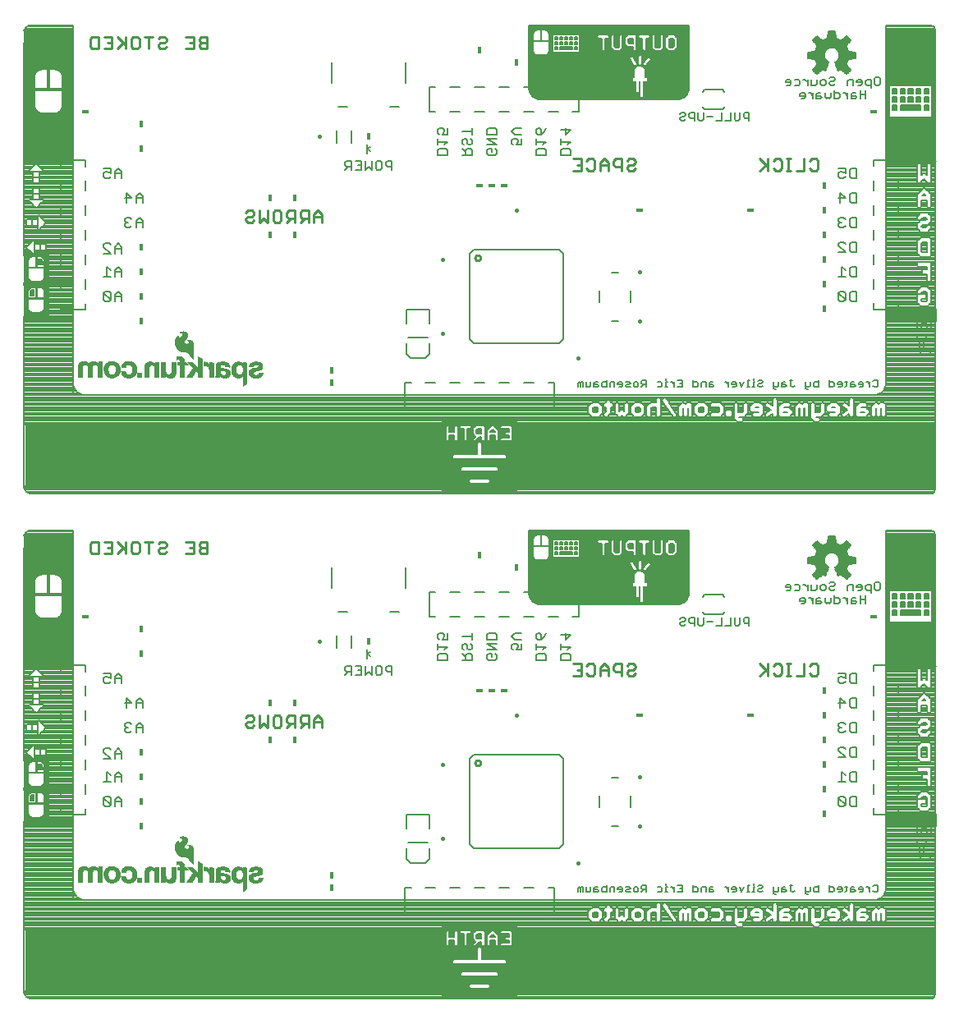
<source format=gbo>
G75*
G70*
%OFA0B0*%
%FSLAX24Y24*%
%IPPOS*%
%LPD*%
%AMOC8*
5,1,8,0,0,1.08239X$1,22.5*
%
%ADD10C,0.0080*%
%ADD11C,0.0110*%
%ADD12C,0.0070*%
%ADD13C,0.0000*%
%ADD14C,0.0001*%
%ADD15C,0.0010*%
%ADD16C,0.0060*%
%ADD17R,0.2000X0.0550*%
%ADD18C,0.0100*%
%ADD19R,0.2000X0.0500*%
%ADD20C,0.0050*%
%ADD21R,1.7050X0.2650*%
%ADD22R,1.6950X0.2650*%
%ADD23C,0.0020*%
%ADD24R,0.0160X0.0280*%
%ADD25C,0.0160*%
%ADD26R,0.0280X0.0160*%
%ADD27R,0.0195X0.0191*%
%ADD28C,0.0059*%
D10*
X001874Y000318D02*
X001851Y000377D01*
X001840Y000440D01*
X001840Y000460D01*
X038840Y000460D01*
X038840Y002940D01*
X001840Y002940D01*
X001840Y000460D01*
X001851Y000380D02*
X038840Y000380D01*
X038840Y000460D01*
X038840Y000380D02*
X038840Y000340D01*
X038835Y000296D01*
X038820Y000253D01*
X038796Y000215D01*
X038765Y000184D01*
X038727Y000160D01*
X038684Y000145D01*
X038640Y000140D01*
X002190Y000140D01*
X002126Y000141D01*
X002064Y000155D01*
X002005Y000181D01*
X001953Y000218D01*
X001909Y000264D01*
X001874Y000318D01*
X001885Y000300D02*
X038835Y000300D01*
X038799Y000220D02*
X001950Y000220D01*
X001840Y002940D02*
X001840Y003020D01*
X038840Y003020D01*
X038840Y003100D01*
X034154Y003100D01*
X034107Y003053D01*
X033930Y003053D01*
X033874Y003109D01*
X033803Y003180D01*
X031047Y003180D01*
X031047Y003109D01*
X031038Y003100D01*
X033883Y003100D01*
X033803Y003180D02*
X033776Y003207D01*
X033776Y003260D01*
X033669Y003260D01*
X033659Y003250D02*
X033580Y003250D01*
X033570Y003260D01*
X033472Y003260D01*
X033462Y003250D01*
X033384Y003250D01*
X033328Y003306D01*
X033328Y003340D01*
X033321Y003340D01*
X033321Y003306D01*
X033265Y003250D01*
X033187Y003250D01*
X033177Y003260D01*
X032926Y003260D01*
X032916Y003250D01*
X032542Y003250D01*
X032486Y003306D01*
X032486Y003340D01*
X032426Y003340D01*
X032426Y003306D01*
X032370Y003250D01*
X032291Y003250D01*
X032281Y003260D01*
X032079Y003260D01*
X032055Y003244D02*
X031978Y003260D01*
X031744Y003260D01*
X031734Y003250D01*
X031459Y003250D01*
X031403Y003306D01*
X031403Y003340D01*
X031180Y003340D01*
X031100Y003260D01*
X031449Y003260D01*
X031403Y003340D02*
X031403Y003384D01*
X031459Y003440D01*
X031656Y003440D01*
X031663Y003447D01*
X031360Y003447D01*
X031307Y003500D01*
X031244Y003500D01*
X031244Y003420D01*
X031439Y003420D01*
X031307Y003500D02*
X031305Y003502D01*
X031305Y003580D01*
X031244Y003580D01*
X031244Y003500D01*
X031244Y003420D02*
X031244Y003404D01*
X031180Y003340D01*
X031100Y003260D02*
X031090Y003250D01*
X030886Y003250D01*
X030893Y003243D01*
X030991Y003243D01*
X031047Y003188D01*
X031047Y003180D01*
X031038Y003100D02*
X030991Y003053D01*
X030814Y003053D01*
X030759Y003109D01*
X030716Y003152D01*
X030660Y003207D01*
X030660Y003260D01*
X030554Y003260D01*
X030544Y003250D02*
X030367Y003250D01*
X030357Y003260D01*
X030133Y003260D01*
X030123Y003250D01*
X029749Y003250D01*
X029739Y003260D01*
X029488Y003260D01*
X029478Y003250D01*
X029203Y003250D01*
X029105Y003348D01*
X029049Y003404D01*
X029049Y003420D01*
X028988Y003420D01*
X028988Y003340D01*
X029113Y003340D01*
X029049Y003420D02*
X029049Y003500D01*
X028988Y003500D01*
X028988Y003420D01*
X028988Y003340D02*
X028988Y003306D01*
X028932Y003250D01*
X028854Y003250D01*
X028844Y003260D01*
X028746Y003260D01*
X028736Y003250D01*
X028657Y003250D01*
X028601Y003306D01*
X028601Y003340D01*
X028594Y003340D01*
X028594Y003306D01*
X028549Y003260D01*
X028647Y003260D01*
X028601Y003340D02*
X028601Y003420D01*
X028594Y003420D01*
X028594Y003340D01*
X028594Y003420D02*
X028594Y003500D01*
X028601Y003500D01*
X028601Y003580D01*
X028594Y003580D01*
X028594Y003500D01*
X028601Y003500D02*
X028601Y003420D01*
X028601Y003580D02*
X028601Y003601D01*
X028598Y003604D01*
X028594Y003601D01*
X028594Y003580D01*
X028404Y003580D02*
X028404Y003660D01*
X028153Y003660D01*
X028313Y003420D01*
X028404Y003420D01*
X028404Y003500D01*
X028259Y003500D01*
X028206Y003580D02*
X028404Y003580D01*
X028404Y003500D01*
X028404Y003420D02*
X028404Y003340D01*
X028344Y003340D01*
X028349Y003365D02*
X028334Y003288D01*
X028268Y003244D01*
X028191Y003260D01*
X027653Y003260D01*
X027643Y003250D02*
X027565Y003250D01*
X027555Y003260D01*
X027260Y003260D01*
X027250Y003250D01*
X027171Y003250D01*
X027115Y003306D01*
X027115Y003340D01*
X026990Y003340D01*
X026910Y003260D01*
X027161Y003260D01*
X027115Y003340D02*
X027115Y003420D01*
X027054Y003420D01*
X027054Y003404D01*
X026990Y003340D01*
X027054Y003420D02*
X027054Y003500D01*
X027115Y003500D01*
X027115Y003580D01*
X027054Y003580D01*
X027054Y003500D01*
X027115Y003500D02*
X027115Y003420D01*
X027115Y003580D02*
X027115Y003660D01*
X027054Y003660D01*
X027054Y003580D01*
X027054Y003660D02*
X027054Y003680D01*
X026999Y003735D01*
X026900Y003834D01*
X026625Y003834D01*
X026611Y003820D01*
X026368Y003820D01*
X026410Y003778D01*
X026410Y003740D01*
X026531Y003740D01*
X026611Y003820D01*
X026531Y003740D02*
X026471Y003680D01*
X026471Y003660D01*
X026410Y003660D01*
X026410Y003580D01*
X026471Y003580D01*
X026471Y003660D01*
X026410Y003660D02*
X026410Y003740D01*
X026368Y003820D02*
X026354Y003834D01*
X026275Y003834D01*
X026220Y003778D01*
X026220Y003740D01*
X026016Y003740D01*
X026016Y003660D01*
X026220Y003660D01*
X026220Y003740D01*
X026220Y003660D02*
X026220Y003580D01*
X026016Y003580D01*
X026016Y003500D01*
X026040Y003500D01*
X026047Y003507D01*
X026079Y003538D01*
X026157Y003538D01*
X026196Y003500D01*
X026220Y003500D01*
X026220Y003580D01*
X026220Y003500D02*
X026220Y003483D01*
X026216Y003479D01*
X026196Y003500D01*
X026040Y003500D02*
X026020Y003479D01*
X026016Y003483D01*
X026016Y003500D01*
X026016Y003580D02*
X026016Y003660D01*
X026016Y003740D02*
X026016Y003778D01*
X025974Y003820D01*
X026262Y003820D01*
X026410Y003580D02*
X026410Y003500D01*
X026471Y003500D01*
X026471Y003580D01*
X026471Y003500D02*
X026471Y003420D01*
X026410Y003420D01*
X026410Y003404D01*
X026346Y003340D01*
X026535Y003340D01*
X026471Y003404D01*
X026471Y003420D01*
X026410Y003420D02*
X026410Y003500D01*
X026346Y003340D02*
X026266Y003260D01*
X026615Y003260D01*
X026535Y003340D01*
X026615Y003260D02*
X026625Y003250D01*
X026900Y003250D01*
X026910Y003260D01*
X026822Y003440D02*
X026864Y003483D01*
X026864Y003500D01*
X026661Y003500D01*
X026661Y003483D01*
X026703Y003440D01*
X026822Y003440D01*
X026864Y003500D02*
X026864Y003580D01*
X026661Y003580D01*
X026661Y003500D01*
X026661Y003580D02*
X026661Y003601D01*
X026703Y003644D01*
X026822Y003644D01*
X026864Y003601D01*
X026864Y003580D01*
X026994Y003740D02*
X027176Y003740D01*
X027115Y003680D02*
X027269Y003834D01*
X027509Y003834D01*
X027509Y003900D01*
X025643Y003900D01*
X025667Y003876D01*
X025667Y003834D01*
X025710Y003834D01*
X025765Y003778D01*
X025765Y003740D01*
X025826Y003740D01*
X025826Y003778D01*
X025882Y003834D01*
X025960Y003834D01*
X025974Y003820D01*
X025868Y003820D02*
X025723Y003820D01*
X025765Y003740D02*
X025765Y003699D01*
X025726Y003660D01*
X025826Y003660D01*
X025826Y003740D01*
X025826Y003660D02*
X025826Y003580D01*
X025667Y003580D01*
X025667Y003500D01*
X025826Y003500D01*
X025826Y003580D01*
X025826Y003500D02*
X025826Y003420D01*
X025667Y003420D01*
X025667Y003404D01*
X025603Y003340D01*
X025890Y003340D01*
X025882Y003348D01*
X025826Y003404D01*
X025826Y003420D01*
X025890Y003340D02*
X025980Y003250D01*
X026059Y003250D01*
X026069Y003260D01*
X026167Y003260D01*
X026121Y003306D01*
X026118Y003309D01*
X026115Y003306D01*
X026115Y003306D01*
X026069Y003260D01*
X026121Y003306D02*
X026121Y003306D01*
X026167Y003260D02*
X026177Y003250D01*
X026256Y003250D01*
X026266Y003260D01*
X025970Y003260D02*
X025523Y003260D01*
X025513Y003250D01*
X025434Y003250D01*
X025424Y003260D01*
X025191Y003260D01*
X025181Y003250D01*
X024906Y003250D01*
X024896Y003260D01*
X001840Y003260D01*
X001840Y003180D01*
X030687Y003180D01*
X030660Y003260D02*
X030660Y003340D01*
X030599Y003340D01*
X030599Y003306D01*
X030544Y003250D01*
X030599Y003340D02*
X030599Y003420D01*
X030660Y003420D01*
X030660Y003500D01*
X030582Y003500D01*
X030599Y003483D01*
X030599Y003420D01*
X030660Y003420D02*
X030660Y003340D01*
X030660Y003500D02*
X030660Y003580D01*
X030277Y003580D01*
X030277Y003500D01*
X030328Y003500D01*
X030311Y003483D02*
X030311Y003420D01*
X030277Y003420D01*
X030277Y003404D01*
X030213Y003340D01*
X030311Y003340D01*
X030311Y003420D01*
X030277Y003420D02*
X030277Y003500D01*
X030311Y003483D02*
X030367Y003538D01*
X030544Y003538D01*
X030582Y003500D01*
X030660Y003580D02*
X030660Y003660D01*
X030277Y003660D01*
X030277Y003580D01*
X030277Y003660D02*
X030277Y003680D01*
X030221Y003735D01*
X030123Y003834D01*
X029749Y003834D01*
X029735Y003820D01*
X029492Y003820D01*
X029572Y003740D01*
X029693Y003740D01*
X029693Y003778D01*
X029735Y003820D01*
X029693Y003740D02*
X029693Y003699D01*
X029749Y003644D01*
X030044Y003644D01*
X030087Y003601D01*
X030087Y003580D01*
X029633Y003580D01*
X029633Y003500D01*
X030087Y003500D01*
X030087Y003580D01*
X030087Y003500D02*
X030087Y003483D01*
X030044Y003440D01*
X029749Y003440D01*
X029729Y003420D01*
X029633Y003420D01*
X029633Y003404D01*
X029568Y003340D01*
X029693Y003340D01*
X029693Y003384D01*
X029729Y003420D01*
X029693Y003340D02*
X029693Y003306D01*
X029739Y003260D01*
X029568Y003340D02*
X029488Y003260D01*
X029400Y003440D02*
X029443Y003483D01*
X029443Y003500D01*
X029239Y003500D01*
X029239Y003483D01*
X029282Y003440D01*
X029400Y003440D01*
X029443Y003500D02*
X029443Y003580D01*
X029239Y003580D01*
X029239Y003500D01*
X029239Y003580D02*
X029239Y003601D01*
X029282Y003644D01*
X029400Y003644D01*
X029443Y003601D01*
X029443Y003580D01*
X029633Y003580D02*
X029633Y003660D01*
X029733Y003660D01*
X029633Y003660D02*
X029633Y003680D01*
X029572Y003740D01*
X029492Y003820D02*
X029478Y003834D01*
X029203Y003834D01*
X029189Y003820D01*
X028946Y003820D01*
X028932Y003834D02*
X028988Y003778D01*
X028988Y003740D01*
X029109Y003740D01*
X029189Y003820D01*
X029109Y003740D02*
X029049Y003680D01*
X029049Y003660D01*
X028988Y003660D01*
X028988Y003580D01*
X029049Y003580D01*
X029049Y003660D01*
X028988Y003660D02*
X028988Y003740D01*
X028932Y003834D02*
X028755Y003834D01*
X028742Y003820D01*
X028651Y003820D01*
X028696Y003775D01*
X028742Y003820D01*
X028651Y003820D02*
X028637Y003834D01*
X028558Y003834D01*
X028545Y003820D01*
X028046Y003820D01*
X028099Y003740D02*
X028465Y003740D01*
X028545Y003820D01*
X028465Y003740D02*
X028460Y003735D01*
X028404Y003680D01*
X028404Y003660D01*
X028153Y003660D02*
X027993Y003900D01*
X032236Y003900D01*
X032236Y003975D01*
X032291Y004031D01*
X032370Y004031D01*
X032420Y003980D01*
X035356Y003980D01*
X035351Y003975D02*
X035407Y004031D01*
X035485Y004031D01*
X035536Y003980D01*
X038840Y003980D01*
X038840Y004060D01*
X001840Y004060D01*
X001840Y003980D01*
X027514Y003980D01*
X027509Y003975D02*
X027565Y004031D01*
X027643Y004031D01*
X027694Y003980D01*
X027767Y003980D01*
X027769Y003993D02*
X027835Y004036D01*
X027912Y004021D01*
X027993Y003900D01*
X027939Y003980D02*
X032241Y003980D01*
X032236Y003900D02*
X032236Y003820D01*
X032085Y003820D01*
X032055Y003840D02*
X032236Y003719D01*
X032236Y003740D01*
X032205Y003740D01*
X032236Y003740D02*
X032236Y003820D01*
X032055Y003840D02*
X031978Y003824D01*
X031934Y003759D01*
X031950Y003681D01*
X032159Y003542D01*
X031950Y003402D01*
X031937Y003340D01*
X031824Y003340D01*
X031744Y003260D01*
X031824Y003340D02*
X031833Y003348D01*
X031888Y003404D01*
X031888Y003420D01*
X031977Y003420D01*
X031888Y003420D02*
X031888Y003500D01*
X032097Y003500D01*
X032102Y003580D02*
X031888Y003580D01*
X031888Y003500D01*
X031888Y003580D02*
X031888Y003660D01*
X031982Y003660D01*
X031938Y003740D02*
X031828Y003740D01*
X031888Y003680D01*
X031888Y003660D01*
X031828Y003740D02*
X031790Y003778D01*
X031734Y003834D01*
X031459Y003834D01*
X031445Y003820D01*
X031202Y003820D01*
X031244Y003778D01*
X031244Y003740D01*
X031365Y003740D01*
X031445Y003820D01*
X031365Y003740D02*
X031305Y003680D01*
X031305Y003660D01*
X031244Y003660D01*
X031244Y003580D01*
X031305Y003580D02*
X031305Y003660D01*
X031244Y003660D02*
X031244Y003740D01*
X031202Y003820D02*
X031188Y003834D01*
X031110Y003834D01*
X031054Y003778D01*
X031054Y003740D01*
X030850Y003740D01*
X030850Y003660D01*
X031054Y003660D01*
X031054Y003740D01*
X031054Y003660D02*
X031054Y003580D01*
X030850Y003580D01*
X030850Y003500D01*
X031054Y003500D01*
X031054Y003580D01*
X031054Y003500D02*
X031054Y003483D01*
X031011Y003440D01*
X030850Y003440D01*
X030850Y003500D01*
X030850Y003580D02*
X030850Y003660D01*
X030850Y003740D02*
X030850Y003778D01*
X030795Y003834D01*
X030716Y003834D01*
X030702Y003820D01*
X030137Y003820D01*
X030217Y003740D02*
X030660Y003740D01*
X030660Y003778D01*
X030702Y003820D01*
X030660Y003740D02*
X030660Y003660D01*
X030808Y003820D02*
X031096Y003820D01*
X031531Y003637D02*
X031663Y003637D01*
X031656Y003644D01*
X031538Y003644D01*
X031531Y003637D01*
X031748Y003820D02*
X031975Y003820D01*
X032426Y003820D02*
X032627Y003820D01*
X032641Y003834D02*
X032916Y003834D01*
X032930Y003820D01*
X033271Y003820D01*
X033285Y003834D01*
X033364Y003834D01*
X033377Y003820D01*
X033468Y003820D01*
X033482Y003834D01*
X033659Y003834D01*
X033715Y003778D01*
X033715Y003740D01*
X033776Y003740D01*
X033776Y003778D01*
X033831Y003834D01*
X033910Y003834D01*
X033924Y003820D01*
X034211Y003820D01*
X034225Y003834D02*
X034304Y003834D01*
X034317Y003820D01*
X034561Y003820D01*
X034574Y003834D01*
X034850Y003834D01*
X034863Y003820D01*
X035091Y003820D01*
X035093Y003824D02*
X035171Y003840D01*
X035351Y003719D01*
X035351Y003740D01*
X035320Y003740D01*
X035351Y003740D02*
X035351Y003820D01*
X035200Y003820D01*
X035093Y003824D02*
X035050Y003759D01*
X035065Y003681D01*
X035275Y003542D01*
X035065Y003402D01*
X035053Y003340D01*
X034940Y003340D01*
X034860Y003260D01*
X035093Y003260D01*
X035050Y003325D01*
X035053Y003340D01*
X035004Y003404D02*
X034940Y003340D01*
X035004Y003404D02*
X035004Y003420D01*
X035092Y003420D01*
X035004Y003420D02*
X035004Y003500D01*
X035212Y003500D01*
X035217Y003580D02*
X035004Y003580D01*
X035004Y003500D01*
X035004Y003580D02*
X035004Y003660D01*
X035097Y003660D01*
X035054Y003740D02*
X034943Y003740D01*
X035004Y003680D01*
X035004Y003660D01*
X034943Y003740D02*
X034863Y003820D01*
X034771Y003644D02*
X034778Y003637D01*
X034646Y003637D01*
X034653Y003644D01*
X034771Y003644D01*
X034778Y003447D02*
X034476Y003447D01*
X034423Y003500D01*
X034359Y003500D01*
X034359Y003420D01*
X034554Y003420D01*
X034574Y003440D01*
X034771Y003440D01*
X034778Y003447D01*
X034860Y003260D02*
X034850Y003250D01*
X034574Y003250D01*
X034564Y003260D01*
X034215Y003260D01*
X034205Y003250D02*
X034001Y003250D01*
X034008Y003243D01*
X034107Y003243D01*
X034162Y003188D01*
X034162Y003180D01*
X038840Y003180D01*
X038840Y003260D01*
X036784Y003260D01*
X036774Y003250D01*
X036696Y003250D01*
X036640Y003306D01*
X036640Y003340D01*
X036633Y003340D01*
X036633Y003306D01*
X036588Y003260D01*
X036686Y003260D01*
X036640Y003340D02*
X036640Y003420D01*
X036633Y003420D01*
X036633Y003340D01*
X036633Y003420D02*
X036633Y003500D01*
X036640Y003500D01*
X036640Y003580D01*
X036633Y003580D01*
X036633Y003500D01*
X036640Y003500D02*
X036640Y003420D01*
X036640Y003580D02*
X036640Y003608D01*
X036633Y003601D01*
X036633Y003580D01*
X036443Y003580D02*
X036436Y003580D01*
X036436Y003500D01*
X036443Y003500D01*
X036443Y003580D01*
X036443Y003601D01*
X036440Y003604D01*
X036436Y003601D01*
X036436Y003580D01*
X036436Y003500D02*
X036436Y003420D01*
X036443Y003420D01*
X036443Y003500D01*
X036443Y003420D02*
X036443Y003340D01*
X036436Y003340D01*
X036436Y003306D01*
X036381Y003250D01*
X036302Y003250D01*
X036292Y003260D01*
X036041Y003260D01*
X036031Y003250D01*
X035657Y003250D01*
X035602Y003306D01*
X035602Y003340D01*
X035541Y003340D01*
X035541Y003306D01*
X035485Y003250D01*
X035407Y003250D01*
X035397Y003260D01*
X035194Y003260D01*
X035171Y003244D02*
X035093Y003260D01*
X035171Y003244D02*
X035351Y003364D01*
X035351Y003340D01*
X035314Y003340D01*
X035351Y003340D02*
X035351Y003306D01*
X035397Y003260D01*
X035495Y003260D02*
X035647Y003260D01*
X035602Y003340D02*
X035602Y003420D01*
X035541Y003420D01*
X035541Y003340D01*
X035541Y003420D02*
X035541Y003500D01*
X035602Y003500D01*
X035602Y003580D01*
X035541Y003580D01*
X035541Y003571D01*
X035547Y003562D01*
X035543Y003542D01*
X035547Y003522D01*
X035541Y003513D01*
X035541Y003500D01*
X035602Y003500D02*
X035602Y003420D01*
X035602Y003580D02*
X035602Y003660D01*
X035541Y003660D01*
X035541Y003580D01*
X035541Y003660D02*
X035541Y003740D01*
X035662Y003740D01*
X035657Y003735D02*
X035756Y003834D01*
X036031Y003834D01*
X036087Y003778D01*
X036087Y003740D01*
X036307Y003740D01*
X036387Y003820D01*
X036045Y003820D01*
X036087Y003740D02*
X036087Y003699D01*
X036048Y003660D01*
X036246Y003660D01*
X036246Y003680D01*
X036307Y003740D01*
X036246Y003660D02*
X036246Y003580D01*
X036088Y003580D01*
X036130Y003538D01*
X036185Y003483D01*
X036185Y003420D01*
X036246Y003420D01*
X036246Y003500D01*
X036168Y003500D01*
X036246Y003500D02*
X036246Y003580D01*
X036088Y003580D02*
X036031Y003637D01*
X035828Y003637D01*
X035835Y003644D01*
X036031Y003644D01*
X036048Y003660D01*
X035953Y003447D02*
X035792Y003447D01*
X035792Y003440D01*
X035953Y003440D01*
X035956Y003443D01*
X035953Y003447D01*
X036121Y003340D02*
X036246Y003340D01*
X036246Y003420D01*
X036185Y003420D02*
X036185Y003404D01*
X036121Y003340D01*
X036041Y003260D01*
X036246Y003306D02*
X036246Y003340D01*
X036246Y003306D02*
X036292Y003260D01*
X036391Y003260D02*
X036489Y003260D01*
X036499Y003250D02*
X036443Y003306D01*
X036443Y003340D01*
X036436Y003340D02*
X036436Y003420D01*
X036499Y003250D02*
X036578Y003250D01*
X036588Y003260D01*
X036784Y003260D02*
X036830Y003306D01*
X036830Y003340D01*
X038840Y003340D01*
X038840Y003420D01*
X036830Y003420D01*
X036830Y003340D01*
X036830Y003420D02*
X036830Y003500D01*
X038840Y003500D01*
X038840Y003580D01*
X036830Y003580D01*
X036830Y003500D01*
X036830Y003580D02*
X036830Y003660D01*
X038840Y003660D01*
X038840Y003740D01*
X036830Y003740D01*
X036830Y003660D01*
X036830Y003740D02*
X036830Y003778D01*
X036788Y003820D01*
X038840Y003820D01*
X038840Y003900D01*
X035541Y003900D01*
X035541Y003820D01*
X035742Y003820D01*
X035657Y003735D02*
X035602Y003680D01*
X035602Y003660D01*
X035541Y003740D02*
X035541Y003820D01*
X035541Y003900D02*
X035541Y003975D01*
X035536Y003980D01*
X035351Y003975D02*
X035351Y003900D01*
X032426Y003900D01*
X032426Y003820D01*
X032426Y003740D01*
X032547Y003740D01*
X032542Y003735D02*
X032641Y003834D01*
X032542Y003735D02*
X032486Y003680D01*
X032486Y003660D01*
X032426Y003660D01*
X032426Y003580D01*
X032486Y003580D01*
X032486Y003660D01*
X032426Y003660D02*
X032426Y003740D01*
X032426Y003900D02*
X032426Y003975D01*
X032420Y003980D01*
X032426Y003580D02*
X032426Y003571D01*
X032431Y003562D01*
X032427Y003542D01*
X032431Y003522D01*
X032426Y003513D01*
X032426Y003500D01*
X032486Y003500D01*
X032486Y003580D01*
X032486Y003500D02*
X032486Y003420D01*
X032426Y003420D01*
X032426Y003340D01*
X032486Y003340D02*
X032486Y003420D01*
X032426Y003420D02*
X032426Y003500D01*
X032236Y003364D02*
X032055Y003244D01*
X031978Y003260D02*
X031934Y003325D01*
X031937Y003340D01*
X032199Y003340D02*
X032236Y003340D01*
X032236Y003364D01*
X032236Y003340D02*
X032236Y003306D01*
X032281Y003260D01*
X032380Y003260D02*
X032532Y003260D01*
X032676Y003440D02*
X032676Y003447D01*
X032837Y003447D01*
X032841Y003443D01*
X032837Y003440D01*
X032676Y003440D01*
X032712Y003637D02*
X032916Y003637D01*
X032972Y003581D01*
X033014Y003538D01*
X033070Y003483D01*
X033070Y003420D01*
X033131Y003420D01*
X033131Y003500D01*
X033053Y003500D01*
X033131Y003500D02*
X033131Y003580D01*
X032973Y003580D01*
X032916Y003644D02*
X032719Y003644D01*
X032712Y003637D01*
X032916Y003644D02*
X032972Y003699D01*
X032972Y003740D01*
X033191Y003740D01*
X033271Y003820D01*
X033377Y003820D02*
X033423Y003775D01*
X033468Y003820D01*
X033673Y003820D02*
X033818Y003820D01*
X033776Y003740D02*
X033776Y003660D01*
X033715Y003660D01*
X033715Y003580D01*
X033776Y003580D01*
X033776Y003660D01*
X033715Y003660D02*
X033715Y003740D01*
X033715Y003580D02*
X033715Y003500D01*
X033776Y003500D01*
X033776Y003580D01*
X033776Y003500D02*
X033776Y003420D01*
X033715Y003420D01*
X033715Y003340D01*
X033776Y003340D01*
X033776Y003420D01*
X033715Y003420D02*
X033715Y003500D01*
X033715Y003340D02*
X033715Y003306D01*
X033659Y003250D01*
X033570Y003260D02*
X033525Y003306D01*
X033525Y003340D01*
X033518Y003340D01*
X033518Y003306D01*
X033472Y003260D01*
X033518Y003340D02*
X033518Y003420D01*
X033525Y003420D01*
X033525Y003500D01*
X033518Y003500D01*
X033518Y003420D01*
X033525Y003420D02*
X033525Y003340D01*
X033525Y003500D02*
X033525Y003580D01*
X033518Y003580D01*
X033518Y003500D01*
X033518Y003580D02*
X033518Y003601D01*
X033525Y003608D01*
X033525Y003580D01*
X033328Y003580D02*
X033321Y003580D01*
X033321Y003500D01*
X033328Y003500D01*
X033328Y003580D01*
X033328Y003601D01*
X033324Y003604D01*
X033321Y003601D01*
X033321Y003580D01*
X033321Y003500D02*
X033321Y003420D01*
X033328Y003420D01*
X033328Y003500D01*
X033328Y003420D02*
X033328Y003340D01*
X033321Y003340D02*
X033321Y003420D01*
X033275Y003260D02*
X033374Y003260D01*
X033177Y003260D02*
X033131Y003306D01*
X033131Y003340D01*
X033006Y003340D01*
X032926Y003260D01*
X033006Y003340D02*
X033070Y003404D01*
X033070Y003420D01*
X033131Y003420D02*
X033131Y003340D01*
X033131Y003580D02*
X033131Y003660D01*
X032932Y003660D01*
X032972Y003740D02*
X032972Y003778D01*
X032930Y003820D01*
X033131Y003680D02*
X033191Y003740D01*
X033131Y003680D02*
X033131Y003660D01*
X033776Y003340D02*
X033776Y003260D01*
X033966Y003440D02*
X034126Y003440D01*
X034169Y003483D01*
X034169Y003500D01*
X033966Y003500D01*
X033966Y003440D01*
X033966Y003500D02*
X033966Y003580D01*
X034169Y003580D01*
X034169Y003660D01*
X033966Y003660D01*
X033966Y003580D01*
X033966Y003660D02*
X033966Y003740D01*
X034169Y003740D01*
X034169Y003778D01*
X034225Y003834D01*
X034317Y003820D02*
X034359Y003778D01*
X034359Y003740D01*
X034481Y003740D01*
X034561Y003820D01*
X034481Y003740D02*
X034420Y003680D01*
X034420Y003660D01*
X034359Y003660D01*
X034359Y003580D01*
X034420Y003580D01*
X034420Y003660D01*
X034359Y003660D02*
X034359Y003740D01*
X034359Y003580D02*
X034359Y003500D01*
X034420Y003502D02*
X034420Y003580D01*
X034420Y003502D02*
X034423Y003500D01*
X034359Y003420D02*
X034359Y003404D01*
X034261Y003306D01*
X034205Y003250D01*
X034162Y003180D02*
X034162Y003109D01*
X034154Y003100D01*
X034295Y003340D02*
X034519Y003340D01*
X034519Y003384D01*
X034554Y003420D01*
X034519Y003340D02*
X034519Y003306D01*
X034564Y003260D01*
X034169Y003500D02*
X034169Y003580D01*
X034169Y003660D02*
X034169Y003740D01*
X033966Y003740D02*
X033966Y003778D01*
X033924Y003820D01*
X035351Y003820D02*
X035351Y003900D01*
X036340Y004140D02*
X038840Y004140D01*
X038840Y004220D01*
X036609Y004220D01*
X036590Y004207D02*
X036511Y004170D01*
X036427Y004148D01*
X036340Y004140D01*
X004340Y004140D01*
X001840Y004140D01*
X001840Y004060D01*
X001840Y004140D02*
X001840Y004220D01*
X003840Y004220D01*
X004071Y004220D01*
X004090Y004207D02*
X004019Y004257D01*
X003976Y004300D01*
X003840Y004300D01*
X001840Y004300D01*
X001840Y004380D01*
X003840Y004380D01*
X003914Y004380D01*
X003907Y004390D02*
X003870Y004469D01*
X003848Y004553D01*
X003840Y004640D01*
X003840Y004620D01*
X001840Y004620D01*
X001840Y004540D01*
X003840Y004540D01*
X003851Y004540D01*
X003840Y004540D02*
X003840Y004620D01*
X003842Y004620D01*
X003840Y004640D02*
X003840Y004700D01*
X001840Y004700D01*
X001840Y004620D01*
X001840Y004540D02*
X001840Y004460D01*
X003840Y004460D01*
X003874Y004460D01*
X003840Y004460D02*
X003840Y004540D01*
X003840Y004460D02*
X003840Y004380D01*
X003840Y004300D01*
X003840Y004220D01*
X003957Y004319D02*
X003907Y004390D01*
X003957Y004319D02*
X003976Y004300D01*
X004090Y004207D02*
X004169Y004170D01*
X004253Y004148D01*
X004340Y004140D01*
X003840Y004700D02*
X003840Y004780D01*
X001840Y004780D01*
X001840Y004700D01*
X001840Y004780D02*
X001840Y004860D01*
X003840Y004860D01*
X003840Y004940D01*
X001840Y004940D01*
X001840Y004860D01*
X001840Y004940D02*
X001840Y005020D01*
X003840Y005020D01*
X003840Y005100D01*
X001840Y005100D01*
X001840Y005020D01*
X001840Y005100D02*
X001840Y005180D01*
X003840Y005180D01*
X003840Y005260D01*
X001840Y005260D01*
X001840Y005180D01*
X001840Y005260D02*
X001840Y005340D01*
X003840Y005340D01*
X003840Y005420D01*
X001840Y005420D01*
X001840Y005340D01*
X001840Y005420D02*
X001840Y005500D01*
X003840Y005500D01*
X003840Y005580D01*
X001840Y005580D01*
X001840Y005500D01*
X001840Y005580D02*
X001840Y005660D01*
X003840Y005660D01*
X003840Y005740D01*
X001840Y005740D01*
X001840Y005660D01*
X001840Y005740D02*
X001840Y005820D01*
X003840Y005820D01*
X003840Y005900D01*
X001840Y005900D01*
X001840Y005820D01*
X001840Y005900D02*
X001840Y005980D01*
X003840Y005980D01*
X003840Y006060D01*
X001840Y006060D01*
X001840Y005980D01*
X001840Y006140D02*
X003840Y006140D01*
X003840Y006220D01*
X001840Y006220D01*
X001840Y006140D01*
X001840Y004220D01*
X001840Y004380D02*
X001840Y004460D01*
X001840Y003980D02*
X001840Y003900D01*
X025500Y003900D01*
X025477Y003876D02*
X025477Y003834D01*
X025434Y003834D01*
X025378Y003778D01*
X025378Y003740D01*
X025275Y003740D01*
X025336Y003680D01*
X025336Y003660D01*
X025418Y003660D01*
X025378Y003699D01*
X025378Y003740D01*
X025418Y003660D02*
X025434Y003644D01*
X025477Y003644D01*
X025477Y003580D01*
X025336Y003580D01*
X025336Y003500D01*
X025477Y003500D01*
X025477Y003580D01*
X025477Y003500D02*
X025477Y003483D01*
X025378Y003384D01*
X025378Y003340D01*
X025271Y003340D01*
X025191Y003260D01*
X025271Y003340D02*
X025336Y003404D01*
X025336Y003420D01*
X025414Y003420D01*
X025336Y003420D02*
X025336Y003500D01*
X025336Y003580D02*
X025336Y003660D01*
X025275Y003740D02*
X025195Y003820D01*
X025420Y003820D01*
X025477Y003876D02*
X025532Y003932D01*
X025611Y003932D01*
X025643Y003900D01*
X025726Y003660D02*
X025710Y003644D01*
X025667Y003644D01*
X025667Y003580D01*
X025667Y003500D02*
X025667Y003420D01*
X025603Y003340D02*
X025523Y003260D01*
X025424Y003260D02*
X025378Y003306D01*
X025378Y003340D01*
X025146Y003483D02*
X025146Y003500D01*
X024942Y003500D01*
X024942Y003483D01*
X024985Y003440D01*
X025103Y003440D01*
X025146Y003483D01*
X025146Y003500D02*
X025146Y003580D01*
X024942Y003580D01*
X024942Y003500D01*
X024942Y003580D02*
X024942Y003601D01*
X024985Y003644D01*
X025103Y003644D01*
X025146Y003601D01*
X025146Y003580D01*
X025195Y003820D02*
X025181Y003834D01*
X024906Y003834D01*
X024850Y003778D01*
X024812Y003740D01*
X001840Y003740D01*
X001840Y003660D01*
X024752Y003660D01*
X024752Y003680D01*
X024812Y003740D01*
X024752Y003660D02*
X024752Y003580D01*
X001840Y003580D01*
X001840Y003500D01*
X024752Y003500D01*
X024752Y003580D01*
X024752Y003500D02*
X024752Y003420D01*
X001840Y003420D01*
X001840Y003340D01*
X024816Y003340D01*
X024808Y003348D01*
X024752Y003404D01*
X024752Y003420D01*
X024816Y003340D02*
X024896Y003260D01*
X024892Y003820D02*
X001840Y003820D01*
X001840Y003740D01*
X001840Y003660D02*
X001840Y003580D01*
X001840Y003500D02*
X001840Y003420D01*
X001840Y003340D02*
X001840Y003260D01*
X001840Y003180D02*
X001840Y003100D01*
X030767Y003100D01*
X030357Y003260D02*
X030311Y003306D01*
X030311Y003340D01*
X030213Y003340D02*
X030133Y003260D01*
X029633Y003420D02*
X029633Y003500D01*
X029193Y003260D02*
X028942Y003260D01*
X028844Y003260D02*
X028798Y003306D01*
X028798Y003340D01*
X028791Y003340D01*
X028791Y003306D01*
X028746Y003260D01*
X028791Y003340D02*
X028791Y003420D01*
X028798Y003420D01*
X028798Y003500D01*
X028791Y003500D01*
X028791Y003420D01*
X028798Y003420D02*
X028798Y003340D01*
X028798Y003500D02*
X028798Y003580D01*
X028791Y003580D01*
X028791Y003500D01*
X028791Y003580D02*
X028791Y003601D01*
X028798Y003608D01*
X028798Y003580D01*
X028988Y003580D02*
X028988Y003500D01*
X029049Y003500D02*
X029049Y003580D01*
X028549Y003260D02*
X028539Y003250D01*
X028460Y003250D01*
X028404Y003306D01*
X028404Y003340D01*
X028349Y003365D02*
X028313Y003420D01*
X028292Y003260D02*
X028450Y003260D01*
X028191Y003260D02*
X028138Y003340D01*
X027699Y003340D01*
X027699Y003306D01*
X027643Y003250D01*
X027555Y003260D02*
X027509Y003306D01*
X027509Y003340D01*
X027305Y003340D01*
X027305Y003306D01*
X027260Y003260D01*
X027305Y003340D02*
X027305Y003420D01*
X027509Y003420D01*
X027509Y003500D01*
X027305Y003500D01*
X027305Y003420D01*
X027305Y003500D02*
X027305Y003580D01*
X027509Y003580D01*
X027509Y003601D01*
X027466Y003644D01*
X027348Y003644D01*
X027305Y003601D01*
X027305Y003580D01*
X027509Y003580D02*
X027509Y003500D01*
X027509Y003420D02*
X027509Y003340D01*
X027699Y003340D02*
X027699Y003420D01*
X028084Y003420D01*
X028031Y003500D02*
X027699Y003500D01*
X027699Y003420D01*
X027699Y003500D02*
X027699Y003580D01*
X027978Y003580D01*
X027818Y003820D01*
X027699Y003820D01*
X027699Y003740D01*
X027871Y003740D01*
X027924Y003660D02*
X027699Y003660D01*
X027699Y003580D01*
X027699Y003660D02*
X027699Y003740D01*
X027699Y003820D02*
X027699Y003900D01*
X027764Y003900D01*
X027754Y003916D02*
X027769Y003993D01*
X027699Y003975D02*
X027699Y003900D01*
X027754Y003916D02*
X027818Y003820D01*
X027699Y003975D02*
X027694Y003980D01*
X027509Y003975D02*
X027509Y003900D01*
X027256Y003820D02*
X026914Y003820D01*
X027115Y003680D02*
X027115Y003660D01*
X027978Y003580D02*
X028138Y003340D01*
X025958Y007156D02*
X025722Y007156D01*
X025210Y007904D02*
X025210Y008376D01*
X025722Y009124D02*
X025958Y009124D01*
X026470Y008376D02*
X026470Y007904D01*
X023730Y006408D02*
X023730Y009872D01*
X023572Y010030D01*
X020108Y010030D01*
X019950Y009872D01*
X019950Y006408D01*
X020108Y006250D01*
X023572Y006250D01*
X023730Y006408D01*
X018312Y006246D02*
X018312Y005813D01*
X018155Y005656D01*
X017525Y005656D01*
X017368Y005813D01*
X017368Y006246D01*
X017368Y007034D02*
X017368Y007624D01*
X018312Y007624D01*
X018312Y007034D01*
X016786Y013280D02*
X016786Y013650D01*
X016601Y013650D01*
X016539Y013589D01*
X016539Y013465D01*
X016601Y013403D01*
X016786Y013403D01*
X016372Y013342D02*
X016310Y013280D01*
X016186Y013280D01*
X016125Y013342D01*
X016125Y013589D01*
X016186Y013650D01*
X016310Y013650D01*
X016372Y013589D01*
X016372Y013342D01*
X015957Y013280D02*
X015957Y013650D01*
X015710Y013650D02*
X015710Y013280D01*
X015834Y013403D01*
X015957Y013280D01*
X015543Y013280D02*
X015543Y013650D01*
X015296Y013650D01*
X015128Y013650D02*
X014943Y013650D01*
X014882Y013589D01*
X014882Y013465D01*
X014943Y013403D01*
X015128Y013403D01*
X015005Y013403D02*
X014882Y013280D01*
X015128Y013280D02*
X015128Y013650D01*
X015419Y013465D02*
X015543Y013465D01*
X015543Y013280D02*
X015296Y013280D01*
X015773Y013959D02*
X015773Y014140D01*
X015895Y014048D01*
X015773Y014140D02*
X015773Y014321D01*
X015895Y014226D02*
X015779Y014150D01*
X015140Y014390D02*
X015140Y014890D01*
X014540Y014890D02*
X014540Y014390D01*
X014620Y015841D02*
X014974Y015841D01*
X014344Y016825D02*
X014344Y017652D01*
X016706Y015841D02*
X017060Y015841D01*
X017336Y016825D02*
X017336Y017652D01*
X022785Y017732D02*
X022907Y017640D01*
X022907Y017459D01*
X022785Y017554D02*
X022901Y017630D01*
X022907Y017640D02*
X022907Y017821D01*
X023773Y017821D02*
X023773Y017640D01*
X023895Y017548D01*
X023773Y017459D02*
X023773Y017640D01*
X023779Y017650D02*
X023895Y017726D01*
X029515Y016540D02*
X030165Y016540D01*
X030182Y016538D01*
X030199Y016534D01*
X030215Y016527D01*
X030229Y016517D01*
X030242Y016504D01*
X030252Y016490D01*
X030259Y016474D01*
X030263Y016457D01*
X030265Y016440D01*
X030265Y015840D02*
X030263Y015823D01*
X030259Y015806D01*
X030252Y015790D01*
X030242Y015776D01*
X030229Y015763D01*
X030215Y015753D01*
X030199Y015746D01*
X030182Y015742D01*
X030165Y015740D01*
X029515Y015740D01*
X029498Y015742D01*
X029481Y015746D01*
X029465Y015753D01*
X029451Y015763D01*
X029438Y015776D01*
X029428Y015790D01*
X029421Y015806D01*
X029417Y015823D01*
X029415Y015840D01*
X029415Y016440D02*
X029417Y016457D01*
X029421Y016474D01*
X029428Y016490D01*
X029438Y016504D01*
X029451Y016517D01*
X029465Y016527D01*
X029481Y016534D01*
X029498Y016538D01*
X029515Y016540D01*
X034909Y013350D02*
X035190Y013350D01*
X035190Y013140D01*
X035049Y013210D01*
X034979Y013210D01*
X034909Y013140D01*
X034909Y013000D01*
X034979Y012930D01*
X035120Y012930D01*
X035190Y013000D01*
X035370Y013000D02*
X035370Y013280D01*
X035440Y013350D01*
X035650Y013350D01*
X035650Y012930D01*
X035440Y012930D01*
X035370Y013000D01*
X035440Y012350D02*
X035370Y012280D01*
X035370Y012000D01*
X035440Y011930D01*
X035650Y011930D01*
X035650Y012350D01*
X035440Y012350D01*
X035190Y012140D02*
X034909Y012140D01*
X034979Y011930D02*
X034979Y012350D01*
X035190Y012140D01*
X035120Y011350D02*
X034979Y011350D01*
X034909Y011280D01*
X034909Y011210D01*
X034979Y011140D01*
X034909Y011070D01*
X034909Y011000D01*
X034979Y010930D01*
X035120Y010930D01*
X035190Y011000D01*
X035370Y011000D02*
X035370Y011280D01*
X035440Y011350D01*
X035650Y011350D01*
X035650Y010930D01*
X035440Y010930D01*
X035370Y011000D01*
X035190Y011280D02*
X035120Y011350D01*
X035049Y011140D02*
X034979Y011140D01*
X034979Y010350D02*
X035120Y010350D01*
X035190Y010280D01*
X035370Y010280D02*
X035440Y010350D01*
X035650Y010350D01*
X035650Y009930D01*
X035440Y009930D01*
X035370Y010000D01*
X035370Y010280D01*
X035190Y009930D02*
X034909Y009930D01*
X034909Y010210D02*
X034909Y010280D01*
X034979Y010350D01*
X034909Y010210D02*
X035190Y009930D01*
X035049Y009350D02*
X035049Y008930D01*
X034909Y008930D02*
X035190Y008930D01*
X035370Y009000D02*
X035370Y009280D01*
X035440Y009350D01*
X035650Y009350D01*
X035650Y008930D01*
X035440Y008930D01*
X035370Y009000D01*
X035190Y009210D02*
X035049Y009350D01*
X034979Y008350D02*
X034909Y008280D01*
X035190Y008000D01*
X035120Y007930D01*
X034979Y007930D01*
X034909Y008000D01*
X034909Y008280D01*
X034979Y008350D02*
X035120Y008350D01*
X035190Y008280D01*
X035190Y008000D01*
X035370Y008000D02*
X035370Y008280D01*
X035440Y008350D01*
X035650Y008350D01*
X035650Y007930D01*
X035440Y007930D01*
X035370Y008000D01*
X036840Y007960D02*
X038096Y007960D01*
X038096Y008040D01*
X036840Y008040D01*
X036840Y007960D01*
X036840Y007880D01*
X038120Y007880D01*
X038096Y007904D01*
X038096Y007960D01*
X038096Y008040D02*
X038096Y008120D01*
X036840Y008120D01*
X036840Y008040D01*
X036840Y008120D02*
X036840Y008200D01*
X038117Y008200D01*
X038152Y008235D01*
X038428Y008235D01*
X038463Y008200D01*
X038490Y008200D01*
X038490Y008280D01*
X038269Y008280D01*
X038231Y008242D01*
X038152Y008242D01*
X038114Y008280D01*
X036840Y008280D01*
X036840Y008200D01*
X036840Y008280D02*
X036840Y008360D01*
X038096Y008360D01*
X038096Y008376D01*
X038195Y008475D01*
X038250Y008531D01*
X038526Y008531D01*
X038527Y008529D01*
X038616Y008440D01*
X038840Y008440D01*
X038840Y008520D01*
X038536Y008520D01*
X038616Y008440D02*
X038624Y008432D01*
X038624Y008432D01*
X038680Y008376D01*
X038680Y008360D01*
X038840Y008360D01*
X038840Y008440D01*
X038840Y008520D02*
X038840Y008600D01*
X036840Y008600D01*
X036840Y008520D01*
X038240Y008520D01*
X038160Y008440D02*
X036840Y008440D01*
X036840Y008360D01*
X036840Y008440D02*
X036840Y008520D01*
X036840Y008600D02*
X036840Y008680D01*
X038840Y008680D01*
X038840Y008760D01*
X038634Y008760D01*
X038624Y008750D01*
X038546Y008750D01*
X038536Y008760D01*
X036840Y008760D01*
X036840Y008680D01*
X036840Y008760D02*
X036840Y008840D01*
X038490Y008840D01*
X038490Y008920D01*
X036840Y008920D01*
X036840Y008840D01*
X036840Y008920D02*
X036840Y009000D01*
X038490Y009000D01*
X038490Y009045D01*
X038349Y009045D01*
X038314Y009080D01*
X036840Y009080D01*
X036840Y009000D01*
X036840Y009080D02*
X036840Y009160D01*
X038293Y009160D01*
X038293Y009180D01*
X038349Y009235D01*
X038490Y009235D01*
X038490Y009240D01*
X036840Y009240D01*
X036840Y009160D01*
X036840Y009240D02*
X036840Y009320D01*
X038490Y009320D01*
X038490Y009341D01*
X038152Y009341D01*
X038096Y009396D01*
X038096Y009400D01*
X036840Y009400D01*
X036840Y009320D01*
X036840Y009400D02*
X036840Y009480D01*
X038101Y009480D01*
X038096Y009475D02*
X038152Y009531D01*
X038624Y009531D01*
X038680Y009475D01*
X038680Y009400D01*
X038840Y009400D01*
X038840Y009480D01*
X038675Y009480D01*
X038680Y009400D02*
X038680Y009320D01*
X038840Y009320D01*
X038840Y009400D01*
X038840Y009480D02*
X038840Y009560D01*
X036840Y009560D01*
X036840Y009480D01*
X036840Y009560D02*
X036840Y009640D01*
X038840Y009640D01*
X038840Y009720D01*
X036840Y009720D01*
X036840Y009640D01*
X036840Y009720D02*
X036840Y009800D01*
X038200Y009800D01*
X038120Y009880D01*
X036840Y009880D01*
X036840Y009800D01*
X036840Y009880D02*
X036840Y009960D01*
X038096Y009960D01*
X038096Y010040D01*
X036840Y010040D01*
X036840Y009960D01*
X036840Y010040D02*
X036840Y010120D01*
X038096Y010120D01*
X038096Y010200D01*
X036840Y010200D01*
X036840Y010120D01*
X036840Y010200D02*
X036840Y010280D01*
X038096Y010280D01*
X038096Y010360D01*
X036840Y010360D01*
X036840Y010280D01*
X036840Y010360D02*
X036840Y010440D01*
X038160Y010440D01*
X038152Y010432D02*
X038195Y010475D01*
X038250Y010531D01*
X038624Y010531D01*
X038680Y010475D01*
X038680Y010440D01*
X038840Y010440D01*
X038840Y010520D01*
X038635Y010520D01*
X038680Y010440D02*
X038680Y010360D01*
X038840Y010360D01*
X038840Y010440D01*
X038840Y010520D02*
X038840Y010600D01*
X036840Y010600D01*
X036840Y010520D01*
X038240Y010520D01*
X038152Y010432D02*
X038096Y010376D01*
X038096Y010360D01*
X038096Y010280D02*
X038096Y010200D01*
X038096Y010120D02*
X038096Y010040D01*
X038096Y009960D02*
X038096Y009904D01*
X038120Y009880D01*
X038200Y009800D02*
X038250Y009750D01*
X038624Y009750D01*
X038674Y009800D01*
X038840Y009800D01*
X038840Y009880D01*
X038680Y009880D01*
X038680Y009806D01*
X038674Y009800D01*
X038680Y009880D02*
X038680Y009960D01*
X038840Y009960D01*
X038840Y010040D01*
X038680Y010040D01*
X038680Y009960D01*
X038680Y010040D02*
X038680Y010120D01*
X038840Y010120D01*
X038840Y010200D01*
X038680Y010200D01*
X038680Y010120D01*
X038680Y010200D02*
X038680Y010280D01*
X038840Y010280D01*
X038840Y010360D01*
X038840Y010280D02*
X038840Y010200D01*
X038840Y010120D02*
X038840Y010040D01*
X038840Y009960D02*
X038840Y009880D01*
X038840Y009800D02*
X038840Y009720D01*
X038840Y009640D02*
X038840Y009560D01*
X038840Y009320D02*
X038840Y009240D01*
X038680Y009240D01*
X038680Y009160D01*
X038840Y009160D01*
X038840Y009240D01*
X038840Y009160D02*
X038840Y009080D01*
X038680Y009080D01*
X038680Y009000D01*
X038840Y009000D01*
X038840Y009080D01*
X038840Y009000D02*
X038840Y008920D01*
X038680Y008920D01*
X038680Y008840D01*
X038840Y008840D01*
X038840Y008920D01*
X038840Y008840D02*
X038840Y008760D01*
X038840Y008680D02*
X038840Y008600D01*
X038840Y008360D02*
X038840Y008280D01*
X038680Y008280D01*
X038680Y008200D01*
X038840Y008200D01*
X038840Y008280D01*
X038840Y008200D02*
X038840Y008120D01*
X038680Y008120D01*
X038680Y008040D01*
X038840Y008040D01*
X038840Y008120D01*
X038840Y008040D02*
X038840Y007960D01*
X038680Y007960D01*
X038680Y007904D01*
X038656Y007880D01*
X038840Y007880D01*
X038840Y007960D01*
X038840Y007880D02*
X038840Y007800D01*
X038576Y007800D01*
X038526Y007750D01*
X038250Y007750D01*
X038200Y007800D01*
X036840Y007800D01*
X036840Y007720D01*
X038840Y007720D01*
X038840Y007800D01*
X038840Y007720D02*
X038840Y007640D01*
X038656Y007880D02*
X038576Y007800D01*
X038447Y007940D02*
X038467Y007960D01*
X038309Y007960D01*
X038329Y007940D01*
X038447Y007940D01*
X038467Y007960D02*
X038490Y007983D01*
X038490Y008040D01*
X038286Y008040D01*
X038286Y007983D01*
X038309Y007960D01*
X038286Y008040D02*
X038286Y008045D01*
X038428Y008045D01*
X038483Y008101D01*
X038483Y008120D01*
X038490Y008120D01*
X038490Y008200D01*
X038483Y008180D02*
X038483Y008120D01*
X038490Y008120D02*
X038490Y008040D01*
X038483Y008180D02*
X038463Y008200D01*
X038490Y008280D02*
X038490Y008298D01*
X038447Y008341D01*
X038329Y008341D01*
X038269Y008280D01*
X038114Y008280D02*
X038096Y008298D01*
X038096Y008360D01*
X038117Y008200D02*
X038096Y008180D01*
X038096Y008120D01*
X038120Y007880D02*
X038200Y007800D01*
X038286Y007260D02*
X038490Y007260D01*
X038490Y007235D01*
X038286Y007235D01*
X038286Y007260D01*
X038096Y007260D02*
X038096Y007180D01*
X036840Y007180D01*
X036840Y007140D01*
X036840Y007100D01*
X038096Y007100D01*
X038680Y007100D01*
X038840Y007100D01*
X038840Y007140D01*
X038840Y007180D01*
X038680Y007180D01*
X038096Y007180D01*
X038096Y007100D01*
X038096Y007020D01*
X036840Y007020D01*
X036840Y006940D01*
X038096Y006940D01*
X038680Y006940D01*
X038840Y006940D01*
X038840Y007020D01*
X038680Y007020D01*
X038096Y007020D01*
X038096Y006940D01*
X038096Y006860D01*
X036840Y006860D01*
X036840Y006780D01*
X038122Y006780D01*
X038654Y006780D01*
X038840Y006780D01*
X038840Y006860D01*
X038680Y006860D01*
X038096Y006860D01*
X038096Y006806D01*
X038122Y006780D01*
X038152Y006750D01*
X038231Y006750D01*
X038286Y006806D01*
X038286Y006860D01*
X038490Y006860D01*
X038490Y006940D01*
X038286Y006940D01*
X038286Y006860D01*
X038286Y006940D02*
X038286Y007020D01*
X038490Y007020D01*
X038490Y007045D01*
X038286Y007045D01*
X038286Y007020D01*
X038490Y007020D02*
X038490Y006940D01*
X038490Y006860D02*
X038490Y006806D01*
X038516Y006780D01*
X038261Y006780D01*
X038516Y006780D02*
X038546Y006750D01*
X038624Y006750D01*
X038654Y006780D01*
X038680Y006806D01*
X038680Y006860D01*
X038680Y006940D01*
X038680Y007020D01*
X038680Y007100D01*
X038680Y007180D01*
X038680Y007260D01*
X038840Y007260D01*
X038840Y007180D01*
X038840Y007100D02*
X038840Y007020D01*
X038840Y006940D02*
X038840Y006860D01*
X038840Y006780D02*
X038840Y006700D01*
X036840Y006700D01*
X036840Y006620D01*
X038840Y006620D01*
X038840Y006700D01*
X038840Y006620D02*
X038840Y006540D01*
X036840Y006540D01*
X036840Y006460D01*
X038096Y006460D01*
X038483Y006460D01*
X038840Y006460D01*
X038840Y006540D01*
X038840Y006460D02*
X038840Y006380D01*
X038467Y006380D01*
X038112Y006380D01*
X036840Y006380D01*
X036840Y006300D01*
X038195Y006300D01*
X038385Y006300D01*
X038840Y006300D01*
X038840Y006380D01*
X038840Y006300D02*
X038840Y006220D01*
X038385Y006220D01*
X038195Y006220D01*
X036840Y006220D01*
X036840Y006140D01*
X038195Y006140D01*
X038385Y006140D01*
X038840Y006140D01*
X038840Y006220D01*
X038840Y006140D02*
X038840Y006060D01*
X038385Y006060D01*
X038195Y006060D01*
X036840Y006060D01*
X036840Y005980D01*
X038195Y005980D01*
X038680Y005980D01*
X038840Y005980D01*
X038840Y006060D01*
X038840Y005980D02*
X038840Y005900D01*
X038676Y005900D01*
X038199Y005900D01*
X036840Y005900D01*
X036840Y005820D01*
X038279Y005820D01*
X038596Y005820D01*
X038840Y005820D01*
X038840Y005900D01*
X038840Y005820D02*
X038840Y005740D01*
X036840Y005740D01*
X036840Y005660D01*
X038840Y005660D01*
X038840Y005740D01*
X038840Y005660D02*
X038840Y005580D01*
X036840Y005580D01*
X036840Y005500D01*
X038840Y005500D01*
X038840Y005580D01*
X038840Y005500D02*
X038840Y005420D01*
X036840Y005420D01*
X036840Y005500D01*
X036840Y005580D02*
X036840Y005660D01*
X036840Y005740D02*
X036840Y005820D01*
X036840Y005900D02*
X036840Y005980D01*
X036840Y006060D02*
X036840Y006140D01*
X036840Y006220D02*
X036840Y006300D01*
X036840Y006380D02*
X036840Y006460D01*
X036840Y006540D02*
X036840Y006620D01*
X036840Y006700D02*
X036840Y006780D01*
X036840Y006860D02*
X036840Y006940D01*
X036840Y007020D02*
X036840Y007100D01*
X036840Y007180D02*
X036840Y007260D01*
X038096Y007260D01*
X038680Y007260D01*
X038680Y007960D02*
X038680Y008040D01*
X038680Y008120D02*
X038680Y008200D01*
X038680Y008280D02*
X038680Y008360D01*
X038634Y008760D02*
X038680Y008806D01*
X038680Y008840D01*
X038680Y008920D02*
X038680Y009000D01*
X038680Y009080D02*
X038680Y009160D01*
X038680Y009240D02*
X038680Y009320D01*
X038490Y009320D02*
X038490Y009240D01*
X038293Y009160D02*
X038293Y009101D01*
X038314Y009080D01*
X038490Y009000D02*
X038490Y008920D01*
X038490Y008840D02*
X038490Y008806D01*
X038536Y008760D01*
X038096Y009400D02*
X038096Y009475D01*
X038329Y009940D02*
X038490Y009940D01*
X038490Y009960D01*
X038309Y009960D01*
X038329Y009940D01*
X038309Y009960D02*
X038286Y009983D01*
X038286Y010040D01*
X038490Y010040D01*
X038490Y010120D01*
X038286Y010120D01*
X038286Y010040D01*
X038286Y010120D02*
X038286Y010200D01*
X038490Y010200D01*
X038490Y010280D01*
X038286Y010280D01*
X038286Y010200D01*
X038286Y010280D02*
X038286Y010298D01*
X038329Y010341D01*
X038490Y010341D01*
X038490Y010280D01*
X038490Y010200D02*
X038490Y010120D01*
X038490Y010040D02*
X038490Y009960D01*
X038680Y010280D02*
X038680Y010360D01*
X038840Y010600D02*
X038840Y010680D01*
X036840Y010680D01*
X036840Y010600D01*
X036840Y010520D02*
X036840Y010440D01*
X036840Y010680D02*
X036840Y010760D01*
X038240Y010760D01*
X038160Y010840D01*
X036840Y010840D01*
X036840Y010760D01*
X036840Y010840D02*
X036840Y010920D01*
X038096Y010920D01*
X038096Y011000D01*
X036840Y011000D01*
X036840Y010920D01*
X036840Y011000D02*
X036840Y011080D01*
X038096Y011080D01*
X038096Y011081D01*
X038152Y011137D01*
X038195Y011180D01*
X038250Y011235D01*
X038447Y011235D01*
X038490Y011278D01*
X038490Y011298D01*
X038468Y011320D01*
X038309Y011320D01*
X038231Y011242D01*
X038152Y011242D01*
X038096Y011298D01*
X038096Y011320D01*
X036840Y011320D01*
X036840Y011240D01*
X038452Y011240D01*
X038468Y011320D02*
X038447Y011341D01*
X038329Y011341D01*
X038309Y011320D01*
X038195Y011475D02*
X038250Y011531D01*
X038526Y011531D01*
X038527Y011529D01*
X038624Y011432D01*
X038624Y011432D01*
X038656Y011400D01*
X038840Y011400D01*
X038840Y011480D01*
X038576Y011480D01*
X038656Y011400D02*
X038680Y011376D01*
X038680Y011320D01*
X038840Y011320D01*
X038840Y011400D01*
X038840Y011480D02*
X038840Y011560D01*
X036840Y011560D01*
X036840Y011480D01*
X038200Y011480D01*
X038195Y011475D02*
X038096Y011376D01*
X038096Y011320D01*
X038120Y011400D02*
X036840Y011400D01*
X036840Y011320D01*
X036840Y011240D02*
X036840Y011160D01*
X038175Y011160D01*
X038096Y011080D02*
X038096Y011000D01*
X038096Y010920D02*
X038096Y010904D01*
X038160Y010840D01*
X038240Y010760D02*
X038250Y010750D01*
X038526Y010750D01*
X038536Y010760D01*
X038840Y010760D01*
X038840Y010840D01*
X038616Y010840D01*
X038536Y010760D01*
X038616Y010840D02*
X038680Y010904D01*
X038680Y010920D01*
X038840Y010920D01*
X038840Y011000D01*
X038663Y011000D01*
X038680Y010983D02*
X038680Y010920D01*
X038680Y010983D02*
X038624Y011038D01*
X038546Y011038D01*
X038447Y010940D01*
X038329Y010940D01*
X038286Y010983D01*
X038286Y011000D01*
X038507Y011000D01*
X038526Y011045D02*
X038329Y011045D01*
X038286Y011002D01*
X038286Y011000D01*
X038526Y011045D02*
X038582Y011101D01*
X038641Y011160D01*
X038840Y011160D01*
X038840Y011240D01*
X038680Y011240D01*
X038680Y011199D01*
X038641Y011160D01*
X038680Y011240D02*
X038680Y011320D01*
X038840Y011320D02*
X038840Y011240D01*
X038840Y011160D02*
X038840Y011080D01*
X038561Y011080D01*
X038840Y011080D02*
X038840Y011000D01*
X038840Y010920D02*
X038840Y010840D01*
X038840Y010760D02*
X038840Y010680D01*
X038840Y011560D02*
X038840Y011640D01*
X036840Y011640D01*
X036840Y011560D01*
X036840Y011480D02*
X036840Y011400D01*
X036840Y011160D02*
X036840Y011080D01*
X036840Y011640D02*
X036840Y011720D01*
X038840Y011720D01*
X038840Y011800D01*
X038674Y011800D01*
X038624Y011750D01*
X038546Y011750D01*
X038496Y011800D01*
X038281Y011800D01*
X038286Y011806D02*
X038231Y011750D01*
X038152Y011750D01*
X038102Y011800D01*
X036840Y011800D01*
X036840Y011720D01*
X036840Y011800D02*
X036840Y011880D01*
X038096Y011880D01*
X038096Y011960D01*
X036840Y011960D01*
X036840Y011880D01*
X036840Y011960D02*
X036840Y012040D01*
X038096Y012040D01*
X038096Y012120D01*
X036840Y012120D01*
X036840Y012040D01*
X036840Y012120D02*
X036840Y012200D01*
X038096Y012200D01*
X038096Y012278D01*
X038098Y012280D01*
X036840Y012280D01*
X036840Y012200D01*
X036840Y012280D02*
X036840Y012360D01*
X038178Y012360D01*
X038258Y012440D01*
X036840Y012440D01*
X036840Y012360D01*
X036840Y012440D02*
X036840Y012520D01*
X038338Y012520D01*
X038349Y012531D01*
X038428Y012531D01*
X038438Y012520D01*
X038840Y012520D01*
X038840Y012600D01*
X036840Y012600D01*
X036840Y012520D01*
X036840Y012600D02*
X036840Y012680D01*
X038840Y012680D01*
X038840Y012760D01*
X038634Y012760D01*
X038624Y012750D01*
X038546Y012750D01*
X038388Y012907D01*
X038321Y012840D01*
X038456Y012840D01*
X038536Y012760D02*
X038241Y012760D01*
X038231Y012750D02*
X038286Y012806D01*
X038286Y012806D01*
X038321Y012840D01*
X038231Y012750D02*
X038152Y012750D01*
X038142Y012760D01*
X036840Y012760D01*
X036840Y012680D01*
X036840Y012760D02*
X036840Y012840D01*
X038096Y012840D01*
X038096Y012920D01*
X036840Y012920D01*
X036840Y012840D01*
X036840Y012920D02*
X036840Y013000D01*
X038096Y013000D01*
X038096Y013080D01*
X036840Y013080D01*
X036840Y013000D01*
X036840Y013080D02*
X036840Y013160D01*
X038096Y013160D01*
X038096Y013240D01*
X036840Y013240D01*
X036840Y013160D01*
X036840Y013240D02*
X036840Y013320D01*
X038096Y013320D01*
X038096Y013400D01*
X036840Y013400D01*
X036840Y013320D01*
X036840Y013400D02*
X036840Y013480D01*
X038101Y013480D01*
X038096Y013475D02*
X038152Y013531D01*
X038231Y013531D01*
X038281Y013480D01*
X038495Y013480D01*
X038490Y013475D02*
X038490Y013400D01*
X038286Y013400D01*
X038286Y013320D01*
X038490Y013320D01*
X038490Y013400D01*
X038490Y013475D02*
X038546Y013531D01*
X038624Y013531D01*
X038680Y013475D01*
X038680Y013400D01*
X038840Y013400D01*
X038840Y013480D01*
X038675Y013480D01*
X038680Y013400D02*
X038680Y013320D01*
X038840Y013320D01*
X038840Y013400D01*
X038840Y013480D02*
X038840Y013560D01*
X036840Y013560D01*
X036840Y013480D01*
X036840Y013560D02*
X036840Y013640D01*
X037659Y014573D02*
X037840Y014573D01*
X037932Y014695D01*
X038021Y014573D02*
X037840Y014573D01*
X037830Y014579D02*
X037754Y014695D01*
X038096Y013475D02*
X038096Y013400D01*
X038096Y013320D02*
X038096Y013240D01*
X038096Y013160D02*
X038096Y013080D01*
X038096Y013000D02*
X038096Y012920D01*
X038096Y012840D02*
X038096Y012806D01*
X038142Y012760D01*
X038338Y012520D02*
X038258Y012440D01*
X038178Y012360D02*
X038098Y012280D01*
X038096Y012200D02*
X038096Y012120D01*
X038096Y012040D02*
X038096Y011960D01*
X038096Y011880D02*
X038096Y011806D01*
X038102Y011800D01*
X038286Y011806D02*
X038286Y011880D01*
X038490Y011880D01*
X038490Y011960D01*
X038286Y011960D01*
X038286Y011880D01*
X038286Y011960D02*
X038286Y012040D01*
X038490Y012040D01*
X038490Y012045D01*
X038286Y012045D01*
X038286Y012040D01*
X038322Y012235D02*
X038454Y012235D01*
X038388Y012301D01*
X038367Y012280D01*
X038409Y012280D01*
X038367Y012280D02*
X038322Y012235D01*
X038490Y012040D02*
X038490Y011960D01*
X038490Y011880D02*
X038490Y011806D01*
X038496Y011800D01*
X038674Y011800D02*
X038680Y011806D01*
X038680Y011880D01*
X038840Y011880D01*
X038840Y011960D01*
X038680Y011960D01*
X038680Y011880D01*
X038680Y011960D02*
X038680Y012040D01*
X038840Y012040D01*
X038840Y012120D01*
X038680Y012120D01*
X038680Y012040D01*
X038680Y012120D02*
X038680Y012200D01*
X038840Y012200D01*
X038840Y012280D01*
X038678Y012280D01*
X038680Y012278D01*
X038680Y012200D01*
X038678Y012280D02*
X038624Y012334D01*
X038624Y012334D01*
X038483Y012475D01*
X038466Y012492D01*
X038438Y012520D01*
X038518Y012440D02*
X038840Y012440D01*
X038840Y012520D01*
X038840Y012600D02*
X038840Y012680D01*
X038840Y012760D02*
X038840Y012840D01*
X038680Y012840D01*
X038680Y012806D01*
X038634Y012760D01*
X038680Y012840D02*
X038680Y012920D01*
X038840Y012920D01*
X038840Y013000D01*
X038680Y013000D01*
X038680Y012920D01*
X038680Y013000D02*
X038680Y013080D01*
X038840Y013080D01*
X038840Y013160D01*
X038680Y013160D01*
X038680Y013080D01*
X038680Y013160D02*
X038680Y013240D01*
X038840Y013240D01*
X038840Y013320D01*
X038840Y013240D02*
X038840Y013160D01*
X038840Y013080D02*
X038840Y013000D01*
X038840Y012920D02*
X038840Y012840D01*
X038840Y012440D02*
X038840Y012360D01*
X038598Y012360D01*
X038840Y012360D02*
X038840Y012280D01*
X038840Y012200D02*
X038840Y012120D01*
X038840Y012040D02*
X038840Y011960D01*
X038840Y011880D02*
X038840Y011800D01*
X038840Y011720D02*
X038840Y011640D01*
X038490Y013074D02*
X038490Y013080D01*
X038484Y013080D01*
X038490Y013074D01*
X038490Y013080D02*
X038490Y013160D01*
X038286Y013160D01*
X038286Y013080D01*
X038292Y013080D01*
X038286Y013080D02*
X038286Y013074D01*
X038349Y013137D01*
X038428Y013137D01*
X038483Y013081D01*
X038484Y013080D01*
X038490Y013160D02*
X038490Y013240D01*
X038286Y013240D01*
X038286Y013160D01*
X038286Y013240D02*
X038286Y013320D01*
X038286Y013400D02*
X038286Y013475D01*
X038281Y013480D01*
X038490Y013320D02*
X038490Y013240D01*
X038680Y013240D02*
X038680Y013320D01*
X038840Y013560D02*
X038840Y013640D01*
X038840Y018960D02*
X036840Y018960D01*
X036840Y019020D01*
X038823Y019020D01*
X038820Y019027D02*
X038796Y019065D01*
X038765Y019096D01*
X038727Y019120D01*
X038684Y019135D01*
X038640Y019140D01*
X036840Y019140D01*
X036840Y019100D01*
X038759Y019100D01*
X038820Y019027D02*
X038835Y018984D01*
X038640Y020640D02*
X002190Y020640D01*
X002126Y020641D01*
X002064Y020655D01*
X002005Y020681D01*
X001953Y020718D01*
X001909Y020764D01*
X001874Y020818D01*
X001851Y020877D01*
X001840Y020940D01*
X001840Y020960D01*
X038840Y020960D01*
X038840Y023440D01*
X001840Y023440D01*
X001840Y020960D01*
X001851Y020880D02*
X038840Y020880D01*
X038840Y020960D01*
X038840Y020880D02*
X038840Y020840D01*
X038835Y020796D01*
X038820Y020753D01*
X038796Y020715D01*
X038765Y020684D01*
X038727Y020660D01*
X038684Y020645D01*
X038640Y020640D01*
X038799Y020720D02*
X001950Y020720D01*
X001885Y020800D02*
X038835Y020800D01*
X036840Y019100D02*
X036840Y019020D01*
X038840Y023440D02*
X038840Y023520D01*
X001840Y023520D01*
X001840Y023440D01*
X001840Y023520D02*
X001840Y023600D01*
X030767Y023600D01*
X030759Y023609D02*
X030716Y023652D01*
X030660Y023707D01*
X030660Y023760D01*
X030554Y023760D01*
X030544Y023750D02*
X030367Y023750D01*
X030357Y023760D01*
X030133Y023760D01*
X030123Y023750D01*
X029749Y023750D01*
X029739Y023760D01*
X029488Y023760D01*
X029478Y023750D01*
X029203Y023750D01*
X029105Y023848D01*
X029049Y023904D01*
X029049Y023920D01*
X028988Y023920D01*
X028988Y023840D01*
X029113Y023840D01*
X029049Y023920D02*
X029049Y024000D01*
X028988Y024000D01*
X028988Y023920D01*
X028988Y023840D02*
X028988Y023806D01*
X028932Y023750D01*
X028854Y023750D01*
X028844Y023760D01*
X028746Y023760D01*
X028736Y023750D01*
X028657Y023750D01*
X028601Y023806D01*
X028601Y023840D01*
X028594Y023840D01*
X028594Y023806D01*
X028549Y023760D01*
X028647Y023760D01*
X028601Y023840D02*
X028601Y023920D01*
X028594Y023920D01*
X028594Y023840D01*
X028594Y023920D02*
X028594Y024000D01*
X028601Y024000D01*
X028601Y024080D01*
X028594Y024080D01*
X028594Y024000D01*
X028601Y024000D02*
X028601Y023920D01*
X028601Y024080D02*
X028601Y024101D01*
X028598Y024104D01*
X028594Y024101D01*
X028594Y024080D01*
X028404Y024080D02*
X028404Y024000D01*
X028259Y024000D01*
X028206Y024080D02*
X028404Y024080D01*
X028404Y024160D01*
X028153Y024160D01*
X028313Y023920D01*
X028404Y023920D01*
X028404Y024000D01*
X028404Y023920D02*
X028404Y023840D01*
X028344Y023840D01*
X028349Y023865D02*
X028334Y023788D01*
X028268Y023744D01*
X028191Y023760D01*
X027653Y023760D01*
X027643Y023750D02*
X027565Y023750D01*
X027555Y023760D01*
X027260Y023760D01*
X027250Y023750D01*
X027171Y023750D01*
X027115Y023806D01*
X027115Y023840D01*
X026990Y023840D01*
X026910Y023760D01*
X027161Y023760D01*
X027115Y023840D02*
X027115Y023920D01*
X027054Y023920D01*
X027054Y023904D01*
X026990Y023840D01*
X027054Y023920D02*
X027054Y024000D01*
X027115Y024000D01*
X027115Y024080D01*
X027054Y024080D01*
X027054Y024000D01*
X027115Y024000D02*
X027115Y023920D01*
X027115Y024080D02*
X027115Y024160D01*
X027054Y024160D01*
X027054Y024080D01*
X027054Y024160D02*
X027054Y024180D01*
X026999Y024235D01*
X026900Y024334D01*
X026625Y024334D01*
X026611Y024320D01*
X026368Y024320D01*
X026410Y024278D01*
X026410Y024240D01*
X026531Y024240D01*
X026611Y024320D01*
X026531Y024240D02*
X026471Y024180D01*
X026471Y024160D01*
X026410Y024160D01*
X026410Y024080D01*
X026471Y024080D01*
X026471Y024160D01*
X026410Y024160D02*
X026410Y024240D01*
X026368Y024320D02*
X026354Y024334D01*
X026275Y024334D01*
X026220Y024278D01*
X026220Y024240D01*
X026016Y024240D01*
X026016Y024160D01*
X026220Y024160D01*
X026220Y024240D01*
X026220Y024160D02*
X026220Y024080D01*
X026016Y024080D01*
X026016Y024000D01*
X026040Y024000D01*
X026047Y024007D01*
X026079Y024038D01*
X026157Y024038D01*
X026196Y024000D01*
X026220Y024000D01*
X026220Y024080D01*
X026220Y024000D02*
X026220Y023983D01*
X026216Y023979D01*
X026196Y024000D01*
X026040Y024000D02*
X026020Y023979D01*
X026016Y023983D01*
X026016Y024000D01*
X026016Y024080D02*
X026016Y024160D01*
X026016Y024240D02*
X026016Y024278D01*
X025974Y024320D01*
X026262Y024320D01*
X026410Y024080D02*
X026410Y024000D01*
X026471Y024000D01*
X026471Y024080D01*
X026471Y024000D02*
X026471Y023920D01*
X026410Y023920D01*
X026410Y023904D01*
X026346Y023840D01*
X026535Y023840D01*
X026471Y023904D01*
X026471Y023920D01*
X026410Y023920D02*
X026410Y024000D01*
X026346Y023840D02*
X026266Y023760D01*
X026615Y023760D01*
X026535Y023840D01*
X026615Y023760D02*
X026625Y023750D01*
X026900Y023750D01*
X026910Y023760D01*
X026822Y023940D02*
X026864Y023983D01*
X026864Y024000D01*
X026661Y024000D01*
X026661Y023983D01*
X026703Y023940D01*
X026822Y023940D01*
X026864Y024000D02*
X026864Y024080D01*
X026661Y024080D01*
X026661Y024000D01*
X026661Y024080D02*
X026661Y024101D01*
X026703Y024144D01*
X026822Y024144D01*
X026864Y024101D01*
X026864Y024080D01*
X026994Y024240D02*
X027176Y024240D01*
X027115Y024180D02*
X027269Y024334D01*
X027509Y024334D01*
X027509Y024400D01*
X025643Y024400D01*
X025667Y024376D01*
X025667Y024334D01*
X025710Y024334D01*
X025765Y024278D01*
X025765Y024240D01*
X025826Y024240D01*
X025826Y024278D01*
X025882Y024334D01*
X025960Y024334D01*
X025974Y024320D01*
X025868Y024320D02*
X025723Y024320D01*
X025765Y024240D02*
X025765Y024199D01*
X025726Y024160D01*
X025826Y024160D01*
X025826Y024240D01*
X025826Y024160D02*
X025826Y024080D01*
X025667Y024080D01*
X025667Y024000D01*
X025826Y024000D01*
X025826Y024080D01*
X025826Y024000D02*
X025826Y023920D01*
X025667Y023920D01*
X025667Y023904D01*
X025603Y023840D01*
X025890Y023840D01*
X025882Y023848D01*
X025826Y023904D01*
X025826Y023920D01*
X025890Y023840D02*
X025980Y023750D01*
X026059Y023750D01*
X026069Y023760D01*
X026167Y023760D01*
X026121Y023806D01*
X026118Y023809D01*
X026115Y023806D01*
X026115Y023806D01*
X026069Y023760D01*
X026121Y023806D02*
X026121Y023806D01*
X026167Y023760D02*
X026177Y023750D01*
X026256Y023750D01*
X026266Y023760D01*
X025970Y023760D02*
X025523Y023760D01*
X025513Y023750D01*
X025434Y023750D01*
X025424Y023760D01*
X025191Y023760D01*
X025181Y023750D01*
X024906Y023750D01*
X024896Y023760D01*
X001840Y023760D01*
X001840Y023680D01*
X030687Y023680D01*
X030660Y023760D02*
X030660Y023840D01*
X030599Y023840D01*
X030599Y023806D01*
X030544Y023750D01*
X030599Y023840D02*
X030599Y023920D01*
X030660Y023920D01*
X030660Y024000D01*
X030582Y024000D01*
X030599Y023983D01*
X030599Y023920D01*
X030660Y023920D02*
X030660Y023840D01*
X030660Y024000D02*
X030660Y024080D01*
X030277Y024080D01*
X030277Y024000D01*
X030328Y024000D01*
X030311Y023983D02*
X030311Y023920D01*
X030277Y023920D01*
X030277Y023904D01*
X030213Y023840D01*
X030311Y023840D01*
X030311Y023920D01*
X030277Y023920D02*
X030277Y024000D01*
X030311Y023983D02*
X030367Y024038D01*
X030544Y024038D01*
X030582Y024000D01*
X030660Y024080D02*
X030660Y024160D01*
X030277Y024160D01*
X030277Y024080D01*
X030277Y024160D02*
X030277Y024180D01*
X030221Y024235D01*
X030123Y024334D01*
X029749Y024334D01*
X029735Y024320D01*
X029492Y024320D01*
X029572Y024240D01*
X029693Y024240D01*
X029693Y024278D01*
X029735Y024320D01*
X029693Y024240D02*
X029693Y024199D01*
X029749Y024144D01*
X030044Y024144D01*
X030087Y024101D01*
X030087Y024080D01*
X029633Y024080D01*
X029633Y024000D01*
X030087Y024000D01*
X030087Y024080D01*
X030087Y024000D02*
X030087Y023983D01*
X030044Y023940D01*
X029749Y023940D01*
X029729Y023920D01*
X029633Y023920D01*
X029633Y023904D01*
X029568Y023840D01*
X029693Y023840D01*
X029693Y023884D01*
X029729Y023920D01*
X029693Y023840D02*
X029693Y023806D01*
X029739Y023760D01*
X029568Y023840D02*
X029488Y023760D01*
X029400Y023940D02*
X029443Y023983D01*
X029443Y024000D01*
X029239Y024000D01*
X029239Y023983D01*
X029282Y023940D01*
X029400Y023940D01*
X029443Y024000D02*
X029443Y024080D01*
X029239Y024080D01*
X029239Y024000D01*
X029239Y024080D02*
X029239Y024101D01*
X029282Y024144D01*
X029400Y024144D01*
X029443Y024101D01*
X029443Y024080D01*
X029633Y024080D02*
X029633Y024160D01*
X029733Y024160D01*
X029633Y024160D02*
X029633Y024180D01*
X029572Y024240D01*
X029492Y024320D02*
X029478Y024334D01*
X029203Y024334D01*
X029189Y024320D01*
X028946Y024320D01*
X028932Y024334D02*
X028988Y024278D01*
X028988Y024240D01*
X029109Y024240D01*
X029189Y024320D01*
X029109Y024240D02*
X029049Y024180D01*
X029049Y024160D01*
X028988Y024160D01*
X028988Y024080D01*
X029049Y024080D01*
X029049Y024160D01*
X028988Y024160D02*
X028988Y024240D01*
X028932Y024334D02*
X028755Y024334D01*
X028742Y024320D01*
X028651Y024320D01*
X028696Y024275D01*
X028742Y024320D01*
X028651Y024320D02*
X028637Y024334D01*
X028558Y024334D01*
X028545Y024320D01*
X028046Y024320D01*
X028099Y024240D02*
X028465Y024240D01*
X028545Y024320D01*
X028465Y024240D02*
X028460Y024235D01*
X028404Y024180D01*
X028404Y024160D01*
X028153Y024160D02*
X027993Y024400D01*
X032236Y024400D01*
X032236Y024475D01*
X032291Y024531D01*
X032370Y024531D01*
X032420Y024480D01*
X035356Y024480D01*
X035351Y024475D02*
X035407Y024531D01*
X035485Y024531D01*
X035536Y024480D01*
X038840Y024480D01*
X038840Y024560D01*
X001840Y024560D01*
X001840Y024480D01*
X027514Y024480D01*
X027509Y024475D02*
X027565Y024531D01*
X027643Y024531D01*
X027694Y024480D01*
X027767Y024480D01*
X027769Y024493D02*
X027835Y024536D01*
X027912Y024521D01*
X027993Y024400D01*
X027939Y024480D02*
X032241Y024480D01*
X032236Y024400D02*
X032236Y024320D01*
X032085Y024320D01*
X032055Y024340D02*
X032236Y024219D01*
X032236Y024240D01*
X032205Y024240D01*
X032236Y024240D02*
X032236Y024320D01*
X032055Y024340D02*
X031978Y024324D01*
X031934Y024259D01*
X031950Y024181D01*
X032159Y024042D01*
X031950Y023902D01*
X031937Y023840D01*
X031824Y023840D01*
X031744Y023760D01*
X031978Y023760D01*
X031934Y023825D01*
X031937Y023840D01*
X031888Y023904D02*
X031833Y023848D01*
X031824Y023840D01*
X031888Y023904D02*
X031888Y023920D01*
X031977Y023920D01*
X031888Y023920D02*
X031888Y024000D01*
X032097Y024000D01*
X032102Y024080D02*
X031888Y024080D01*
X031888Y024000D01*
X031888Y024080D02*
X031888Y024160D01*
X031982Y024160D01*
X031938Y024240D02*
X031828Y024240D01*
X031888Y024180D01*
X031888Y024160D01*
X031828Y024240D02*
X031790Y024278D01*
X031734Y024334D01*
X031459Y024334D01*
X031445Y024320D01*
X031202Y024320D01*
X031244Y024278D01*
X031244Y024240D01*
X031365Y024240D01*
X031445Y024320D01*
X031365Y024240D02*
X031305Y024180D01*
X031305Y024160D01*
X031244Y024160D01*
X031244Y024080D01*
X031305Y024080D01*
X031305Y024160D01*
X031244Y024160D02*
X031244Y024240D01*
X031202Y024320D02*
X031188Y024334D01*
X031110Y024334D01*
X031054Y024278D01*
X031054Y024240D01*
X030850Y024240D01*
X030850Y024160D01*
X031054Y024160D01*
X031054Y024240D01*
X031054Y024160D02*
X031054Y024080D01*
X030850Y024080D01*
X030850Y024000D01*
X031054Y024000D01*
X031054Y024080D01*
X031054Y024000D02*
X031054Y023983D01*
X031011Y023940D01*
X030850Y023940D01*
X030850Y024000D01*
X030850Y024080D02*
X030850Y024160D01*
X030850Y024240D02*
X030850Y024278D01*
X030795Y024334D01*
X030716Y024334D01*
X030702Y024320D01*
X030137Y024320D01*
X030217Y024240D02*
X030660Y024240D01*
X030660Y024278D01*
X030702Y024320D01*
X030660Y024240D02*
X030660Y024160D01*
X030808Y024320D02*
X031096Y024320D01*
X031244Y024080D02*
X031244Y024000D01*
X031307Y024000D01*
X031305Y024002D01*
X031305Y024080D01*
X031307Y024000D02*
X031360Y023947D01*
X031663Y023947D01*
X031656Y023940D01*
X031459Y023940D01*
X031403Y023884D01*
X031403Y023840D01*
X031180Y023840D01*
X031100Y023760D01*
X031449Y023760D01*
X031459Y023750D02*
X031734Y023750D01*
X031744Y023760D01*
X031978Y023760D02*
X032055Y023744D01*
X032236Y023864D01*
X032236Y023840D01*
X032199Y023840D01*
X032236Y023840D02*
X032236Y023806D01*
X032281Y023760D01*
X032079Y023760D01*
X032281Y023760D02*
X032291Y023750D01*
X032370Y023750D01*
X032426Y023806D01*
X032426Y023840D01*
X032486Y023840D01*
X032486Y023920D01*
X032426Y023920D01*
X032426Y023840D01*
X032486Y023840D02*
X032486Y023806D01*
X032542Y023750D01*
X032916Y023750D01*
X032926Y023760D01*
X033177Y023760D01*
X033131Y023806D01*
X033131Y023840D01*
X033006Y023840D01*
X032926Y023760D01*
X033006Y023840D02*
X033070Y023904D01*
X033070Y023920D01*
X033131Y023920D01*
X033131Y024000D01*
X033053Y024000D01*
X033070Y023983D02*
X033070Y023920D01*
X033131Y023920D02*
X033131Y023840D01*
X033177Y023760D02*
X033187Y023750D01*
X033265Y023750D01*
X033321Y023806D01*
X033321Y023840D01*
X033328Y023840D01*
X033328Y023920D01*
X033321Y023920D01*
X033321Y023840D01*
X033328Y023840D02*
X033328Y023806D01*
X033384Y023750D01*
X033462Y023750D01*
X033472Y023760D01*
X033570Y023760D01*
X033525Y023806D01*
X033525Y023840D01*
X033518Y023840D01*
X033518Y023806D01*
X033472Y023760D01*
X033518Y023840D02*
X033518Y023920D01*
X033525Y023920D01*
X033525Y024000D01*
X033518Y024000D01*
X033518Y023920D01*
X033525Y023920D02*
X033525Y023840D01*
X033570Y023760D02*
X033580Y023750D01*
X033659Y023750D01*
X033715Y023806D01*
X033715Y023840D01*
X033776Y023840D01*
X033776Y023920D01*
X033715Y023920D01*
X033715Y023840D01*
X033776Y023840D02*
X033776Y023760D01*
X033669Y023760D01*
X033776Y023760D02*
X033776Y023707D01*
X033803Y023680D01*
X031047Y023680D01*
X031047Y023609D01*
X031038Y023600D01*
X033883Y023600D01*
X033874Y023609D02*
X033803Y023680D01*
X033874Y023609D02*
X033930Y023553D01*
X034107Y023553D01*
X034154Y023600D01*
X038840Y023600D01*
X038840Y023680D01*
X034162Y023680D01*
X034162Y023609D01*
X034154Y023600D01*
X034162Y023680D02*
X034162Y023688D01*
X034107Y023743D01*
X034008Y023743D01*
X034001Y023750D01*
X034205Y023750D01*
X034261Y023806D01*
X034359Y023904D01*
X034359Y023920D01*
X034554Y023920D01*
X034574Y023940D01*
X034771Y023940D01*
X034778Y023947D01*
X034476Y023947D01*
X034423Y024000D01*
X034359Y024000D01*
X034359Y023920D01*
X034359Y024000D02*
X034359Y024080D01*
X034420Y024080D01*
X034420Y024160D01*
X034359Y024160D01*
X034359Y024080D01*
X034420Y024080D02*
X034420Y024002D01*
X034423Y024000D01*
X034519Y023884D02*
X034554Y023920D01*
X034519Y023884D02*
X034519Y023840D01*
X034295Y023840D01*
X034215Y023760D02*
X034564Y023760D01*
X034519Y023806D01*
X034519Y023840D01*
X034564Y023760D02*
X034574Y023750D01*
X034850Y023750D01*
X034860Y023760D01*
X035093Y023760D01*
X035050Y023825D01*
X035053Y023840D01*
X034940Y023840D01*
X034860Y023760D01*
X034940Y023840D02*
X035004Y023904D01*
X035004Y023920D01*
X035092Y023920D01*
X035065Y023902D02*
X035275Y024042D01*
X035065Y024181D01*
X035050Y024259D01*
X035093Y024324D01*
X035171Y024340D01*
X035351Y024219D01*
X035351Y024240D01*
X035320Y024240D01*
X035351Y024240D02*
X035351Y024320D01*
X035200Y024320D01*
X035091Y024320D02*
X034863Y024320D01*
X034943Y024240D01*
X035054Y024240D01*
X035004Y024180D02*
X035004Y024160D01*
X035097Y024160D01*
X035004Y024160D02*
X035004Y024080D01*
X035217Y024080D01*
X035212Y024000D02*
X035004Y024000D01*
X035004Y023920D01*
X035065Y023902D02*
X035053Y023840D01*
X035093Y023760D02*
X035171Y023744D01*
X035351Y023864D01*
X035351Y023840D01*
X035314Y023840D01*
X035351Y023840D02*
X035351Y023806D01*
X035397Y023760D01*
X035194Y023760D01*
X035397Y023760D02*
X035407Y023750D01*
X035485Y023750D01*
X035541Y023806D01*
X035541Y023840D01*
X035602Y023840D01*
X035602Y023920D01*
X035541Y023920D01*
X035541Y023840D01*
X035602Y023840D02*
X035602Y023806D01*
X035657Y023750D01*
X036031Y023750D01*
X036041Y023760D01*
X036292Y023760D01*
X036246Y023806D01*
X036246Y023840D01*
X036121Y023840D01*
X036041Y023760D01*
X036121Y023840D02*
X036185Y023904D01*
X036185Y023920D01*
X036246Y023920D01*
X036246Y024000D01*
X036168Y024000D01*
X036185Y023983D02*
X036185Y023920D01*
X036246Y023920D02*
X036246Y023840D01*
X036292Y023760D02*
X036302Y023750D01*
X036381Y023750D01*
X036436Y023806D01*
X036436Y023840D01*
X036443Y023840D01*
X036443Y023920D01*
X036436Y023920D01*
X036436Y023840D01*
X036443Y023840D02*
X036443Y023806D01*
X036499Y023750D01*
X036578Y023750D01*
X036588Y023760D01*
X036686Y023760D01*
X036696Y023750D02*
X036640Y023806D01*
X036640Y023840D01*
X036633Y023840D01*
X036633Y023806D01*
X036588Y023760D01*
X036633Y023840D02*
X036633Y023920D01*
X036640Y023920D01*
X036640Y024000D01*
X036633Y024000D01*
X036633Y023920D01*
X036640Y023920D02*
X036640Y023840D01*
X036696Y023750D02*
X036774Y023750D01*
X036784Y023760D01*
X038840Y023760D01*
X038840Y023840D01*
X036830Y023840D01*
X036830Y023806D01*
X036784Y023760D01*
X036830Y023840D02*
X036830Y023920D01*
X038840Y023920D01*
X038840Y024000D01*
X036830Y024000D01*
X036830Y023920D01*
X036830Y024000D02*
X036830Y024080D01*
X038840Y024080D01*
X038840Y024160D01*
X036830Y024160D01*
X036830Y024080D01*
X036830Y024160D02*
X036830Y024240D01*
X038840Y024240D01*
X038840Y024320D01*
X036788Y024320D01*
X036830Y024278D01*
X036830Y024240D01*
X036788Y024320D02*
X036774Y024334D01*
X036597Y024334D01*
X036542Y024278D01*
X036538Y024275D01*
X036535Y024278D01*
X036479Y024334D01*
X036400Y024334D01*
X036387Y024320D01*
X036045Y024320D01*
X036031Y024334D02*
X035756Y024334D01*
X035657Y024235D01*
X035602Y024180D01*
X035602Y024160D01*
X035541Y024160D01*
X035541Y024080D01*
X035602Y024080D01*
X035602Y024160D01*
X035541Y024160D02*
X035541Y024240D01*
X035662Y024240D01*
X035742Y024320D02*
X035541Y024320D01*
X035541Y024240D01*
X035541Y024320D02*
X035541Y024400D01*
X038840Y024400D01*
X038840Y024480D01*
X038840Y024560D02*
X038840Y024640D01*
X036340Y024640D01*
X004340Y024640D01*
X001840Y024640D01*
X001840Y024560D01*
X001840Y024480D02*
X001840Y024400D01*
X025500Y024400D01*
X025477Y024376D02*
X025477Y024334D01*
X025434Y024334D01*
X025378Y024278D01*
X025378Y024240D01*
X025275Y024240D01*
X025336Y024180D01*
X025336Y024160D01*
X025418Y024160D01*
X025378Y024199D01*
X025378Y024240D01*
X025418Y024160D02*
X025434Y024144D01*
X025477Y024144D01*
X025477Y024080D01*
X025336Y024080D01*
X025336Y024000D01*
X025477Y024000D01*
X025477Y024080D01*
X025477Y024000D02*
X025477Y023983D01*
X025378Y023884D01*
X025378Y023840D01*
X025271Y023840D01*
X025191Y023760D01*
X025271Y023840D02*
X025336Y023904D01*
X025336Y023920D01*
X025414Y023920D01*
X025336Y023920D02*
X025336Y024000D01*
X025336Y024080D02*
X025336Y024160D01*
X025275Y024240D02*
X025195Y024320D01*
X025420Y024320D01*
X025477Y024376D02*
X025532Y024432D01*
X025611Y024432D01*
X025643Y024400D01*
X025726Y024160D02*
X025710Y024144D01*
X025667Y024144D01*
X025667Y024080D01*
X025667Y024000D02*
X025667Y023920D01*
X025603Y023840D02*
X025523Y023760D01*
X025424Y023760D02*
X025378Y023806D01*
X025378Y023840D01*
X025146Y023983D02*
X025146Y024000D01*
X024942Y024000D01*
X024942Y023983D01*
X024985Y023940D01*
X025103Y023940D01*
X025146Y023983D01*
X025146Y024000D02*
X025146Y024080D01*
X024942Y024080D01*
X024942Y024000D01*
X024942Y024080D02*
X024942Y024101D01*
X024985Y024144D01*
X025103Y024144D01*
X025146Y024101D01*
X025146Y024080D01*
X025195Y024320D02*
X025181Y024334D01*
X024906Y024334D01*
X024850Y024278D01*
X024812Y024240D01*
X001840Y024240D01*
X001840Y024160D01*
X024752Y024160D01*
X024752Y024180D01*
X024812Y024240D01*
X024752Y024160D02*
X024752Y024080D01*
X001840Y024080D01*
X001840Y024000D01*
X024752Y024000D01*
X024752Y024080D01*
X024752Y024000D02*
X024752Y023920D01*
X001840Y023920D01*
X001840Y023840D01*
X024816Y023840D01*
X024808Y023848D01*
X024752Y023904D01*
X024752Y023920D01*
X024816Y023840D02*
X024896Y023760D01*
X024892Y024320D02*
X001840Y024320D01*
X001840Y024240D01*
X001840Y024160D02*
X001840Y024080D01*
X001840Y024000D02*
X001840Y023920D01*
X001840Y023840D02*
X001840Y023760D01*
X001840Y023680D02*
X001840Y023600D01*
X001840Y024320D02*
X001840Y024400D01*
X001840Y024640D02*
X001840Y024720D01*
X003840Y024720D01*
X004071Y024720D01*
X004090Y024707D02*
X004019Y024757D01*
X003976Y024800D01*
X003840Y024800D01*
X001840Y024800D01*
X001840Y024880D01*
X003840Y024880D01*
X003914Y024880D01*
X003907Y024890D02*
X003870Y024969D01*
X003848Y025053D01*
X003840Y025140D01*
X003840Y025120D01*
X001840Y025120D01*
X001840Y025040D01*
X003840Y025040D01*
X003851Y025040D01*
X003840Y025040D02*
X003840Y025120D01*
X003842Y025120D01*
X003840Y025140D02*
X003840Y025200D01*
X001840Y025200D01*
X001840Y025120D01*
X001840Y025040D02*
X001840Y024960D01*
X003840Y024960D01*
X003874Y024960D01*
X003840Y024960D02*
X003840Y025040D01*
X003840Y024960D02*
X003840Y024880D01*
X003840Y024800D01*
X003840Y024720D01*
X003957Y024819D02*
X003907Y024890D01*
X003957Y024819D02*
X003976Y024800D01*
X004090Y024707D02*
X004169Y024670D01*
X004253Y024648D01*
X004340Y024640D01*
X003840Y025200D02*
X003840Y025280D01*
X001840Y025280D01*
X001840Y025200D01*
X001840Y025280D02*
X001840Y025360D01*
X003840Y025360D01*
X003840Y025440D01*
X001840Y025440D01*
X001840Y025360D01*
X001840Y025440D02*
X001840Y025520D01*
X003840Y025520D01*
X003840Y025600D01*
X001840Y025600D01*
X001840Y025520D01*
X001840Y025600D02*
X001840Y025680D01*
X003840Y025680D01*
X003840Y025760D01*
X001840Y025760D01*
X001840Y025680D01*
X001840Y025760D02*
X001840Y025840D01*
X003840Y025840D01*
X003840Y025920D01*
X001840Y025920D01*
X001840Y025840D01*
X001840Y025920D02*
X001840Y026000D01*
X003840Y026000D01*
X003840Y026080D01*
X001840Y026080D01*
X001840Y026000D01*
X001840Y026080D02*
X001840Y026160D01*
X003840Y026160D01*
X003840Y026240D01*
X001840Y026240D01*
X001840Y026160D01*
X001840Y026240D02*
X001840Y026320D01*
X003840Y026320D01*
X003840Y026400D01*
X001840Y026400D01*
X001840Y026320D01*
X001840Y026400D02*
X001840Y026480D01*
X003840Y026480D01*
X003840Y026560D01*
X001840Y026560D01*
X001840Y026480D01*
X001840Y026640D02*
X003840Y026640D01*
X003840Y026720D01*
X001840Y026720D01*
X001840Y026640D01*
X001840Y024720D01*
X001840Y024880D02*
X001840Y024960D01*
X001840Y026720D02*
X001840Y026800D01*
X003840Y026800D01*
X003840Y026880D01*
X001840Y026880D01*
X001840Y026800D01*
X001840Y026880D02*
X001840Y026960D01*
X003840Y026960D01*
X003840Y027040D01*
X001840Y027040D01*
X001840Y026960D01*
X001840Y027040D02*
X001840Y027120D01*
X003840Y027120D01*
X003840Y027200D01*
X001840Y027200D01*
X001840Y027120D01*
X001840Y027200D02*
X001840Y027280D01*
X003840Y027280D01*
X003840Y027360D01*
X001840Y027360D01*
X001840Y027280D01*
X001840Y027360D02*
X001840Y027440D01*
X003840Y027440D01*
X003840Y027520D01*
X001840Y027520D01*
X001840Y027440D01*
X001840Y027520D02*
X001840Y027600D01*
X003840Y027600D01*
X003840Y027680D01*
X001840Y027680D01*
X001840Y027600D01*
X001840Y027680D02*
X001840Y027760D01*
X003840Y027760D01*
X003840Y027840D01*
X001840Y027840D01*
X001840Y027760D01*
X002840Y027772D02*
X003840Y027772D01*
X003840Y027760D02*
X003840Y027680D01*
X003840Y027694D02*
X002840Y027694D01*
X002840Y027640D02*
X003840Y027640D01*
X003840Y029140D01*
X002840Y029140D01*
X002840Y027640D01*
X002840Y027851D02*
X003840Y027851D01*
X003840Y027929D02*
X002840Y027929D01*
X002840Y028008D02*
X003840Y028008D01*
X003840Y028086D02*
X002840Y028086D01*
X002840Y028165D02*
X003840Y028165D01*
X003840Y028243D02*
X002840Y028243D01*
X002840Y028322D02*
X003840Y028322D01*
X003840Y028400D02*
X002840Y028400D01*
X002840Y028479D02*
X003840Y028479D01*
X003840Y028557D02*
X002840Y028557D01*
X002840Y028636D02*
X003840Y028636D01*
X003840Y028714D02*
X002840Y028714D01*
X002840Y028793D02*
X003840Y028793D01*
X003840Y028871D02*
X002840Y028871D01*
X002840Y028950D02*
X003840Y028950D01*
X003840Y029028D02*
X002840Y029028D01*
X002840Y029090D02*
X003840Y029090D01*
X003840Y030390D01*
X002840Y030390D01*
X002840Y029090D01*
X002840Y029107D02*
X003840Y029107D01*
X002840Y029107D01*
X002840Y029185D02*
X003840Y029185D01*
X003840Y029200D02*
X002603Y029200D01*
X002602Y029199D01*
X002597Y029199D01*
X002586Y029193D01*
X002584Y029187D01*
X002567Y029181D01*
X002558Y029176D01*
X002549Y029170D01*
X002548Y029171D01*
X002521Y029155D01*
X002491Y029155D01*
X002491Y029155D01*
X002490Y029155D01*
X002454Y029155D01*
X002431Y029152D01*
X002427Y029155D01*
X002223Y029155D01*
X002219Y029152D01*
X002196Y029155D01*
X002160Y029155D01*
X002159Y029155D01*
X002129Y029155D01*
X002102Y029171D01*
X002101Y029170D01*
X002092Y029176D01*
X002083Y029181D01*
X002066Y029187D01*
X002064Y029193D01*
X002053Y029199D01*
X002048Y029199D01*
X002047Y029200D01*
X001840Y029200D01*
X001840Y029140D01*
X001840Y029120D01*
X003840Y029120D01*
X003840Y029200D01*
X003840Y029264D02*
X002840Y029264D01*
X002840Y029342D02*
X003840Y029342D01*
X003840Y029421D02*
X002840Y029421D01*
X002840Y029499D02*
X003840Y029499D01*
X003840Y029578D02*
X002840Y029578D01*
X002840Y029656D02*
X003840Y029656D01*
X003840Y029735D02*
X002840Y029735D01*
X002840Y029813D02*
X003840Y029813D01*
X003840Y029892D02*
X002840Y029892D01*
X002840Y029970D02*
X003840Y029970D01*
X003840Y030049D02*
X002840Y030049D01*
X002840Y030127D02*
X003840Y030127D01*
X003840Y030206D02*
X002840Y030206D01*
X002840Y030284D02*
X003840Y030284D01*
X003840Y030320D02*
X003840Y030400D01*
X002280Y030400D01*
X002280Y030373D01*
X002257Y030350D01*
X002223Y030350D01*
X002173Y030400D01*
X001840Y030400D01*
X001840Y030320D01*
X001840Y030370D02*
X003840Y030370D01*
X003840Y030363D02*
X002840Y030363D01*
X002707Y030500D02*
X002510Y030500D01*
X002510Y030780D01*
X002707Y030780D01*
X002730Y030757D01*
X002730Y030720D01*
X003840Y030720D01*
X003840Y030800D01*
X002280Y030800D01*
X002280Y030780D01*
X002280Y030500D01*
X002280Y030480D01*
X003840Y030480D01*
X003840Y030560D01*
X002730Y030560D01*
X002730Y030523D01*
X002707Y030500D01*
X002730Y030560D02*
X002730Y030640D01*
X003840Y030640D01*
X003840Y030720D01*
X003840Y030800D02*
X003840Y030880D01*
X002280Y030880D01*
X002280Y030800D01*
X002280Y030780D02*
X002510Y030780D01*
X002730Y030720D02*
X002730Y030640D01*
X002510Y030500D02*
X002280Y030500D01*
X002280Y030480D02*
X002280Y030400D01*
X002173Y030400D02*
X002093Y030480D01*
X001840Y030480D01*
X001840Y030400D01*
X001840Y030480D02*
X001840Y030560D01*
X002013Y030560D01*
X001950Y030623D01*
X001950Y030640D01*
X001840Y030640D01*
X001840Y030560D01*
X001840Y030640D02*
X001840Y030720D01*
X002013Y030720D01*
X002093Y030800D01*
X001840Y030800D01*
X001840Y030720D01*
X001840Y030800D02*
X001840Y030880D01*
X002173Y030880D01*
X002223Y030930D01*
X002257Y030930D01*
X002280Y030907D01*
X002280Y030880D01*
X002173Y030880D02*
X002093Y030800D01*
X002013Y030720D02*
X001950Y030657D01*
X001950Y030640D01*
X002013Y030560D02*
X002093Y030480D01*
X001840Y030880D02*
X001840Y030960D01*
X003840Y030960D01*
X003840Y031040D01*
X001840Y031040D01*
X001840Y030960D01*
X001840Y031040D02*
X001840Y031120D01*
X003840Y031120D01*
X003840Y031200D01*
X001840Y031200D01*
X001840Y031120D01*
X001840Y031200D02*
X001840Y031280D01*
X003840Y031280D01*
X003840Y031360D01*
X002467Y031360D01*
X002457Y031350D01*
X002423Y031350D01*
X002413Y031360D01*
X001840Y031360D01*
X001840Y031280D01*
X001840Y031360D02*
X001840Y031440D01*
X002400Y031440D01*
X002400Y031500D01*
X002400Y031780D01*
X002400Y031840D01*
X001840Y031840D01*
X001840Y031760D01*
X001953Y031760D01*
X001973Y031780D01*
X002170Y031780D01*
X002170Y031500D01*
X001973Y031500D01*
X001953Y031520D01*
X001840Y031520D01*
X001840Y031440D01*
X001840Y031520D02*
X001840Y031600D01*
X001950Y031600D01*
X001950Y031680D01*
X001840Y031680D01*
X001840Y031600D01*
X001840Y031680D02*
X001840Y031760D01*
X001840Y031840D02*
X001840Y031920D01*
X002413Y031920D01*
X002423Y031930D01*
X002457Y031930D01*
X002467Y031920D01*
X003840Y031920D01*
X003840Y032000D01*
X001840Y032000D01*
X001840Y031920D01*
X001840Y032000D02*
X001840Y032080D01*
X003840Y032080D01*
X003840Y032160D01*
X001840Y032160D01*
X001840Y032080D01*
X001840Y032160D02*
X001840Y032240D01*
X003840Y032240D01*
X003840Y032320D01*
X002427Y032320D01*
X002357Y032250D01*
X002323Y032250D01*
X002253Y032320D01*
X001840Y032320D01*
X001840Y032240D01*
X001840Y032320D02*
X001840Y032400D01*
X002173Y032400D01*
X002093Y032480D01*
X001840Y032480D01*
X001840Y032400D01*
X001840Y032480D02*
X001840Y032560D01*
X002053Y032560D01*
X002073Y032580D01*
X002200Y032580D01*
X002480Y032580D01*
X002607Y032580D01*
X002627Y032560D01*
X003840Y032560D01*
X003840Y032640D01*
X002480Y032640D01*
X002480Y032580D01*
X002480Y032640D02*
X002480Y032720D01*
X003840Y032720D01*
X003840Y032800D01*
X002480Y032800D01*
X002480Y032720D01*
X002480Y032800D02*
X002480Y032810D01*
X002200Y032810D01*
X002200Y032880D01*
X001840Y032880D01*
X001840Y032800D01*
X002200Y032800D01*
X002200Y032810D01*
X002200Y032800D02*
X002200Y032720D01*
X001840Y032720D01*
X001840Y032640D01*
X002200Y032640D01*
X002200Y032720D01*
X002200Y032640D02*
X002200Y032580D01*
X002093Y032480D02*
X002050Y032523D01*
X002050Y032557D01*
X002053Y032560D01*
X002173Y032400D02*
X002253Y032320D01*
X002427Y032320D02*
X002507Y032400D01*
X003840Y032400D01*
X003840Y032480D01*
X002587Y032480D01*
X002507Y032400D01*
X002587Y032480D02*
X002630Y032523D01*
X002630Y032557D01*
X002627Y032560D01*
X002480Y032810D02*
X002480Y032880D01*
X003840Y032880D01*
X003840Y032960D01*
X002480Y032960D01*
X002480Y032880D01*
X002480Y032960D02*
X002480Y033007D01*
X002457Y033030D01*
X002223Y033030D01*
X002200Y033007D01*
X002200Y032960D01*
X001840Y032960D01*
X001840Y032880D01*
X001840Y032800D02*
X001840Y032720D01*
X001840Y032640D02*
X001840Y032560D01*
X001840Y032960D02*
X001840Y033040D01*
X003840Y033040D01*
X003840Y033120D01*
X001840Y033120D01*
X001840Y033040D01*
X001840Y033120D02*
X001840Y033200D01*
X003840Y033200D01*
X003840Y033280D01*
X002480Y033280D01*
X002480Y033273D01*
X002457Y033250D01*
X002223Y033250D01*
X002200Y033273D01*
X002200Y033280D01*
X001840Y033280D01*
X001840Y033200D01*
X001840Y033280D02*
X001840Y033360D01*
X002200Y033360D01*
X002200Y033440D01*
X001840Y033440D01*
X001840Y033360D01*
X001840Y033440D02*
X001840Y033520D01*
X002200Y033520D01*
X002200Y033600D01*
X001840Y033600D01*
X001840Y033520D01*
X001840Y033600D02*
X001840Y033680D01*
X002200Y033680D01*
X002200Y033700D01*
X002480Y033700D01*
X002480Y033680D01*
X003840Y033680D01*
X003840Y033760D01*
X002627Y033760D01*
X002630Y033757D01*
X002630Y033723D01*
X002607Y033700D01*
X002480Y033700D01*
X002480Y033680D02*
X002480Y033600D01*
X003840Y033600D01*
X003840Y033680D01*
X003840Y033600D02*
X003840Y033520D01*
X002480Y033520D01*
X002480Y033470D01*
X002200Y033470D01*
X002200Y033520D01*
X002200Y033470D02*
X002200Y033440D01*
X002200Y033360D02*
X002200Y033280D01*
X002480Y033280D02*
X002480Y033360D01*
X003840Y033360D01*
X003840Y033440D01*
X002480Y033440D01*
X002480Y033360D01*
X002480Y033440D02*
X002480Y033470D01*
X002480Y033520D02*
X002480Y033600D01*
X002627Y033760D02*
X002547Y033840D01*
X003840Y033840D01*
X003840Y033920D01*
X002467Y033920D01*
X002547Y033840D01*
X002467Y033920D02*
X002387Y034000D01*
X003840Y034000D01*
X003840Y034080D01*
X001840Y034080D01*
X001840Y034000D01*
X002293Y034000D01*
X002323Y034030D01*
X002357Y034030D01*
X002387Y034000D01*
X002293Y034000D02*
X002213Y033920D01*
X001840Y033920D01*
X001840Y033840D01*
X002133Y033840D01*
X002213Y033920D01*
X002133Y033840D02*
X002053Y033760D01*
X001840Y033760D01*
X001840Y033680D01*
X001840Y033760D02*
X001840Y033840D01*
X001840Y033920D02*
X001840Y034000D01*
X002053Y033760D02*
X002050Y033757D01*
X002050Y033723D01*
X002073Y033700D01*
X002200Y033700D01*
X002200Y033680D02*
X002200Y033600D01*
X002200Y032960D02*
X002200Y032880D01*
X002413Y031920D02*
X002400Y031907D01*
X002400Y031840D01*
X002400Y031780D02*
X002170Y031780D01*
X001953Y031760D02*
X001950Y031757D01*
X001950Y031680D01*
X001950Y031600D02*
X001950Y031523D01*
X001953Y031520D01*
X002170Y031500D02*
X002400Y031500D01*
X002400Y031440D02*
X002400Y031373D01*
X002413Y031360D01*
X002467Y031360D02*
X002547Y031440D01*
X003840Y031440D01*
X003840Y031520D01*
X002627Y031520D01*
X002547Y031440D01*
X002627Y031520D02*
X002707Y031600D01*
X003840Y031600D01*
X003840Y031680D01*
X002707Y031680D01*
X002730Y031657D01*
X002730Y031623D01*
X002707Y031600D01*
X002707Y031680D02*
X002627Y031760D01*
X003840Y031760D01*
X003840Y031840D01*
X002547Y031840D01*
X002627Y031760D01*
X002547Y031840D02*
X002467Y031920D01*
X003840Y031920D02*
X003840Y031840D01*
X003840Y031760D02*
X003840Y031680D01*
X003840Y031600D02*
X003840Y031520D01*
X003840Y031440D02*
X003840Y031360D01*
X003840Y031280D02*
X003840Y031200D01*
X003840Y031120D02*
X003840Y031040D01*
X003840Y030960D02*
X003840Y030880D01*
X003840Y030640D02*
X003840Y030560D01*
X003840Y030480D02*
X003840Y030400D01*
X005080Y030380D02*
X005360Y030380D01*
X005080Y030660D01*
X005080Y030730D01*
X005150Y030800D01*
X005290Y030800D01*
X005360Y030730D01*
X005541Y030660D02*
X005541Y030380D01*
X005541Y030590D02*
X005821Y030590D01*
X005821Y030660D02*
X005681Y030800D01*
X005541Y030660D01*
X005821Y030660D02*
X005821Y030380D01*
X005681Y029850D02*
X005541Y029710D01*
X005541Y029430D01*
X005360Y029430D02*
X005080Y029430D01*
X005220Y029430D02*
X005220Y029850D01*
X005360Y029710D01*
X005541Y029640D02*
X005821Y029640D01*
X005821Y029710D02*
X005821Y029430D01*
X005821Y029710D02*
X005681Y029850D01*
X005681Y028850D02*
X005541Y028710D01*
X005541Y028430D01*
X005360Y028500D02*
X005290Y028430D01*
X005150Y028430D01*
X005080Y028500D01*
X005080Y028780D01*
X005360Y028500D01*
X005360Y028780D01*
X005290Y028850D01*
X005150Y028850D01*
X005080Y028780D01*
X005541Y028640D02*
X005821Y028640D01*
X005821Y028710D02*
X005681Y028850D01*
X005821Y028710D02*
X005821Y028430D01*
X003840Y027600D02*
X003840Y027520D01*
X003840Y027440D02*
X003840Y027360D01*
X003840Y027280D02*
X003840Y027200D01*
X003840Y027120D02*
X003840Y027040D01*
X003840Y026960D02*
X003840Y026880D01*
X003840Y026800D02*
X003840Y026720D01*
X003840Y026640D02*
X003840Y026560D01*
X003840Y026480D02*
X003840Y026400D01*
X003840Y026320D02*
X003840Y026240D01*
X003840Y026160D02*
X003840Y026080D01*
X003840Y026000D02*
X003840Y025920D01*
X003840Y025840D02*
X003840Y025760D01*
X003840Y025680D02*
X003840Y025600D01*
X003840Y025520D02*
X003840Y025440D01*
X003840Y025360D02*
X003840Y025280D01*
X002603Y029200D02*
X002609Y029206D01*
X002644Y029226D01*
X002159Y029155D02*
X002159Y029155D01*
X002047Y029200D02*
X002041Y029206D01*
X002006Y029226D01*
X003840Y032000D02*
X003840Y032080D01*
X003840Y032160D02*
X003840Y032240D01*
X003840Y032320D02*
X003840Y032400D01*
X003840Y032480D02*
X003840Y032560D01*
X003840Y032640D02*
X003840Y032720D01*
X003840Y032800D02*
X003840Y032880D01*
X003840Y032960D02*
X003840Y033040D01*
X003840Y033120D02*
X003840Y033200D01*
X003840Y033280D02*
X003840Y033360D01*
X003840Y033440D02*
X003840Y033520D01*
X003840Y033760D02*
X003840Y033840D01*
X003840Y033920D02*
X003840Y034000D01*
X005080Y033850D02*
X005360Y033850D01*
X005360Y033640D01*
X005220Y033710D01*
X005150Y033710D01*
X005080Y033640D01*
X005080Y033500D01*
X005150Y033430D01*
X005290Y033430D01*
X005360Y033500D01*
X005541Y033430D02*
X005541Y033710D01*
X005681Y033850D01*
X005821Y033710D01*
X005821Y033430D01*
X005821Y033640D02*
X005541Y033640D01*
X006000Y032850D02*
X006210Y032640D01*
X005930Y032640D01*
X006000Y032430D02*
X006000Y032850D01*
X006391Y032710D02*
X006391Y032430D01*
X006391Y032640D02*
X006671Y032640D01*
X006671Y032710D02*
X006531Y032850D01*
X006391Y032710D01*
X006671Y032710D02*
X006671Y032430D01*
X006531Y031850D02*
X006391Y031710D01*
X006391Y031430D01*
X006210Y031500D02*
X006140Y031430D01*
X006000Y031430D01*
X005930Y031500D01*
X005930Y031570D01*
X006000Y031640D01*
X006070Y031640D01*
X006000Y031640D02*
X005930Y031710D01*
X005930Y031780D01*
X006000Y031850D01*
X006140Y031850D01*
X006210Y031780D01*
X006391Y031640D02*
X006671Y031640D01*
X006671Y031710D02*
X006671Y031430D01*
X006671Y031710D02*
X006531Y031850D01*
X003021Y035073D02*
X002840Y035073D01*
X002932Y035195D01*
X002840Y035073D02*
X002659Y035073D01*
X002754Y035195D02*
X002830Y035079D01*
X001850Y038940D02*
X003840Y038940D01*
X003840Y039520D01*
X001888Y039520D01*
X001900Y039539D02*
X001871Y039493D01*
X001850Y039443D01*
X001900Y039539D02*
X001938Y039577D01*
X001983Y039608D01*
X002033Y039629D01*
X002086Y039640D01*
X002140Y039640D01*
X003840Y039640D01*
X003840Y039600D01*
X001972Y039600D01*
X003840Y039600D02*
X003840Y039520D01*
X014344Y038152D02*
X014344Y037325D01*
X014620Y036341D02*
X014974Y036341D01*
X015140Y035390D02*
X015140Y034890D01*
X015773Y034821D02*
X015773Y034640D01*
X015895Y034548D01*
X015773Y034459D02*
X015773Y034640D01*
X015779Y034650D02*
X015895Y034726D01*
X015957Y034150D02*
X015957Y033780D01*
X015834Y033903D01*
X015710Y033780D01*
X015710Y034150D01*
X015543Y034150D02*
X015543Y033780D01*
X015296Y033780D01*
X015128Y033780D02*
X015128Y034150D01*
X014943Y034150D01*
X014882Y034089D01*
X014882Y033965D01*
X014943Y033903D01*
X015128Y033903D01*
X015005Y033903D02*
X014882Y033780D01*
X015296Y034150D02*
X015543Y034150D01*
X015543Y033965D02*
X015419Y033965D01*
X016125Y033842D02*
X016125Y034089D01*
X016186Y034150D01*
X016310Y034150D01*
X016372Y034089D01*
X016372Y033842D01*
X016310Y033780D01*
X016186Y033780D01*
X016125Y033842D01*
X016539Y033965D02*
X016539Y034089D01*
X016601Y034150D01*
X016786Y034150D01*
X016786Y033780D01*
X016786Y033903D02*
X016601Y033903D01*
X016539Y033965D01*
X014540Y034890D02*
X014540Y035390D01*
X016706Y036341D02*
X017060Y036341D01*
X017336Y037325D02*
X017336Y038152D01*
X022785Y038232D02*
X022907Y038140D01*
X022907Y037959D01*
X022785Y038054D02*
X022901Y038130D01*
X022907Y038140D02*
X022907Y038321D01*
X023773Y038321D02*
X023773Y038140D01*
X023895Y038048D01*
X023773Y037959D02*
X023773Y038140D01*
X023779Y038150D02*
X023895Y038226D01*
X029515Y037040D02*
X030165Y037040D01*
X030182Y037038D01*
X030199Y037034D01*
X030215Y037027D01*
X030229Y037017D01*
X030242Y037004D01*
X030252Y036990D01*
X030259Y036974D01*
X030263Y036957D01*
X030265Y036940D01*
X030265Y036340D02*
X030263Y036323D01*
X030259Y036306D01*
X030252Y036290D01*
X030242Y036276D01*
X030229Y036263D01*
X030215Y036253D01*
X030199Y036246D01*
X030182Y036242D01*
X030165Y036240D01*
X029515Y036240D01*
X029498Y036242D01*
X029481Y036246D01*
X029465Y036253D01*
X029451Y036263D01*
X029438Y036276D01*
X029428Y036290D01*
X029421Y036306D01*
X029417Y036323D01*
X029415Y036340D01*
X029415Y036940D02*
X029417Y036957D01*
X029421Y036974D01*
X029428Y036990D01*
X029438Y037004D01*
X029451Y037017D01*
X029465Y037027D01*
X029481Y037034D01*
X029498Y037038D01*
X029515Y037040D01*
X034909Y033850D02*
X035190Y033850D01*
X035190Y033640D01*
X035049Y033710D01*
X034979Y033710D01*
X034909Y033640D01*
X034909Y033500D01*
X034979Y033430D01*
X035120Y033430D01*
X035190Y033500D01*
X035370Y033500D02*
X035370Y033780D01*
X035440Y033850D01*
X035650Y033850D01*
X035650Y033430D01*
X035440Y033430D01*
X035370Y033500D01*
X035440Y032850D02*
X035370Y032780D01*
X035370Y032500D01*
X035440Y032430D01*
X035650Y032430D01*
X035650Y032850D01*
X035440Y032850D01*
X035190Y032640D02*
X034909Y032640D01*
X034979Y032430D02*
X034979Y032850D01*
X035190Y032640D01*
X035120Y031850D02*
X034979Y031850D01*
X034909Y031780D01*
X034909Y031710D01*
X034979Y031640D01*
X034909Y031570D01*
X034909Y031500D01*
X034979Y031430D01*
X035120Y031430D01*
X035190Y031500D01*
X035370Y031500D02*
X035370Y031780D01*
X035440Y031850D01*
X035650Y031850D01*
X035650Y031430D01*
X035440Y031430D01*
X035370Y031500D01*
X035190Y031780D02*
X035120Y031850D01*
X035049Y031640D02*
X034979Y031640D01*
X034979Y030850D02*
X035120Y030850D01*
X035190Y030780D01*
X035370Y030780D02*
X035440Y030850D01*
X035650Y030850D01*
X035650Y030430D01*
X035440Y030430D01*
X035370Y030500D01*
X035370Y030780D01*
X035190Y030430D02*
X034909Y030430D01*
X034909Y030710D02*
X034909Y030780D01*
X034979Y030850D01*
X034909Y030710D02*
X035190Y030430D01*
X035049Y029850D02*
X035049Y029430D01*
X034909Y029430D02*
X035190Y029430D01*
X035370Y029500D02*
X035370Y029780D01*
X035440Y029850D01*
X035650Y029850D01*
X035650Y029430D01*
X035440Y029430D01*
X035370Y029500D01*
X035190Y029710D02*
X035049Y029850D01*
X034979Y028850D02*
X034909Y028780D01*
X035190Y028500D01*
X035120Y028430D01*
X034979Y028430D01*
X034909Y028500D01*
X034909Y028780D01*
X034979Y028850D02*
X035120Y028850D01*
X035190Y028780D01*
X035190Y028500D01*
X035370Y028500D02*
X035370Y028780D01*
X035440Y028850D01*
X035650Y028850D01*
X035650Y028430D01*
X035440Y028430D01*
X035370Y028500D01*
X036840Y028460D02*
X038096Y028460D01*
X038096Y028540D01*
X036840Y028540D01*
X036840Y028460D01*
X036840Y028380D01*
X038120Y028380D01*
X038096Y028404D01*
X038096Y028460D01*
X038096Y028540D02*
X038096Y028620D01*
X036840Y028620D01*
X036840Y028540D01*
X036840Y028620D02*
X036840Y028700D01*
X038117Y028700D01*
X038152Y028735D01*
X038428Y028735D01*
X038463Y028700D01*
X038490Y028700D01*
X038490Y028780D01*
X038269Y028780D01*
X038231Y028742D01*
X038152Y028742D01*
X038114Y028780D01*
X036840Y028780D01*
X036840Y028700D01*
X036840Y028780D02*
X036840Y028860D01*
X038096Y028860D01*
X038096Y028876D01*
X038195Y028975D01*
X038250Y029031D01*
X038526Y029031D01*
X038527Y029029D01*
X038616Y028940D01*
X038840Y028940D01*
X038840Y029020D01*
X038536Y029020D01*
X038616Y028940D02*
X038624Y028932D01*
X038624Y028932D01*
X038680Y028876D01*
X038680Y028860D01*
X038840Y028860D01*
X038840Y028940D01*
X038840Y029020D02*
X038840Y029100D01*
X036840Y029100D01*
X036840Y029020D01*
X038240Y029020D01*
X038160Y028940D02*
X036840Y028940D01*
X036840Y028860D01*
X036840Y028940D02*
X036840Y029020D01*
X036840Y029100D02*
X036840Y029180D01*
X038840Y029180D01*
X038840Y029260D01*
X038634Y029260D01*
X038624Y029250D01*
X038546Y029250D01*
X038536Y029260D01*
X036840Y029260D01*
X036840Y029180D01*
X036840Y029260D02*
X036840Y029340D01*
X038490Y029340D01*
X038490Y029420D01*
X036840Y029420D01*
X036840Y029340D01*
X036840Y029420D02*
X036840Y029500D01*
X038490Y029500D01*
X038490Y029545D01*
X038349Y029545D01*
X038314Y029580D01*
X036840Y029580D01*
X036840Y029500D01*
X036840Y029580D02*
X036840Y029660D01*
X038293Y029660D01*
X038293Y029680D01*
X038349Y029735D01*
X038490Y029735D01*
X038490Y029740D01*
X036840Y029740D01*
X036840Y029660D01*
X036840Y029740D02*
X036840Y029820D01*
X038490Y029820D01*
X038490Y029841D01*
X038152Y029841D01*
X038096Y029896D01*
X038096Y029900D01*
X036840Y029900D01*
X036840Y029820D01*
X036840Y029900D02*
X036840Y029980D01*
X038101Y029980D01*
X038096Y029975D02*
X038152Y030031D01*
X038624Y030031D01*
X038680Y029975D01*
X038680Y029900D01*
X038840Y029900D01*
X038840Y029980D01*
X038675Y029980D01*
X038680Y029900D02*
X038680Y029820D01*
X038840Y029820D01*
X038840Y029900D01*
X038840Y029980D02*
X038840Y030060D01*
X036840Y030060D01*
X036840Y029980D01*
X036840Y030060D02*
X036840Y030140D01*
X038840Y030140D01*
X038840Y030220D01*
X036840Y030220D01*
X036840Y030140D01*
X036840Y030220D02*
X036840Y030300D01*
X038200Y030300D01*
X038120Y030380D01*
X036840Y030380D01*
X036840Y030300D01*
X036840Y030380D02*
X036840Y030460D01*
X038096Y030460D01*
X038096Y030540D01*
X036840Y030540D01*
X036840Y030460D01*
X036840Y030540D02*
X036840Y030620D01*
X038096Y030620D01*
X038096Y030700D01*
X036840Y030700D01*
X036840Y030620D01*
X036840Y030700D02*
X036840Y030780D01*
X038096Y030780D01*
X038096Y030860D01*
X036840Y030860D01*
X036840Y030780D01*
X036840Y030860D02*
X036840Y030940D01*
X038160Y030940D01*
X038152Y030932D02*
X038195Y030975D01*
X038250Y031031D01*
X038624Y031031D01*
X038680Y030975D01*
X038680Y030940D01*
X038840Y030940D01*
X038840Y031020D01*
X038635Y031020D01*
X038680Y030940D02*
X038680Y030860D01*
X038840Y030860D01*
X038840Y030940D01*
X038840Y031020D02*
X038840Y031100D01*
X036840Y031100D01*
X036840Y031020D01*
X038240Y031020D01*
X038152Y030932D02*
X038096Y030876D01*
X038096Y030860D01*
X038096Y030780D02*
X038096Y030700D01*
X038096Y030620D02*
X038096Y030540D01*
X038096Y030460D02*
X038096Y030404D01*
X038120Y030380D01*
X038200Y030300D02*
X038250Y030250D01*
X038624Y030250D01*
X038674Y030300D01*
X038840Y030300D01*
X038840Y030380D01*
X038680Y030380D01*
X038680Y030306D01*
X038674Y030300D01*
X038680Y030380D02*
X038680Y030460D01*
X038840Y030460D01*
X038840Y030540D01*
X038680Y030540D01*
X038680Y030460D01*
X038680Y030540D02*
X038680Y030620D01*
X038840Y030620D01*
X038840Y030700D01*
X038680Y030700D01*
X038680Y030620D01*
X038680Y030700D02*
X038680Y030780D01*
X038840Y030780D01*
X038840Y030860D01*
X038840Y030780D02*
X038840Y030700D01*
X038840Y030620D02*
X038840Y030540D01*
X038840Y030460D02*
X038840Y030380D01*
X038840Y030300D02*
X038840Y030220D01*
X038840Y030140D02*
X038840Y030060D01*
X038840Y029820D02*
X038840Y029740D01*
X038680Y029740D01*
X038680Y029660D01*
X038840Y029660D01*
X038840Y029740D01*
X038840Y029660D02*
X038840Y029580D01*
X038680Y029580D01*
X038680Y029500D01*
X038840Y029500D01*
X038840Y029580D01*
X038840Y029500D02*
X038840Y029420D01*
X038680Y029420D01*
X038680Y029340D01*
X038840Y029340D01*
X038840Y029420D01*
X038840Y029340D02*
X038840Y029260D01*
X038840Y029180D02*
X038840Y029100D01*
X038840Y028860D02*
X038840Y028780D01*
X038680Y028780D01*
X038680Y028700D01*
X038840Y028700D01*
X038840Y028780D01*
X038840Y028700D02*
X038840Y028620D01*
X038680Y028620D01*
X038680Y028540D01*
X038840Y028540D01*
X038840Y028620D01*
X038840Y028540D02*
X038840Y028460D01*
X038680Y028460D01*
X038680Y028404D01*
X038656Y028380D01*
X038840Y028380D01*
X038840Y028460D01*
X038840Y028380D02*
X038840Y028300D01*
X038576Y028300D01*
X038526Y028250D01*
X038250Y028250D01*
X038200Y028300D01*
X036840Y028300D01*
X036840Y028220D01*
X038840Y028220D01*
X038840Y028300D01*
X038840Y028220D02*
X038840Y028140D01*
X038656Y028380D02*
X038576Y028300D01*
X038447Y028440D02*
X038467Y028460D01*
X038309Y028460D01*
X038329Y028440D01*
X038447Y028440D01*
X038467Y028460D02*
X038490Y028483D01*
X038490Y028540D01*
X038286Y028540D01*
X038286Y028483D01*
X038309Y028460D01*
X038286Y028540D02*
X038286Y028545D01*
X038428Y028545D01*
X038483Y028601D01*
X038483Y028620D01*
X038490Y028620D01*
X038490Y028700D01*
X038483Y028680D02*
X038483Y028620D01*
X038490Y028620D02*
X038490Y028540D01*
X038483Y028680D02*
X038463Y028700D01*
X038490Y028780D02*
X038490Y028798D01*
X038447Y028841D01*
X038329Y028841D01*
X038269Y028780D01*
X038114Y028780D02*
X038096Y028798D01*
X038096Y028860D01*
X038117Y028700D02*
X038096Y028680D01*
X038096Y028620D01*
X038120Y028380D02*
X038200Y028300D01*
X038286Y027760D02*
X038490Y027760D01*
X038490Y027735D01*
X038286Y027735D01*
X038286Y027760D01*
X038096Y027760D02*
X036840Y027760D01*
X036840Y027680D01*
X038096Y027680D01*
X038680Y027680D01*
X038840Y027680D01*
X038840Y027640D01*
X038840Y027600D01*
X038680Y027600D01*
X038096Y027600D01*
X036840Y027600D01*
X036840Y027520D01*
X038096Y027520D01*
X038680Y027520D01*
X038840Y027520D01*
X038840Y027600D01*
X038840Y027520D02*
X038840Y027440D01*
X038680Y027440D01*
X038096Y027440D01*
X036840Y027440D01*
X036840Y027360D01*
X038096Y027360D01*
X038680Y027360D01*
X038840Y027360D01*
X038840Y027440D01*
X038840Y027360D02*
X038840Y027280D01*
X038654Y027280D01*
X038122Y027280D01*
X036840Y027280D01*
X036840Y027200D01*
X038840Y027200D01*
X038840Y027280D01*
X038840Y027200D02*
X038840Y027120D01*
X036840Y027120D01*
X036840Y027040D01*
X038840Y027040D01*
X038840Y027120D01*
X038840Y027040D02*
X038840Y026960D01*
X038483Y026960D01*
X038096Y026960D01*
X036840Y026960D01*
X036840Y026880D01*
X038112Y026880D01*
X038467Y026880D01*
X038840Y026880D01*
X038840Y026960D01*
X038840Y026880D02*
X038840Y026800D01*
X038385Y026800D01*
X038195Y026800D01*
X036840Y026800D01*
X036840Y026720D01*
X038195Y026720D01*
X038385Y026720D01*
X038840Y026720D01*
X038840Y026800D01*
X038840Y026720D02*
X038840Y026640D01*
X038385Y026640D01*
X038195Y026640D01*
X036840Y026640D01*
X036840Y026560D01*
X038195Y026560D01*
X038385Y026560D01*
X038840Y026560D01*
X038840Y026640D01*
X038840Y026560D02*
X038840Y026480D01*
X038680Y026480D01*
X038195Y026480D01*
X036840Y026480D01*
X036840Y026400D01*
X038199Y026400D01*
X038676Y026400D01*
X038840Y026400D01*
X038840Y026480D01*
X038840Y026400D02*
X038840Y026320D01*
X038596Y026320D01*
X038279Y026320D01*
X036840Y026320D01*
X036840Y026240D01*
X038840Y026240D01*
X038840Y026320D01*
X038840Y026240D02*
X038840Y026160D01*
X036840Y026160D01*
X036840Y026080D01*
X038840Y026080D01*
X038840Y026160D01*
X038840Y026080D02*
X038840Y026000D01*
X036840Y026000D01*
X036840Y025920D01*
X038840Y025920D01*
X038840Y026000D01*
X038840Y025920D02*
X038840Y025840D01*
X036840Y025840D01*
X036840Y025760D01*
X038840Y025760D01*
X038840Y025840D01*
X038840Y025760D02*
X038840Y025680D01*
X036840Y025680D01*
X036840Y025600D01*
X038840Y025600D01*
X038840Y025680D01*
X038840Y025600D02*
X038840Y025520D01*
X036840Y025520D01*
X036840Y025440D01*
X038840Y025440D01*
X038840Y025520D01*
X038840Y025440D02*
X038840Y025360D01*
X036840Y025360D01*
X036840Y025280D01*
X038840Y025280D01*
X038840Y025360D01*
X038840Y025280D02*
X038840Y025200D01*
X036840Y025200D01*
X036840Y025140D01*
X036832Y025053D01*
X036810Y024969D01*
X036773Y024890D01*
X036723Y024819D01*
X036704Y024800D01*
X038840Y024800D01*
X038840Y024880D01*
X036766Y024880D01*
X036806Y024960D02*
X038840Y024960D01*
X038840Y025040D01*
X036829Y025040D01*
X036838Y025120D02*
X038840Y025120D01*
X038840Y025200D01*
X038840Y025120D02*
X038840Y025040D01*
X038840Y024960D02*
X038840Y024880D01*
X038840Y024800D02*
X038840Y024720D01*
X036609Y024720D01*
X036590Y024707D02*
X036511Y024670D01*
X036427Y024648D01*
X036340Y024640D01*
X036590Y024707D02*
X036661Y024757D01*
X036704Y024800D01*
X036840Y025200D02*
X036840Y025280D01*
X036840Y025360D02*
X036840Y025440D01*
X036840Y025520D02*
X036840Y025600D01*
X036840Y025680D02*
X036840Y025760D01*
X036840Y025840D02*
X036840Y025920D01*
X036840Y026000D02*
X036840Y026080D01*
X036840Y026160D02*
X036840Y026240D01*
X036840Y026320D02*
X036840Y026400D01*
X036840Y026480D02*
X036840Y026560D01*
X036840Y026640D02*
X036840Y026720D01*
X036840Y026800D02*
X036840Y026880D01*
X036840Y026960D02*
X036840Y027040D01*
X036840Y027120D02*
X036840Y027200D01*
X036840Y027280D02*
X036840Y027360D01*
X036840Y027440D02*
X036840Y027520D01*
X036840Y027600D02*
X036840Y027640D01*
X036840Y027680D01*
X036840Y028140D02*
X036840Y028220D01*
X036840Y028300D02*
X036840Y028380D01*
X038096Y027760D02*
X038680Y027760D01*
X038840Y027760D01*
X038840Y027680D01*
X038680Y027680D02*
X038680Y027600D01*
X038680Y027520D01*
X038680Y027440D01*
X038680Y027360D01*
X038680Y027306D01*
X038654Y027280D01*
X038624Y027250D01*
X038546Y027250D01*
X038516Y027280D01*
X038261Y027280D01*
X038286Y027306D02*
X038231Y027250D01*
X038152Y027250D01*
X038122Y027280D01*
X038096Y027306D01*
X038096Y027360D01*
X038096Y027440D01*
X038096Y027520D01*
X038096Y027600D01*
X038096Y027680D01*
X038096Y027760D01*
X038286Y027545D02*
X038286Y027520D01*
X038490Y027520D01*
X038490Y027545D01*
X038286Y027545D01*
X038286Y027520D02*
X038286Y027440D01*
X038490Y027440D01*
X038490Y027520D01*
X038490Y027440D02*
X038490Y027360D01*
X038286Y027360D01*
X038286Y027306D01*
X038286Y027360D02*
X038286Y027440D01*
X038490Y027360D02*
X038490Y027306D01*
X038516Y027280D01*
X038428Y027031D02*
X038152Y027031D01*
X038096Y026975D01*
X038096Y026960D01*
X038096Y026896D01*
X038112Y026880D01*
X038152Y026841D01*
X038195Y026841D01*
X038195Y026800D01*
X038195Y026720D01*
X038195Y026640D01*
X038195Y026560D01*
X038195Y026480D01*
X038195Y026404D01*
X038199Y026400D01*
X038279Y026320D01*
X038293Y026306D01*
X038293Y026306D01*
X038349Y026250D01*
X038526Y026250D01*
X038596Y026320D01*
X038676Y026400D01*
X038680Y026404D01*
X038680Y026480D01*
X038680Y026483D01*
X038624Y026538D01*
X038546Y026538D01*
X038447Y026440D01*
X038428Y026440D01*
X038388Y026480D01*
X038487Y026480D01*
X038388Y026480D02*
X038385Y026483D01*
X038385Y026560D01*
X038385Y026640D01*
X038385Y026720D01*
X038385Y026800D01*
X038385Y026841D01*
X038428Y026841D01*
X038467Y026880D01*
X038483Y026896D01*
X038483Y026960D01*
X038483Y026975D01*
X038428Y027031D01*
X038680Y027680D02*
X038680Y027760D01*
X038680Y028460D02*
X038680Y028540D01*
X038680Y028620D02*
X038680Y028700D01*
X038680Y028780D02*
X038680Y028860D01*
X038634Y029260D02*
X038680Y029306D01*
X038680Y029340D01*
X038680Y029420D02*
X038680Y029500D01*
X038680Y029580D02*
X038680Y029660D01*
X038680Y029740D02*
X038680Y029820D01*
X038490Y029820D02*
X038490Y029740D01*
X038293Y029660D02*
X038293Y029601D01*
X038314Y029580D01*
X038490Y029500D02*
X038490Y029420D01*
X038490Y029340D02*
X038490Y029306D01*
X038536Y029260D01*
X038096Y029900D02*
X038096Y029975D01*
X038329Y030440D02*
X038490Y030440D01*
X038490Y030460D01*
X038309Y030460D01*
X038329Y030440D01*
X038309Y030460D02*
X038286Y030483D01*
X038286Y030540D01*
X038490Y030540D01*
X038490Y030620D01*
X038286Y030620D01*
X038286Y030540D01*
X038286Y030620D02*
X038286Y030700D01*
X038490Y030700D01*
X038490Y030780D01*
X038286Y030780D01*
X038286Y030700D01*
X038286Y030780D02*
X038286Y030798D01*
X038329Y030841D01*
X038490Y030841D01*
X038490Y030780D01*
X038490Y030700D02*
X038490Y030620D01*
X038490Y030540D02*
X038490Y030460D01*
X038680Y030780D02*
X038680Y030860D01*
X038840Y031100D02*
X038840Y031180D01*
X036840Y031180D01*
X036840Y031100D01*
X036840Y031020D02*
X036840Y030940D01*
X036840Y031180D02*
X036840Y031260D01*
X038240Y031260D01*
X038160Y031340D01*
X036840Y031340D01*
X036840Y031260D01*
X036840Y031340D02*
X036840Y031420D01*
X038096Y031420D01*
X038096Y031500D01*
X036840Y031500D01*
X036840Y031420D01*
X036840Y031500D02*
X036840Y031580D01*
X038096Y031580D01*
X038096Y031581D01*
X038152Y031637D01*
X038195Y031680D01*
X038250Y031735D01*
X038447Y031735D01*
X038490Y031778D01*
X038490Y031798D01*
X038468Y031820D01*
X038309Y031820D01*
X038231Y031742D01*
X038152Y031742D01*
X038096Y031798D01*
X038096Y031820D01*
X036840Y031820D01*
X036840Y031740D01*
X038452Y031740D01*
X038468Y031820D02*
X038447Y031841D01*
X038329Y031841D01*
X038309Y031820D01*
X038195Y031975D02*
X038250Y032031D01*
X038526Y032031D01*
X038527Y032029D01*
X038624Y031932D01*
X038624Y031932D01*
X038656Y031900D01*
X038840Y031900D01*
X038840Y031980D01*
X038576Y031980D01*
X038656Y031900D02*
X038680Y031876D01*
X038680Y031820D01*
X038840Y031820D01*
X038840Y031900D01*
X038840Y031980D02*
X038840Y032060D01*
X036840Y032060D01*
X036840Y031980D01*
X038200Y031980D01*
X038195Y031975D02*
X038096Y031876D01*
X038096Y031820D01*
X038120Y031900D02*
X036840Y031900D01*
X036840Y031820D01*
X036840Y031740D02*
X036840Y031660D01*
X038175Y031660D01*
X038096Y031580D02*
X038096Y031500D01*
X038096Y031420D02*
X038096Y031404D01*
X038160Y031340D01*
X038240Y031260D02*
X038250Y031250D01*
X038526Y031250D01*
X038536Y031260D01*
X038840Y031260D01*
X038840Y031340D01*
X038616Y031340D01*
X038536Y031260D01*
X038616Y031340D02*
X038680Y031404D01*
X038680Y031420D01*
X038840Y031420D01*
X038840Y031500D01*
X038663Y031500D01*
X038680Y031483D02*
X038680Y031420D01*
X038680Y031483D02*
X038624Y031538D01*
X038546Y031538D01*
X038447Y031440D01*
X038329Y031440D01*
X038286Y031483D01*
X038286Y031500D01*
X038507Y031500D01*
X038526Y031545D02*
X038329Y031545D01*
X038286Y031502D01*
X038286Y031500D01*
X038526Y031545D02*
X038582Y031601D01*
X038641Y031660D01*
X038840Y031660D01*
X038840Y031740D01*
X038680Y031740D01*
X038680Y031699D01*
X038641Y031660D01*
X038680Y031740D02*
X038680Y031820D01*
X038840Y031820D02*
X038840Y031740D01*
X038840Y031660D02*
X038840Y031580D01*
X038561Y031580D01*
X038840Y031580D02*
X038840Y031500D01*
X038840Y031420D02*
X038840Y031340D01*
X038840Y031260D02*
X038840Y031180D01*
X038840Y032060D02*
X038840Y032140D01*
X036840Y032140D01*
X036840Y032060D01*
X036840Y031980D02*
X036840Y031900D01*
X036840Y031660D02*
X036840Y031580D01*
X036840Y032140D02*
X036840Y032220D01*
X038840Y032220D01*
X038840Y032300D01*
X038674Y032300D01*
X038624Y032250D01*
X038546Y032250D01*
X038496Y032300D01*
X038281Y032300D01*
X038286Y032306D02*
X038231Y032250D01*
X038152Y032250D01*
X038102Y032300D01*
X036840Y032300D01*
X036840Y032220D01*
X036840Y032300D02*
X036840Y032380D01*
X038096Y032380D01*
X038096Y032460D01*
X036840Y032460D01*
X036840Y032380D01*
X036840Y032460D02*
X036840Y032540D01*
X038096Y032540D01*
X038096Y032620D01*
X036840Y032620D01*
X036840Y032540D01*
X036840Y032620D02*
X036840Y032700D01*
X038096Y032700D01*
X038096Y032778D01*
X038098Y032780D01*
X036840Y032780D01*
X036840Y032700D01*
X036840Y032780D02*
X036840Y032860D01*
X038178Y032860D01*
X038258Y032940D01*
X036840Y032940D01*
X036840Y032860D01*
X036840Y032940D02*
X036840Y033020D01*
X038338Y033020D01*
X038349Y033031D01*
X038428Y033031D01*
X038438Y033020D01*
X038840Y033020D01*
X038840Y033100D01*
X036840Y033100D01*
X036840Y033020D01*
X036840Y033100D02*
X036840Y033180D01*
X038840Y033180D01*
X038840Y033260D01*
X038634Y033260D01*
X038624Y033250D01*
X038546Y033250D01*
X038388Y033407D01*
X038321Y033340D01*
X038456Y033340D01*
X038536Y033260D02*
X038241Y033260D01*
X038231Y033250D02*
X038286Y033306D01*
X038286Y033306D01*
X038321Y033340D01*
X038231Y033250D02*
X038152Y033250D01*
X038142Y033260D01*
X036840Y033260D01*
X036840Y033180D01*
X036840Y033260D02*
X036840Y033340D01*
X038096Y033340D01*
X038096Y033420D01*
X036840Y033420D01*
X036840Y033340D01*
X036840Y033420D02*
X036840Y033500D01*
X038096Y033500D01*
X038096Y033580D01*
X036840Y033580D01*
X036840Y033500D01*
X036840Y033580D02*
X036840Y033660D01*
X038096Y033660D01*
X038096Y033740D01*
X036840Y033740D01*
X036840Y033660D01*
X036840Y033740D02*
X036840Y033820D01*
X038096Y033820D01*
X038096Y033900D01*
X036840Y033900D01*
X036840Y033820D01*
X036840Y033900D02*
X036840Y033980D01*
X038101Y033980D01*
X038096Y033975D02*
X038152Y034031D01*
X038231Y034031D01*
X038281Y033980D01*
X038495Y033980D01*
X038490Y033975D02*
X038490Y033900D01*
X038286Y033900D01*
X038286Y033820D01*
X038490Y033820D01*
X038490Y033900D01*
X038490Y033975D02*
X038546Y034031D01*
X038624Y034031D01*
X038680Y033975D01*
X038680Y033900D01*
X038840Y033900D01*
X038840Y033980D01*
X038675Y033980D01*
X038680Y033900D02*
X038680Y033820D01*
X038840Y033820D01*
X038840Y033900D01*
X038840Y033980D02*
X038840Y034060D01*
X036840Y034060D01*
X036840Y033980D01*
X036840Y034060D02*
X036840Y034140D01*
X037659Y035073D02*
X037840Y035073D01*
X037932Y035195D01*
X038021Y035073D02*
X037840Y035073D01*
X037830Y035079D02*
X037754Y035195D01*
X038096Y033975D02*
X038096Y033900D01*
X038096Y033820D02*
X038096Y033740D01*
X038096Y033660D02*
X038096Y033580D01*
X038096Y033500D02*
X038096Y033420D01*
X038096Y033340D02*
X038096Y033306D01*
X038142Y033260D01*
X038338Y033020D02*
X038258Y032940D01*
X038178Y032860D02*
X038098Y032780D01*
X038096Y032700D02*
X038096Y032620D01*
X038096Y032540D02*
X038096Y032460D01*
X038096Y032380D02*
X038096Y032306D01*
X038102Y032300D01*
X038286Y032306D02*
X038286Y032380D01*
X038490Y032380D01*
X038490Y032460D01*
X038286Y032460D01*
X038286Y032380D01*
X038286Y032460D02*
X038286Y032540D01*
X038490Y032540D01*
X038490Y032545D01*
X038286Y032545D01*
X038286Y032540D01*
X038322Y032735D02*
X038454Y032735D01*
X038388Y032801D01*
X038367Y032780D01*
X038409Y032780D01*
X038367Y032780D02*
X038322Y032735D01*
X038490Y032540D02*
X038490Y032460D01*
X038490Y032380D02*
X038490Y032306D01*
X038496Y032300D01*
X038674Y032300D02*
X038680Y032306D01*
X038680Y032380D01*
X038840Y032380D01*
X038840Y032460D01*
X038680Y032460D01*
X038680Y032380D01*
X038680Y032460D02*
X038680Y032540D01*
X038840Y032540D01*
X038840Y032620D01*
X038680Y032620D01*
X038680Y032540D01*
X038680Y032620D02*
X038680Y032700D01*
X038840Y032700D01*
X038840Y032780D01*
X038678Y032780D01*
X038680Y032778D01*
X038680Y032700D01*
X038678Y032780D02*
X038624Y032834D01*
X038624Y032834D01*
X038483Y032975D01*
X038466Y032992D01*
X038438Y033020D01*
X038518Y032940D02*
X038840Y032940D01*
X038840Y033020D01*
X038840Y033100D02*
X038840Y033180D01*
X038840Y033260D02*
X038840Y033340D01*
X038680Y033340D01*
X038680Y033306D01*
X038634Y033260D01*
X038680Y033340D02*
X038680Y033420D01*
X038840Y033420D01*
X038840Y033500D01*
X038680Y033500D01*
X038680Y033420D01*
X038680Y033500D02*
X038680Y033580D01*
X038840Y033580D01*
X038840Y033660D01*
X038680Y033660D01*
X038680Y033580D01*
X038680Y033660D02*
X038680Y033740D01*
X038840Y033740D01*
X038840Y033820D01*
X038840Y033740D02*
X038840Y033660D01*
X038840Y033580D02*
X038840Y033500D01*
X038840Y033420D02*
X038840Y033340D01*
X038840Y032940D02*
X038840Y032860D01*
X038598Y032860D01*
X038840Y032860D02*
X038840Y032780D01*
X038840Y032700D02*
X038840Y032620D01*
X038840Y032540D02*
X038840Y032460D01*
X038840Y032380D02*
X038840Y032300D01*
X038840Y032220D02*
X038840Y032140D01*
X038490Y033574D02*
X038490Y033580D01*
X038484Y033580D01*
X038490Y033574D01*
X038490Y033580D02*
X038490Y033660D01*
X038286Y033660D01*
X038286Y033580D01*
X038292Y033580D01*
X038286Y033580D02*
X038286Y033574D01*
X038349Y033637D01*
X038428Y033637D01*
X038483Y033581D01*
X038484Y033580D01*
X038490Y033660D02*
X038490Y033740D01*
X038286Y033740D01*
X038286Y033660D01*
X038286Y033740D02*
X038286Y033820D01*
X038286Y033900D02*
X038286Y033975D01*
X038281Y033980D01*
X038490Y033820D02*
X038490Y033740D01*
X038680Y033740D02*
X038680Y033820D01*
X038840Y034060D02*
X038840Y034140D01*
X038840Y039460D02*
X036840Y039460D01*
X036840Y039520D01*
X038823Y039520D01*
X038820Y039527D02*
X038796Y039565D01*
X038765Y039596D01*
X038727Y039620D01*
X038684Y039635D01*
X038640Y039640D01*
X036840Y039640D01*
X036840Y039600D01*
X038759Y039600D01*
X038820Y039527D02*
X038835Y039484D01*
X036840Y039520D02*
X036840Y039600D01*
X026470Y028876D02*
X026470Y028404D01*
X025958Y027656D02*
X025722Y027656D01*
X025210Y028404D02*
X025210Y028876D01*
X025722Y029624D02*
X025958Y029624D01*
X023730Y030372D02*
X023572Y030530D01*
X020108Y030530D01*
X019950Y030372D01*
X019950Y026908D01*
X020108Y026750D01*
X023572Y026750D01*
X023730Y026908D01*
X023730Y030372D01*
X018312Y028124D02*
X018312Y027534D01*
X018312Y028124D02*
X017368Y028124D01*
X017368Y027534D01*
X017368Y026746D02*
X017368Y026313D01*
X017525Y026156D01*
X018155Y026156D01*
X018312Y026313D01*
X018312Y026746D01*
X026914Y024320D02*
X027256Y024320D01*
X027115Y024180D02*
X027115Y024160D01*
X027305Y024101D02*
X027305Y024080D01*
X027509Y024080D01*
X027509Y024101D01*
X027466Y024144D01*
X027348Y024144D01*
X027305Y024101D01*
X027305Y024080D02*
X027305Y024000D01*
X027509Y024000D01*
X027509Y024080D01*
X027509Y024000D02*
X027509Y023920D01*
X027305Y023920D01*
X027305Y023840D01*
X027509Y023840D01*
X027509Y023920D01*
X027509Y023840D02*
X027509Y023806D01*
X027555Y023760D01*
X027643Y023750D02*
X027699Y023806D01*
X027699Y023840D01*
X028138Y023840D01*
X027978Y024080D01*
X027699Y024080D01*
X027699Y024000D01*
X028031Y024000D01*
X028084Y023920D02*
X027699Y023920D01*
X027699Y023840D01*
X027699Y023920D02*
X027699Y024000D01*
X027699Y024080D02*
X027699Y024160D01*
X027924Y024160D01*
X027871Y024240D02*
X027699Y024240D01*
X027699Y024160D01*
X027699Y024240D02*
X027699Y024320D01*
X027818Y024320D01*
X027754Y024416D01*
X027769Y024493D01*
X027699Y024475D02*
X027699Y024400D01*
X027764Y024400D01*
X027699Y024400D02*
X027699Y024320D01*
X027818Y024320D02*
X027978Y024080D01*
X028138Y023840D02*
X028191Y023760D01*
X028292Y023760D02*
X028450Y023760D01*
X028460Y023750D02*
X028404Y023806D01*
X028404Y023840D01*
X028349Y023865D02*
X028313Y023920D01*
X028460Y023750D02*
X028539Y023750D01*
X028549Y023760D01*
X028746Y023760D02*
X028791Y023806D01*
X028791Y023840D01*
X028798Y023840D01*
X028798Y023920D01*
X028791Y023920D01*
X028791Y023840D01*
X028798Y023840D02*
X028798Y023806D01*
X028844Y023760D01*
X028942Y023760D02*
X029193Y023760D01*
X029049Y024000D02*
X029049Y024080D01*
X028988Y024080D02*
X028988Y024000D01*
X028798Y024000D02*
X028798Y024080D01*
X028791Y024080D01*
X028791Y024000D01*
X028798Y024000D01*
X028798Y023920D01*
X028791Y023920D02*
X028791Y024000D01*
X028791Y024080D02*
X028791Y024101D01*
X028798Y024108D01*
X028798Y024080D01*
X029633Y024000D02*
X029633Y023920D01*
X030133Y023760D02*
X030213Y023840D01*
X030311Y023840D02*
X030311Y023806D01*
X030357Y023760D01*
X030759Y023609D02*
X030814Y023553D01*
X030991Y023553D01*
X031038Y023600D01*
X031047Y023680D02*
X031047Y023688D01*
X030991Y023743D01*
X030893Y023743D01*
X030886Y023750D01*
X031090Y023750D01*
X031100Y023760D01*
X031180Y023840D02*
X031244Y023904D01*
X031244Y023920D01*
X031439Y023920D01*
X031403Y023840D02*
X031403Y023806D01*
X031459Y023750D01*
X031244Y023920D02*
X031244Y024000D01*
X031531Y024137D02*
X031663Y024137D01*
X031656Y024144D01*
X031538Y024144D01*
X031531Y024137D01*
X031748Y024320D02*
X031975Y024320D01*
X032426Y024320D02*
X032627Y024320D01*
X032641Y024334D02*
X032916Y024334D01*
X032930Y024320D01*
X033271Y024320D01*
X033285Y024334D01*
X033364Y024334D01*
X033377Y024320D01*
X033468Y024320D01*
X033482Y024334D01*
X033659Y024334D01*
X033715Y024278D01*
X033715Y024240D01*
X033776Y024240D01*
X033776Y024278D01*
X033831Y024334D01*
X033910Y024334D01*
X033924Y024320D01*
X034211Y024320D01*
X034225Y024334D02*
X034304Y024334D01*
X034317Y024320D01*
X034561Y024320D01*
X034574Y024334D01*
X034850Y024334D01*
X034863Y024320D01*
X034943Y024240D02*
X035004Y024180D01*
X035004Y024080D02*
X035004Y024000D01*
X034778Y024137D02*
X034771Y024144D01*
X034653Y024144D01*
X034646Y024137D01*
X034778Y024137D01*
X034561Y024320D02*
X034481Y024240D01*
X034359Y024240D01*
X034359Y024160D01*
X034420Y024160D02*
X034420Y024180D01*
X034481Y024240D01*
X034359Y024240D02*
X034359Y024278D01*
X034317Y024320D01*
X034225Y024334D02*
X034169Y024278D01*
X034169Y024240D01*
X033966Y024240D01*
X033966Y024160D01*
X034169Y024160D01*
X034169Y024240D01*
X034169Y024160D02*
X034169Y024080D01*
X033966Y024080D01*
X033966Y024000D01*
X034169Y024000D01*
X034169Y024080D01*
X034169Y024000D02*
X034169Y023983D01*
X034126Y023940D01*
X033966Y023940D01*
X033966Y024000D01*
X033966Y024080D02*
X033966Y024160D01*
X033966Y024240D02*
X033966Y024278D01*
X033924Y024320D01*
X033818Y024320D02*
X033673Y024320D01*
X033715Y024240D02*
X033715Y024160D01*
X033776Y024160D01*
X033776Y024240D01*
X033776Y024160D02*
X033776Y024080D01*
X033715Y024080D01*
X033715Y024000D01*
X033776Y024000D01*
X033776Y024080D01*
X033715Y024080D02*
X033715Y024160D01*
X033715Y024000D02*
X033715Y023920D01*
X033776Y023920D02*
X033776Y024000D01*
X033525Y024000D02*
X033525Y024080D01*
X033518Y024080D01*
X033518Y024000D01*
X033518Y024080D02*
X033518Y024101D01*
X033525Y024108D01*
X033525Y024080D01*
X033328Y024080D02*
X033328Y024000D01*
X033321Y024000D01*
X033321Y023920D01*
X033328Y023920D02*
X033328Y024000D01*
X033321Y024000D02*
X033321Y024080D01*
X033328Y024080D01*
X033328Y024101D01*
X033324Y024104D01*
X033321Y024101D01*
X033321Y024080D01*
X033131Y024080D02*
X032973Y024080D01*
X032972Y024081D02*
X033014Y024038D01*
X033070Y023983D01*
X033131Y024000D02*
X033131Y024080D01*
X033131Y024160D01*
X032932Y024160D01*
X032916Y024144D02*
X032719Y024144D01*
X032712Y024137D01*
X032916Y024137D01*
X032972Y024081D01*
X032916Y024144D02*
X032972Y024199D01*
X032972Y024240D01*
X033191Y024240D01*
X033271Y024320D01*
X033377Y024320D02*
X033423Y024275D01*
X033468Y024320D01*
X033191Y024240D02*
X033131Y024180D01*
X033131Y024160D01*
X032972Y024240D02*
X032972Y024278D01*
X032930Y024320D01*
X032641Y024334D02*
X032542Y024235D01*
X032486Y024180D01*
X032486Y024160D01*
X032426Y024160D01*
X032426Y024080D01*
X032486Y024080D01*
X032486Y024160D01*
X032426Y024160D02*
X032426Y024240D01*
X032547Y024240D01*
X032426Y024240D02*
X032426Y024320D01*
X032426Y024400D01*
X035351Y024400D01*
X035351Y024475D01*
X035351Y024400D02*
X035351Y024320D01*
X035541Y024400D02*
X035541Y024475D01*
X035536Y024480D01*
X035541Y024080D02*
X035541Y024071D01*
X035547Y024062D01*
X035543Y024042D01*
X035547Y024022D01*
X035541Y024013D01*
X035541Y024000D01*
X035602Y024000D01*
X035602Y024080D01*
X035602Y024000D02*
X035602Y023920D01*
X035541Y023920D02*
X035541Y024000D01*
X035495Y023760D02*
X035647Y023760D01*
X035792Y023940D02*
X035792Y023947D01*
X035953Y023947D01*
X035956Y023943D01*
X035953Y023940D01*
X035792Y023940D01*
X035828Y024137D02*
X036031Y024137D01*
X036088Y024080D01*
X036246Y024080D01*
X036246Y024160D01*
X036048Y024160D01*
X036031Y024144D01*
X035835Y024144D01*
X035828Y024137D01*
X036048Y024160D02*
X036087Y024199D01*
X036087Y024240D01*
X036307Y024240D01*
X036387Y024320D01*
X036493Y024320D02*
X036584Y024320D01*
X036640Y024108D02*
X036633Y024101D01*
X036633Y024080D01*
X036640Y024080D01*
X036640Y024108D01*
X036640Y024080D02*
X036640Y024000D01*
X036633Y024000D02*
X036633Y024080D01*
X036443Y024080D02*
X036443Y024000D01*
X036436Y024000D01*
X036436Y023920D01*
X036443Y023920D02*
X036443Y024000D01*
X036436Y024000D02*
X036436Y024080D01*
X036443Y024080D01*
X036443Y024101D01*
X036440Y024104D01*
X036436Y024101D01*
X036436Y024080D01*
X036246Y024080D02*
X036246Y024000D01*
X036185Y023983D02*
X036130Y024038D01*
X036088Y024080D01*
X036087Y024240D02*
X036087Y024278D01*
X036031Y024334D01*
X036246Y024180D02*
X036307Y024240D01*
X036246Y024180D02*
X036246Y024160D01*
X036391Y023760D02*
X036489Y023760D01*
X038840Y023760D02*
X038840Y023680D01*
X038840Y023600D02*
X038840Y023520D01*
X038840Y023840D02*
X038840Y023920D01*
X038840Y024000D02*
X038840Y024080D01*
X038840Y024160D02*
X038840Y024240D01*
X038840Y024320D02*
X038840Y024400D01*
X038840Y024640D02*
X038840Y024720D01*
X033374Y023760D02*
X033275Y023760D01*
X032841Y023943D02*
X032837Y023947D01*
X032676Y023947D01*
X032676Y023940D01*
X032837Y023940D01*
X032841Y023943D01*
X032486Y023920D02*
X032486Y024000D01*
X032426Y024000D01*
X032426Y023920D01*
X032426Y024000D02*
X032426Y024013D01*
X032431Y024022D01*
X032427Y024042D01*
X032431Y024062D01*
X032426Y024071D01*
X032426Y024080D01*
X032486Y024080D02*
X032486Y024000D01*
X032532Y023760D02*
X032380Y023760D01*
X032426Y024400D02*
X032426Y024475D01*
X032420Y024480D01*
X027699Y024475D02*
X027694Y024480D01*
X027509Y024475D02*
X027509Y024400D01*
X027305Y024000D02*
X027305Y023920D01*
X027305Y023840D02*
X027305Y023806D01*
X027260Y023760D01*
X036840Y007880D02*
X036840Y007800D01*
X036840Y007720D02*
X036840Y007640D01*
X038096Y006475D02*
X038152Y006531D01*
X038428Y006531D01*
X038483Y006475D01*
X038483Y006460D01*
X038483Y006396D01*
X038467Y006380D01*
X038428Y006341D01*
X038385Y006341D01*
X038385Y006300D01*
X038385Y006220D01*
X038385Y006140D01*
X038385Y006060D01*
X038385Y005983D01*
X038388Y005980D01*
X038487Y005980D01*
X038447Y005940D02*
X038546Y006038D01*
X038624Y006038D01*
X038680Y005983D01*
X038680Y005980D01*
X038680Y005904D01*
X038676Y005900D01*
X038596Y005820D01*
X038526Y005750D01*
X038349Y005750D01*
X038293Y005806D01*
X038279Y005820D01*
X038199Y005900D01*
X038195Y005904D01*
X038195Y005980D01*
X038195Y006060D01*
X038195Y006140D01*
X038195Y006220D01*
X038195Y006300D01*
X038195Y006341D01*
X038152Y006341D01*
X038112Y006380D01*
X038096Y006396D01*
X038096Y006460D01*
X038096Y006475D01*
X038388Y005980D02*
X038428Y005940D01*
X038447Y005940D01*
X038293Y005806D02*
X038293Y005806D01*
X038840Y005420D02*
X038840Y005340D01*
X036840Y005340D01*
X036840Y005260D01*
X038840Y005260D01*
X038840Y005340D01*
X038840Y005260D02*
X038840Y005180D01*
X036840Y005180D01*
X036840Y005100D01*
X038840Y005100D01*
X038840Y005180D01*
X038840Y005100D02*
X038840Y005020D01*
X036840Y005020D01*
X036840Y004940D01*
X038840Y004940D01*
X038840Y005020D01*
X038840Y004940D02*
X038840Y004860D01*
X036840Y004860D01*
X036840Y004780D01*
X038840Y004780D01*
X038840Y004860D01*
X038840Y004780D02*
X038840Y004700D01*
X036840Y004700D01*
X036840Y004640D01*
X036832Y004553D01*
X036810Y004469D01*
X036773Y004390D01*
X036723Y004319D01*
X036704Y004300D01*
X038840Y004300D01*
X038840Y004380D01*
X036766Y004380D01*
X036806Y004460D02*
X038840Y004460D01*
X038840Y004540D01*
X036829Y004540D01*
X036838Y004620D02*
X038840Y004620D01*
X038840Y004700D01*
X038840Y004620D02*
X038840Y004540D01*
X038840Y004460D02*
X038840Y004380D01*
X038840Y004300D02*
X038840Y004220D01*
X038840Y004140D02*
X038840Y004060D01*
X038840Y003980D02*
X038840Y003900D01*
X038840Y003820D02*
X038840Y003740D01*
X038840Y003660D02*
X038840Y003580D01*
X038840Y003500D02*
X038840Y003420D01*
X038840Y003340D02*
X038840Y003260D01*
X038840Y003180D02*
X038840Y003100D01*
X038840Y003020D02*
X038840Y002940D01*
X036788Y003820D02*
X036774Y003834D01*
X036597Y003834D01*
X036542Y003778D01*
X036538Y003775D01*
X036535Y003778D01*
X036479Y003834D01*
X036400Y003834D01*
X036387Y003820D01*
X036493Y003820D02*
X036584Y003820D01*
X036590Y004207D02*
X036661Y004257D01*
X036704Y004300D01*
X036840Y004700D02*
X036840Y004780D01*
X036840Y004860D02*
X036840Y004940D01*
X036840Y005020D02*
X036840Y005100D01*
X036840Y005180D02*
X036840Y005260D01*
X036840Y005340D02*
X036840Y005420D01*
X006671Y010930D02*
X006671Y011210D01*
X006531Y011350D01*
X006391Y011210D01*
X006391Y010930D01*
X006210Y011000D02*
X006140Y010930D01*
X006000Y010930D01*
X005930Y011000D01*
X005930Y011070D01*
X006000Y011140D01*
X006070Y011140D01*
X006000Y011140D02*
X005930Y011210D01*
X005930Y011280D01*
X006000Y011350D01*
X006140Y011350D01*
X006210Y011280D01*
X006391Y011140D02*
X006671Y011140D01*
X006671Y011930D02*
X006671Y012210D01*
X006531Y012350D01*
X006391Y012210D01*
X006391Y011930D01*
X006391Y012140D02*
X006671Y012140D01*
X006210Y012140D02*
X005930Y012140D01*
X006000Y011930D02*
X006000Y012350D01*
X006210Y012140D01*
X005821Y012930D02*
X005821Y013210D01*
X005681Y013350D01*
X005541Y013210D01*
X005541Y012930D01*
X005360Y013000D02*
X005290Y012930D01*
X005150Y012930D01*
X005080Y013000D01*
X005080Y013140D01*
X005150Y013210D01*
X005220Y013210D01*
X005360Y013140D01*
X005360Y013350D01*
X005080Y013350D01*
X005541Y013140D02*
X005821Y013140D01*
X003840Y013180D02*
X002480Y013180D01*
X002480Y013100D01*
X003840Y013100D01*
X003840Y013180D01*
X003840Y013260D01*
X002627Y013260D01*
X002630Y013257D01*
X002630Y013223D01*
X002607Y013200D01*
X002480Y013200D01*
X002200Y013200D01*
X002073Y013200D01*
X002050Y013223D01*
X002050Y013257D01*
X002053Y013260D01*
X001840Y013260D01*
X001840Y013180D01*
X002200Y013180D01*
X002200Y013200D01*
X002200Y013180D02*
X002200Y013100D01*
X001840Y013100D01*
X001840Y013020D01*
X002200Y013020D01*
X002200Y013100D01*
X002200Y013020D02*
X002200Y012970D01*
X002480Y012970D01*
X002480Y012940D01*
X003840Y012940D01*
X003840Y013020D01*
X002480Y013020D01*
X002480Y012970D01*
X002480Y012940D02*
X002480Y012860D01*
X003840Y012860D01*
X003840Y012940D01*
X003840Y013020D02*
X003840Y013100D01*
X003840Y013260D02*
X003840Y013340D01*
X002547Y013340D01*
X002627Y013260D01*
X002547Y013340D02*
X002467Y013420D01*
X003840Y013420D01*
X003840Y013500D01*
X002387Y013500D01*
X002467Y013420D01*
X002387Y013500D02*
X002357Y013530D01*
X002323Y013530D01*
X002293Y013500D01*
X001840Y013500D01*
X001840Y013420D01*
X002213Y013420D01*
X002293Y013500D01*
X002213Y013420D02*
X002133Y013340D01*
X001840Y013340D01*
X001840Y013260D01*
X001840Y013340D02*
X001840Y013420D01*
X001840Y013500D02*
X001840Y013580D01*
X003840Y013580D01*
X003840Y013500D01*
X003840Y013420D02*
X003840Y013340D01*
X003840Y012860D02*
X003840Y012780D01*
X002480Y012780D01*
X002480Y012773D01*
X002457Y012750D01*
X002223Y012750D01*
X002200Y012773D01*
X002200Y012780D01*
X001840Y012780D01*
X001840Y012700D01*
X003840Y012700D01*
X003840Y012780D01*
X003840Y012700D02*
X003840Y012620D01*
X001840Y012620D01*
X001840Y012540D01*
X003840Y012540D01*
X003840Y012620D01*
X003840Y012540D02*
X003840Y012460D01*
X002480Y012460D01*
X002480Y012380D01*
X003840Y012380D01*
X003840Y012460D01*
X003840Y012380D02*
X003840Y012300D01*
X002480Y012300D01*
X002480Y012220D01*
X003840Y012220D01*
X003840Y012300D01*
X003840Y012220D02*
X003840Y012140D01*
X002480Y012140D01*
X002480Y012080D01*
X002200Y012080D01*
X002200Y012140D01*
X001840Y012140D01*
X001840Y012060D01*
X002053Y012060D01*
X002073Y012080D01*
X002200Y012080D01*
X002200Y012140D02*
X002200Y012220D01*
X001840Y012220D01*
X001840Y012140D01*
X001840Y012060D02*
X001840Y011980D01*
X002093Y011980D01*
X002050Y012023D01*
X002050Y012057D01*
X002053Y012060D01*
X002093Y011980D02*
X002173Y011900D01*
X001840Y011900D01*
X001840Y011820D01*
X002253Y011820D01*
X002173Y011900D01*
X002253Y011820D02*
X002323Y011750D01*
X002357Y011750D01*
X002427Y011820D01*
X003840Y011820D01*
X003840Y011900D01*
X002507Y011900D01*
X002427Y011820D01*
X002507Y011900D02*
X002587Y011980D01*
X003840Y011980D01*
X003840Y012060D01*
X002627Y012060D01*
X002630Y012057D01*
X002630Y012023D01*
X002587Y011980D01*
X002627Y012060D02*
X002607Y012080D01*
X002480Y012080D01*
X002480Y012140D02*
X002480Y012220D01*
X002480Y012300D02*
X002480Y012310D01*
X002200Y012310D01*
X002200Y012380D01*
X001840Y012380D01*
X001840Y012300D01*
X002200Y012300D01*
X002200Y012310D01*
X002200Y012300D02*
X002200Y012220D01*
X002200Y012380D02*
X002200Y012460D01*
X001840Y012460D01*
X001840Y012380D01*
X001840Y012300D02*
X001840Y012220D01*
X001840Y011980D02*
X001840Y011900D01*
X001840Y011820D02*
X001840Y011740D01*
X003840Y011740D01*
X003840Y011820D01*
X003840Y011900D02*
X003840Y011980D01*
X003840Y012060D02*
X003840Y012140D01*
X003840Y011740D02*
X003840Y011660D01*
X001840Y011660D01*
X001840Y011580D01*
X003840Y011580D01*
X003840Y011660D01*
X003840Y011580D02*
X003840Y011500D01*
X001840Y011500D01*
X001840Y011420D01*
X002413Y011420D01*
X002423Y011430D01*
X002457Y011430D01*
X002467Y011420D01*
X003840Y011420D01*
X003840Y011500D01*
X003840Y011420D02*
X003840Y011340D01*
X002547Y011340D01*
X002627Y011260D01*
X003840Y011260D01*
X003840Y011340D01*
X003840Y011260D02*
X003840Y011180D01*
X002707Y011180D01*
X002730Y011157D01*
X002730Y011123D01*
X002707Y011100D01*
X003840Y011100D01*
X003840Y011180D01*
X003840Y011100D02*
X003840Y011020D01*
X002627Y011020D01*
X002547Y010940D01*
X003840Y010940D01*
X003840Y011020D01*
X003840Y010940D02*
X003840Y010860D01*
X002467Y010860D01*
X002457Y010850D01*
X002423Y010850D01*
X002413Y010860D01*
X001840Y010860D01*
X001840Y010780D01*
X003840Y010780D01*
X003840Y010860D01*
X003840Y010780D02*
X003840Y010700D01*
X001840Y010700D01*
X001840Y010620D01*
X003840Y010620D01*
X003840Y010700D01*
X003840Y010620D02*
X003840Y010540D01*
X001840Y010540D01*
X001840Y010460D01*
X003840Y010460D01*
X003840Y010540D01*
X003840Y010460D02*
X003840Y010380D01*
X002280Y010380D01*
X002280Y010300D01*
X003840Y010300D01*
X003840Y010380D01*
X003840Y010300D02*
X003840Y010220D01*
X002730Y010220D01*
X002730Y010140D01*
X003840Y010140D01*
X003840Y010220D01*
X003840Y010140D02*
X003840Y010060D01*
X002730Y010060D01*
X002730Y010023D01*
X002707Y010000D01*
X002510Y010000D01*
X002510Y010280D01*
X002707Y010280D01*
X002730Y010257D01*
X002730Y010220D01*
X002730Y010140D02*
X002730Y010060D01*
X002840Y009890D02*
X003840Y009890D01*
X003840Y008590D01*
X002840Y008590D01*
X002840Y009890D01*
X002840Y009874D02*
X003840Y009874D01*
X003840Y009870D02*
X001840Y009870D01*
X001840Y009900D02*
X002173Y009900D01*
X002093Y009980D01*
X001840Y009980D01*
X001840Y009900D01*
X001840Y009820D01*
X001840Y009980D02*
X001840Y010060D01*
X002013Y010060D01*
X001950Y010123D01*
X001950Y010140D01*
X001840Y010140D01*
X001840Y010060D01*
X001840Y010140D02*
X001840Y010220D01*
X002013Y010220D01*
X002093Y010300D01*
X001840Y010300D01*
X001840Y010220D01*
X001840Y010300D02*
X001840Y010380D01*
X002173Y010380D01*
X002223Y010430D01*
X002257Y010430D01*
X002280Y010407D01*
X002280Y010380D01*
X002280Y010300D02*
X002280Y010280D01*
X002280Y010000D01*
X002280Y009980D01*
X003840Y009980D01*
X003840Y010060D01*
X003840Y009980D02*
X003840Y009900D01*
X002280Y009900D01*
X002280Y009873D01*
X002257Y009850D01*
X002223Y009850D01*
X002173Y009900D01*
X002280Y009900D02*
X002280Y009980D01*
X002280Y010000D02*
X002510Y010000D01*
X002510Y010280D02*
X002280Y010280D01*
X002173Y010380D02*
X002093Y010300D01*
X002013Y010220D02*
X001950Y010157D01*
X001950Y010140D01*
X002013Y010060D02*
X002093Y009980D01*
X001840Y010380D02*
X001840Y010460D01*
X001840Y010540D02*
X001840Y010620D01*
X001840Y010700D02*
X001840Y010780D01*
X001840Y010860D02*
X001840Y010940D01*
X002400Y010940D01*
X002400Y011000D01*
X002400Y011280D01*
X002400Y011340D01*
X001840Y011340D01*
X001840Y011260D01*
X001953Y011260D01*
X001973Y011280D01*
X002170Y011280D01*
X002170Y011000D01*
X001973Y011000D01*
X001953Y011020D01*
X001840Y011020D01*
X001840Y010940D01*
X001840Y011020D02*
X001840Y011100D01*
X001950Y011100D01*
X001950Y011180D01*
X001840Y011180D01*
X001840Y011100D01*
X001840Y011180D02*
X001840Y011260D01*
X001840Y011340D02*
X001840Y011420D01*
X001840Y011500D02*
X001840Y011580D01*
X001840Y011660D02*
X001840Y011740D01*
X001953Y011260D02*
X001950Y011257D01*
X001950Y011180D01*
X001950Y011100D02*
X001950Y011023D01*
X001953Y011020D01*
X002170Y011000D02*
X002400Y011000D01*
X002400Y010940D02*
X002400Y010873D01*
X002413Y010860D01*
X002467Y010860D02*
X002547Y010940D01*
X002627Y011020D02*
X002707Y011100D01*
X002707Y011180D02*
X002627Y011260D01*
X002547Y011340D02*
X002467Y011420D01*
X002413Y011420D02*
X002400Y011407D01*
X002400Y011340D01*
X002400Y011280D02*
X002170Y011280D01*
X002480Y012310D02*
X002480Y012380D01*
X002480Y012460D02*
X002480Y012507D01*
X002457Y012530D01*
X002223Y012530D01*
X002200Y012507D01*
X002200Y012460D01*
X002200Y012780D02*
X002200Y012860D01*
X001840Y012860D01*
X001840Y012780D01*
X001840Y012700D02*
X001840Y012620D01*
X001840Y012540D02*
X001840Y012460D01*
X001840Y012860D02*
X001840Y012940D01*
X002200Y012940D01*
X002200Y012970D01*
X002200Y012940D02*
X002200Y012860D01*
X002480Y012860D02*
X002480Y012780D01*
X002480Y013020D02*
X002480Y013100D01*
X002480Y013180D02*
X002480Y013200D01*
X002133Y013340D02*
X002053Y013260D01*
X001840Y013180D02*
X001840Y013100D01*
X001840Y013020D02*
X001840Y012940D01*
X002659Y014573D02*
X002840Y014573D01*
X002932Y014695D01*
X003021Y014573D02*
X002840Y014573D01*
X002830Y014579D02*
X002754Y014695D01*
X001850Y018440D02*
X003840Y018440D01*
X003840Y019020D01*
X001888Y019020D01*
X001900Y019039D02*
X001871Y018993D01*
X001850Y018943D01*
X001900Y019039D02*
X001938Y019077D01*
X001983Y019108D01*
X002033Y019129D01*
X002086Y019140D01*
X002140Y019140D01*
X003840Y019140D01*
X003840Y019100D01*
X001972Y019100D01*
X003840Y019100D02*
X003840Y019020D01*
X005150Y010300D02*
X005290Y010300D01*
X005360Y010230D01*
X005541Y010160D02*
X005541Y009880D01*
X005360Y009880D02*
X005080Y010160D01*
X005080Y010230D01*
X005150Y010300D01*
X005541Y010160D02*
X005681Y010300D01*
X005821Y010160D01*
X005821Y009880D01*
X005821Y010090D02*
X005541Y010090D01*
X005360Y009880D02*
X005080Y009880D01*
X005220Y009350D02*
X005220Y008930D01*
X005360Y008930D02*
X005080Y008930D01*
X005360Y009210D02*
X005220Y009350D01*
X005541Y009210D02*
X005541Y008930D01*
X005541Y009140D02*
X005821Y009140D01*
X005821Y009210D02*
X005681Y009350D01*
X005541Y009210D01*
X005821Y009210D02*
X005821Y008930D01*
X005681Y008350D02*
X005541Y008210D01*
X005541Y007930D01*
X005360Y008000D02*
X005080Y008280D01*
X005080Y008000D01*
X005150Y007930D01*
X005290Y007930D01*
X005360Y008000D01*
X005360Y008280D01*
X005290Y008350D01*
X005150Y008350D01*
X005080Y008280D01*
X005541Y008140D02*
X005821Y008140D01*
X005821Y008210D02*
X005681Y008350D01*
X005821Y008210D02*
X005821Y007930D01*
X003840Y007912D02*
X002840Y007912D01*
X002840Y007990D02*
X003840Y007990D01*
X003840Y008069D02*
X002840Y008069D01*
X002840Y008147D02*
X003840Y008147D01*
X003840Y008226D02*
X002840Y008226D01*
X002840Y008304D02*
X003840Y008304D01*
X003840Y008383D02*
X002840Y008383D01*
X002840Y008461D02*
X003840Y008461D01*
X003840Y008540D02*
X002840Y008540D01*
X002840Y008618D02*
X003840Y008618D01*
X002840Y008618D01*
X002840Y008640D02*
X003840Y008640D01*
X003840Y007140D01*
X002840Y007140D01*
X002840Y008640D01*
X002840Y008697D02*
X003840Y008697D01*
X003840Y008700D02*
X002603Y008700D01*
X002602Y008699D01*
X002597Y008699D01*
X002586Y008693D01*
X002584Y008687D01*
X002567Y008681D01*
X002558Y008676D01*
X002549Y008670D01*
X002548Y008671D01*
X002521Y008655D01*
X002491Y008655D01*
X002491Y008655D01*
X002490Y008655D01*
X002454Y008655D01*
X002431Y008652D01*
X002427Y008655D01*
X002223Y008655D01*
X002219Y008652D01*
X002196Y008655D01*
X002160Y008655D01*
X002159Y008655D01*
X002129Y008655D01*
X002102Y008671D01*
X002101Y008670D01*
X002092Y008676D01*
X002083Y008681D01*
X002066Y008687D01*
X002064Y008693D01*
X002053Y008699D01*
X002048Y008699D01*
X002047Y008700D01*
X001840Y008700D01*
X001840Y008640D01*
X001840Y008620D01*
X003840Y008620D01*
X003840Y008700D01*
X003840Y008775D02*
X002840Y008775D01*
X002840Y008854D02*
X003840Y008854D01*
X003840Y008932D02*
X002840Y008932D01*
X002840Y009011D02*
X003840Y009011D01*
X003840Y009089D02*
X002840Y009089D01*
X002840Y009168D02*
X003840Y009168D01*
X003840Y009246D02*
X002840Y009246D01*
X002840Y009325D02*
X003840Y009325D01*
X003840Y009403D02*
X002840Y009403D01*
X002840Y009482D02*
X003840Y009482D01*
X003840Y009560D02*
X002840Y009560D01*
X002840Y009639D02*
X003840Y009639D01*
X003840Y009717D02*
X002840Y009717D01*
X002840Y009796D02*
X003840Y009796D01*
X003840Y009820D02*
X003840Y009900D01*
X002644Y008726D02*
X002609Y008706D01*
X002603Y008700D01*
X002159Y008655D02*
X002159Y008655D01*
X002047Y008700D02*
X002041Y008706D01*
X002006Y008726D01*
X002840Y007833D02*
X003840Y007833D01*
X003840Y007755D02*
X002840Y007755D01*
X002840Y007676D02*
X003840Y007676D01*
X003840Y007598D02*
X002840Y007598D01*
X002840Y007519D02*
X003840Y007519D01*
X003840Y007441D02*
X002840Y007441D01*
X002840Y007362D02*
X003840Y007362D01*
X003840Y007340D02*
X001840Y007340D01*
X001840Y007260D01*
X003840Y007260D01*
X003840Y007340D01*
X003840Y007284D02*
X002840Y007284D01*
X002840Y007205D02*
X003840Y007205D01*
X003840Y007180D02*
X001840Y007180D01*
X001840Y007100D01*
X003840Y007100D01*
X003840Y007180D01*
X003840Y007260D01*
X003840Y007100D02*
X003840Y007020D01*
X001840Y007020D01*
X001840Y006940D01*
X003840Y006940D01*
X003840Y007020D01*
X003840Y006940D02*
X003840Y006860D01*
X001840Y006860D01*
X001840Y006780D01*
X003840Y006780D01*
X003840Y006860D01*
X003840Y006780D02*
X003840Y006700D01*
X001840Y006700D01*
X001840Y006620D01*
X003840Y006620D01*
X003840Y006700D01*
X003840Y006620D02*
X003840Y006540D01*
X001840Y006540D01*
X001840Y006460D01*
X003840Y006460D01*
X003840Y006540D01*
X003840Y006460D02*
X003840Y006380D01*
X001840Y006380D01*
X001840Y006300D01*
X003840Y006300D01*
X003840Y006380D01*
X003840Y006300D02*
X003840Y006220D01*
X003840Y006140D02*
X003840Y006060D01*
X003840Y005980D02*
X003840Y005900D01*
X003840Y005820D02*
X003840Y005740D01*
X003840Y005660D02*
X003840Y005580D01*
X003840Y005500D02*
X003840Y005420D01*
X003840Y005340D02*
X003840Y005260D01*
X003840Y005180D02*
X003840Y005100D01*
X003840Y005020D02*
X003840Y004940D01*
X003840Y004860D02*
X003840Y004780D01*
X001840Y003900D02*
X001840Y003820D01*
X001840Y003100D02*
X001840Y003020D01*
X001840Y006220D02*
X001840Y006300D01*
X001840Y006380D02*
X001840Y006460D01*
X001840Y006540D02*
X001840Y006620D01*
X001840Y006700D02*
X001840Y006780D01*
X001840Y006860D02*
X001840Y006940D01*
X001840Y007020D02*
X001840Y007100D01*
X001840Y007180D02*
X001840Y007260D01*
D11*
X010853Y011227D02*
X010935Y011145D01*
X011098Y011145D01*
X011180Y011227D01*
X011098Y011390D02*
X010935Y011390D01*
X010853Y011308D01*
X010853Y011227D01*
X011098Y011390D02*
X011180Y011472D01*
X011180Y011554D01*
X011098Y011635D01*
X010935Y011635D01*
X010853Y011554D01*
X011406Y011635D02*
X011406Y011145D01*
X011569Y011308D01*
X011733Y011145D01*
X011733Y011635D01*
X011958Y011554D02*
X012040Y011635D01*
X012203Y011635D01*
X012285Y011554D01*
X012285Y011227D01*
X012203Y011145D01*
X012040Y011145D01*
X011958Y011227D01*
X011958Y011554D01*
X012511Y011554D02*
X012592Y011635D01*
X012837Y011635D01*
X012837Y011145D01*
X012837Y011308D02*
X012592Y011308D01*
X012511Y011390D01*
X012511Y011554D01*
X012674Y011308D02*
X012511Y011145D01*
X013063Y011145D02*
X013226Y011308D01*
X013145Y011308D02*
X013390Y011308D01*
X013390Y011145D02*
X013390Y011635D01*
X013145Y011635D01*
X013063Y011554D01*
X013063Y011390D01*
X013145Y011308D01*
X013615Y011390D02*
X013942Y011390D01*
X013942Y011472D02*
X013779Y011635D01*
X013615Y011472D01*
X013615Y011145D01*
X013942Y011145D02*
X013942Y011472D01*
X009285Y018195D02*
X009040Y018195D01*
X008958Y018277D01*
X008958Y018358D01*
X009040Y018440D01*
X009285Y018440D01*
X009285Y018195D02*
X009285Y018685D01*
X009040Y018685D01*
X008958Y018604D01*
X008958Y018522D01*
X009040Y018440D01*
X008733Y018440D02*
X008569Y018440D01*
X008733Y018195D02*
X008406Y018195D01*
X008733Y018195D02*
X008733Y018685D01*
X008406Y018685D01*
X007628Y018604D02*
X007628Y018522D01*
X007546Y018440D01*
X007382Y018440D01*
X007301Y018358D01*
X007301Y018277D01*
X007382Y018195D01*
X007546Y018195D01*
X007628Y018277D01*
X007628Y018604D02*
X007546Y018685D01*
X007382Y018685D01*
X007301Y018604D01*
X007075Y018685D02*
X006748Y018685D01*
X006912Y018685D02*
X006912Y018195D01*
X006523Y018277D02*
X006441Y018195D01*
X006277Y018195D01*
X006196Y018277D01*
X006196Y018604D01*
X006277Y018685D01*
X006441Y018685D01*
X006523Y018604D01*
X006523Y018277D01*
X005970Y018358D02*
X005643Y018685D01*
X005418Y018685D02*
X005418Y018195D01*
X005091Y018195D01*
X004865Y018195D02*
X004865Y018685D01*
X004620Y018685D01*
X004538Y018604D01*
X004538Y018277D01*
X004620Y018195D01*
X004865Y018195D01*
X005254Y018440D02*
X005418Y018440D01*
X005418Y018685D02*
X005091Y018685D01*
X005643Y018195D02*
X005888Y018440D01*
X005970Y018685D02*
X005970Y018195D01*
X010935Y031645D02*
X011098Y031645D01*
X011180Y031727D01*
X011098Y031890D02*
X010935Y031890D01*
X010853Y031808D01*
X010853Y031727D01*
X010935Y031645D01*
X011098Y031890D02*
X011180Y031972D01*
X011180Y032054D01*
X011098Y032135D01*
X010935Y032135D01*
X010853Y032054D01*
X011406Y032135D02*
X011406Y031645D01*
X011569Y031808D01*
X011733Y031645D01*
X011733Y032135D01*
X011958Y032054D02*
X012040Y032135D01*
X012203Y032135D01*
X012285Y032054D01*
X012285Y031727D01*
X012203Y031645D01*
X012040Y031645D01*
X011958Y031727D01*
X011958Y032054D01*
X012511Y032054D02*
X012592Y032135D01*
X012837Y032135D01*
X012837Y031645D01*
X012837Y031808D02*
X012592Y031808D01*
X012511Y031890D01*
X012511Y032054D01*
X012674Y031808D02*
X012511Y031645D01*
X013063Y031645D02*
X013226Y031808D01*
X013145Y031808D02*
X013390Y031808D01*
X013390Y031645D02*
X013390Y032135D01*
X013145Y032135D01*
X013063Y032054D01*
X013063Y031890D01*
X013145Y031808D01*
X013615Y031890D02*
X013942Y031890D01*
X013942Y031972D02*
X013779Y032135D01*
X013615Y031972D01*
X013615Y031645D01*
X013942Y031645D02*
X013942Y031972D01*
X009285Y038695D02*
X009040Y038695D01*
X008958Y038777D01*
X008958Y038858D01*
X009040Y038940D01*
X009285Y038940D01*
X009285Y038695D02*
X009285Y039185D01*
X009040Y039185D01*
X008958Y039104D01*
X008958Y039022D01*
X009040Y038940D01*
X008733Y038940D02*
X008569Y038940D01*
X008733Y038695D02*
X008406Y038695D01*
X008733Y038695D02*
X008733Y039185D01*
X008406Y039185D01*
X007628Y039104D02*
X007628Y039022D01*
X007546Y038940D01*
X007382Y038940D01*
X007301Y038858D01*
X007301Y038777D01*
X007382Y038695D01*
X007546Y038695D01*
X007628Y038777D01*
X007628Y039104D02*
X007546Y039185D01*
X007382Y039185D01*
X007301Y039104D01*
X007075Y039185D02*
X006748Y039185D01*
X006912Y039185D02*
X006912Y038695D01*
X006523Y038777D02*
X006441Y038695D01*
X006277Y038695D01*
X006196Y038777D01*
X006196Y039104D01*
X006277Y039185D01*
X006441Y039185D01*
X006523Y039104D01*
X006523Y038777D01*
X005970Y038858D02*
X005643Y039185D01*
X005418Y039185D02*
X005418Y038695D01*
X005091Y038695D01*
X004865Y038695D02*
X004865Y039185D01*
X004620Y039185D01*
X004538Y039104D01*
X004538Y038777D01*
X004620Y038695D01*
X004865Y038695D01*
X005254Y038940D02*
X005418Y038940D01*
X005418Y039185D02*
X005091Y039185D01*
X005643Y038695D02*
X005888Y038940D01*
X005970Y039185D02*
X005970Y038695D01*
X024129Y034235D02*
X024456Y034235D01*
X024456Y033745D01*
X024129Y033745D01*
X024293Y033990D02*
X024456Y033990D01*
X024682Y033827D02*
X024764Y033745D01*
X024927Y033745D01*
X025009Y033827D01*
X025009Y034154D01*
X024927Y034235D01*
X024764Y034235D01*
X024682Y034154D01*
X025234Y034072D02*
X025234Y033745D01*
X025234Y033990D02*
X025561Y033990D01*
X025561Y034072D02*
X025398Y034235D01*
X025234Y034072D01*
X025561Y034072D02*
X025561Y033745D01*
X025787Y033990D02*
X025787Y034154D01*
X025868Y034235D01*
X026114Y034235D01*
X026114Y033745D01*
X026114Y033908D02*
X025868Y033908D01*
X025787Y033990D01*
X026339Y033908D02*
X026339Y033827D01*
X026421Y033745D01*
X026584Y033745D01*
X026666Y033827D01*
X026584Y033990D02*
X026421Y033990D01*
X026339Y033908D01*
X026339Y034154D02*
X026421Y034235D01*
X026584Y034235D01*
X026666Y034154D01*
X026666Y034072D01*
X026584Y033990D01*
X031721Y033745D02*
X031967Y033990D01*
X032048Y033908D02*
X031721Y034235D01*
X032048Y034235D02*
X032048Y033745D01*
X032274Y033827D02*
X032356Y033745D01*
X032519Y033745D01*
X032601Y033827D01*
X032601Y034154D01*
X032519Y034235D01*
X032356Y034235D01*
X032274Y034154D01*
X032806Y034235D02*
X032969Y034235D01*
X032887Y034235D02*
X032887Y033745D01*
X032806Y033745D02*
X032969Y033745D01*
X033195Y033745D02*
X033522Y033745D01*
X033522Y034235D01*
X033747Y034154D02*
X033829Y034235D01*
X033992Y034235D01*
X034074Y034154D01*
X034074Y033827D01*
X033992Y033745D01*
X033829Y033745D01*
X033747Y033827D01*
X033829Y013735D02*
X033747Y013654D01*
X033829Y013735D02*
X033992Y013735D01*
X034074Y013654D01*
X034074Y013327D01*
X033992Y013245D01*
X033829Y013245D01*
X033747Y013327D01*
X033522Y013245D02*
X033195Y013245D01*
X032969Y013245D02*
X032806Y013245D01*
X032887Y013245D02*
X032887Y013735D01*
X032806Y013735D02*
X032969Y013735D01*
X032601Y013654D02*
X032601Y013327D01*
X032519Y013245D01*
X032356Y013245D01*
X032274Y013327D01*
X032048Y013408D02*
X031721Y013735D01*
X032048Y013735D02*
X032048Y013245D01*
X031967Y013490D02*
X031721Y013245D01*
X032274Y013654D02*
X032356Y013735D01*
X032519Y013735D01*
X032601Y013654D01*
X033522Y013735D02*
X033522Y013245D01*
X026666Y013327D02*
X026584Y013245D01*
X026421Y013245D01*
X026339Y013327D01*
X026339Y013408D01*
X026421Y013490D01*
X026584Y013490D01*
X026666Y013572D01*
X026666Y013654D01*
X026584Y013735D01*
X026421Y013735D01*
X026339Y013654D01*
X026114Y013735D02*
X025868Y013735D01*
X025787Y013654D01*
X025787Y013490D01*
X025868Y013408D01*
X026114Y013408D01*
X026114Y013245D02*
X026114Y013735D01*
X025561Y013572D02*
X025398Y013735D01*
X025234Y013572D01*
X025234Y013245D01*
X025009Y013327D02*
X025009Y013654D01*
X024927Y013735D01*
X024764Y013735D01*
X024682Y013654D01*
X024456Y013735D02*
X024456Y013245D01*
X024129Y013245D01*
X024293Y013490D02*
X024456Y013490D01*
X024456Y013735D02*
X024129Y013735D01*
X024682Y013327D02*
X024764Y013245D01*
X024927Y013245D01*
X025009Y013327D01*
X025234Y013490D02*
X025561Y013490D01*
X025561Y013572D02*
X025561Y013245D01*
D12*
X024030Y013882D02*
X024030Y014072D01*
X023967Y014135D01*
X023713Y014135D01*
X023650Y014072D01*
X023650Y013882D01*
X024030Y013882D01*
X023904Y014296D02*
X024030Y014423D01*
X023650Y014423D01*
X023650Y014296D02*
X023650Y014550D01*
X023840Y014711D02*
X023840Y014964D01*
X023650Y014901D02*
X024030Y014901D01*
X023840Y014711D01*
X023030Y014964D02*
X022967Y014837D01*
X022840Y014711D01*
X022840Y014901D01*
X022777Y014964D01*
X022713Y014964D01*
X022650Y014901D01*
X022650Y014774D01*
X022713Y014711D01*
X022840Y014711D01*
X022650Y014550D02*
X022650Y014296D01*
X022650Y014423D02*
X023030Y014423D01*
X022904Y014296D01*
X022967Y014135D02*
X023030Y014072D01*
X023030Y013882D01*
X022650Y013882D01*
X022650Y014072D01*
X022713Y014135D01*
X022967Y014135D01*
X022030Y014296D02*
X021840Y014296D01*
X021904Y014423D01*
X021904Y014486D01*
X021840Y014550D01*
X021713Y014550D01*
X021650Y014486D01*
X021650Y014360D01*
X021713Y014296D01*
X022030Y014296D02*
X022030Y014550D01*
X022030Y014711D02*
X021777Y014711D01*
X021650Y014837D01*
X021777Y014964D01*
X022030Y014964D01*
X022151Y015648D02*
X022529Y015648D01*
X023151Y015648D02*
X023529Y015648D01*
X024116Y015648D02*
X024379Y015648D01*
X024379Y016632D01*
X024116Y016632D01*
X023529Y016648D02*
X023151Y016648D01*
X022529Y016648D02*
X022151Y016648D01*
X021529Y016648D02*
X021151Y016648D01*
X020529Y016648D02*
X020151Y016648D01*
X019529Y016648D02*
X019151Y016648D01*
X018553Y016632D02*
X018301Y016632D01*
X018301Y015648D01*
X018553Y015648D01*
X019151Y015648D02*
X019529Y015648D01*
X020151Y015648D02*
X020529Y015648D01*
X021151Y015648D02*
X021529Y015648D01*
X020967Y014964D02*
X020713Y014964D01*
X020650Y014901D01*
X020650Y014711D01*
X021030Y014711D01*
X021030Y014901D01*
X020967Y014964D01*
X021030Y014550D02*
X020650Y014550D01*
X021030Y014296D01*
X020650Y014296D01*
X020713Y014135D02*
X020840Y014135D01*
X020840Y014009D01*
X020713Y014135D02*
X020650Y014072D01*
X020650Y013945D01*
X020713Y013882D01*
X020967Y013882D01*
X021030Y013945D01*
X021030Y014072D01*
X020967Y014135D01*
X020030Y014072D02*
X020030Y013882D01*
X019650Y013882D01*
X019777Y013882D02*
X019777Y014072D01*
X019840Y014135D01*
X019967Y014135D01*
X020030Y014072D01*
X019967Y014296D02*
X019904Y014296D01*
X019840Y014360D01*
X019840Y014486D01*
X019777Y014550D01*
X019713Y014550D01*
X019650Y014486D01*
X019650Y014360D01*
X019713Y014296D01*
X019650Y014135D02*
X019777Y014009D01*
X019967Y014296D02*
X020030Y014360D01*
X020030Y014486D01*
X019967Y014550D01*
X020030Y014711D02*
X020030Y014964D01*
X020030Y014837D02*
X019650Y014837D01*
X019030Y014711D02*
X018840Y014711D01*
X018904Y014837D01*
X018904Y014901D01*
X018840Y014964D01*
X018713Y014964D01*
X018650Y014901D01*
X018650Y014774D01*
X018713Y014711D01*
X018650Y014550D02*
X018650Y014296D01*
X018650Y014423D02*
X019030Y014423D01*
X018904Y014296D01*
X018967Y014135D02*
X019030Y014072D01*
X019030Y013882D01*
X018650Y013882D01*
X018650Y014072D01*
X018713Y014135D01*
X018967Y014135D01*
X019030Y014711D02*
X019030Y014964D01*
X019151Y024132D02*
X019529Y024132D01*
X020151Y024132D02*
X020529Y024132D01*
X021151Y024132D02*
X021529Y024132D01*
X022151Y024132D02*
X022529Y024132D01*
X023127Y024148D02*
X023379Y024148D01*
X023379Y025132D01*
X023127Y025132D01*
X022529Y025132D02*
X022151Y025132D01*
X021529Y025132D02*
X021151Y025132D01*
X020529Y025132D02*
X020151Y025132D01*
X019529Y025132D02*
X019151Y025132D01*
X018529Y025132D02*
X018151Y025132D01*
X017564Y025132D02*
X017301Y025132D01*
X017301Y024148D01*
X017564Y024148D01*
X018151Y024132D02*
X018529Y024132D01*
X018650Y034382D02*
X018650Y034572D01*
X018713Y034635D01*
X018967Y034635D01*
X019030Y034572D01*
X019030Y034382D01*
X018650Y034382D01*
X018650Y034796D02*
X018650Y035050D01*
X018650Y034923D02*
X019030Y034923D01*
X018904Y034796D01*
X018840Y035211D02*
X018904Y035337D01*
X018904Y035401D01*
X018840Y035464D01*
X018713Y035464D01*
X018650Y035401D01*
X018650Y035274D01*
X018713Y035211D01*
X018840Y035211D02*
X019030Y035211D01*
X019030Y035464D01*
X019650Y035337D02*
X020030Y035337D01*
X020030Y035211D02*
X020030Y035464D01*
X019967Y035050D02*
X020030Y034986D01*
X020030Y034860D01*
X019967Y034796D01*
X019904Y034796D01*
X019840Y034860D01*
X019840Y034986D01*
X019777Y035050D01*
X019713Y035050D01*
X019650Y034986D01*
X019650Y034860D01*
X019713Y034796D01*
X019650Y034635D02*
X019777Y034509D01*
X019777Y034572D02*
X019777Y034382D01*
X019650Y034382D02*
X020030Y034382D01*
X020030Y034572D01*
X019967Y034635D01*
X019840Y034635D01*
X019777Y034572D01*
X020650Y034572D02*
X020650Y034445D01*
X020713Y034382D01*
X020967Y034382D01*
X021030Y034445D01*
X021030Y034572D01*
X020967Y034635D01*
X020840Y034635D02*
X020840Y034509D01*
X020840Y034635D02*
X020713Y034635D01*
X020650Y034572D01*
X020650Y034796D02*
X021030Y034796D01*
X020650Y035050D01*
X021030Y035050D01*
X021030Y035211D02*
X021030Y035401D01*
X020967Y035464D01*
X020713Y035464D01*
X020650Y035401D01*
X020650Y035211D01*
X021030Y035211D01*
X021650Y035337D02*
X021777Y035211D01*
X022030Y035211D01*
X022030Y035050D02*
X022030Y034796D01*
X021840Y034796D01*
X021904Y034923D01*
X021904Y034986D01*
X021840Y035050D01*
X021713Y035050D01*
X021650Y034986D01*
X021650Y034860D01*
X021713Y034796D01*
X021650Y035337D02*
X021777Y035464D01*
X022030Y035464D01*
X022650Y035401D02*
X022650Y035274D01*
X022713Y035211D01*
X022840Y035211D01*
X022840Y035401D01*
X022777Y035464D01*
X022713Y035464D01*
X022650Y035401D01*
X022840Y035211D02*
X022967Y035337D01*
X023030Y035464D01*
X023030Y034923D02*
X022650Y034923D01*
X022650Y034796D02*
X022650Y035050D01*
X022904Y034796D02*
X023030Y034923D01*
X022967Y034635D02*
X022713Y034635D01*
X022650Y034572D01*
X022650Y034382D01*
X023030Y034382D01*
X023030Y034572D01*
X022967Y034635D01*
X023650Y034572D02*
X023650Y034382D01*
X024030Y034382D01*
X024030Y034572D01*
X023967Y034635D01*
X023713Y034635D01*
X023650Y034572D01*
X023650Y034796D02*
X023650Y035050D01*
X023650Y034923D02*
X024030Y034923D01*
X023904Y034796D01*
X023840Y035211D02*
X023840Y035464D01*
X023650Y035401D02*
X024030Y035401D01*
X023840Y035211D01*
X024116Y036148D02*
X024379Y036148D01*
X024379Y037132D01*
X024116Y037132D01*
X023529Y037148D02*
X023151Y037148D01*
X022529Y037148D02*
X022151Y037148D01*
X021529Y037148D02*
X021151Y037148D01*
X020529Y037148D02*
X020151Y037148D01*
X019529Y037148D02*
X019151Y037148D01*
X018553Y037132D02*
X018301Y037132D01*
X018301Y036148D01*
X018553Y036148D01*
X019151Y036148D02*
X019529Y036148D01*
X020151Y036148D02*
X020529Y036148D01*
X021151Y036148D02*
X021529Y036148D01*
X022151Y036148D02*
X022529Y036148D01*
X023151Y036148D02*
X023529Y036148D01*
X028480Y036050D02*
X028535Y036105D01*
X028645Y036105D01*
X028700Y036050D01*
X028700Y035995D01*
X028645Y035940D01*
X028535Y035940D01*
X028480Y035885D01*
X028480Y035830D01*
X028535Y035775D01*
X028645Y035775D01*
X028700Y035830D01*
X028848Y035940D02*
X028903Y035885D01*
X029068Y035885D01*
X029068Y035775D02*
X029068Y036105D01*
X028903Y036105D01*
X028848Y036050D01*
X028848Y035940D01*
X029216Y035830D02*
X029216Y036105D01*
X029437Y036105D02*
X029437Y035830D01*
X029382Y035775D01*
X029272Y035775D01*
X029216Y035830D01*
X029585Y035940D02*
X029805Y035940D01*
X029953Y035775D02*
X030173Y035775D01*
X030173Y036105D01*
X030321Y035775D02*
X030542Y035775D01*
X030542Y036105D01*
X030690Y036105D02*
X030690Y035830D01*
X030745Y035775D01*
X030855Y035775D01*
X030910Y035830D01*
X030910Y036105D01*
X031058Y036050D02*
X031058Y035940D01*
X031113Y035885D01*
X031278Y035885D01*
X031278Y035775D02*
X031278Y036105D01*
X031113Y036105D01*
X031058Y036050D01*
X036348Y034179D02*
X036348Y033927D01*
X036348Y034179D02*
X037332Y034179D01*
X037332Y033927D01*
X037348Y033329D02*
X037348Y032951D01*
X037348Y032329D02*
X037348Y031951D01*
X037348Y031329D02*
X037348Y030951D01*
X037348Y030329D02*
X037348Y029951D01*
X037348Y029329D02*
X037348Y028951D01*
X037332Y028364D02*
X037332Y028101D01*
X036348Y028101D01*
X036348Y028364D01*
X036348Y028951D02*
X036348Y029329D01*
X036348Y029951D02*
X036348Y030329D01*
X036348Y030951D02*
X036348Y031329D01*
X036348Y031951D02*
X036348Y032329D01*
X036348Y032951D02*
X036348Y033329D01*
X031278Y015605D02*
X031113Y015605D01*
X031058Y015550D01*
X031058Y015440D01*
X031113Y015385D01*
X031278Y015385D01*
X031278Y015275D02*
X031278Y015605D01*
X030910Y015605D02*
X030910Y015330D01*
X030855Y015275D01*
X030745Y015275D01*
X030690Y015330D01*
X030690Y015605D01*
X030542Y015605D02*
X030542Y015275D01*
X030321Y015275D01*
X030173Y015275D02*
X029953Y015275D01*
X030173Y015275D02*
X030173Y015605D01*
X029805Y015440D02*
X029585Y015440D01*
X029437Y015330D02*
X029382Y015275D01*
X029272Y015275D01*
X029216Y015330D01*
X029216Y015605D01*
X029068Y015605D02*
X028903Y015605D01*
X028848Y015550D01*
X028848Y015440D01*
X028903Y015385D01*
X029068Y015385D01*
X029068Y015275D02*
X029068Y015605D01*
X029437Y015605D02*
X029437Y015330D01*
X028700Y015330D02*
X028645Y015275D01*
X028535Y015275D01*
X028480Y015330D01*
X028480Y015385D01*
X028535Y015440D01*
X028645Y015440D01*
X028700Y015495D01*
X028700Y015550D01*
X028645Y015605D01*
X028535Y015605D01*
X028480Y015550D01*
X036348Y013679D02*
X036348Y013427D01*
X036348Y013679D02*
X037332Y013679D01*
X037332Y013427D01*
X037348Y012829D02*
X037348Y012451D01*
X037348Y011829D02*
X037348Y011451D01*
X037348Y010829D02*
X037348Y010451D01*
X037348Y009829D02*
X037348Y009451D01*
X037348Y008829D02*
X037348Y008451D01*
X037332Y007864D02*
X037332Y007601D01*
X036348Y007601D01*
X036348Y007864D01*
X036348Y008451D02*
X036348Y008829D01*
X036348Y009451D02*
X036348Y009829D01*
X036348Y010451D02*
X036348Y010829D01*
X036348Y011451D02*
X036348Y011829D01*
X036348Y012451D02*
X036348Y012829D01*
X023379Y004632D02*
X023379Y003648D01*
X023127Y003648D01*
X022529Y003632D02*
X022151Y003632D01*
X021529Y003632D02*
X021151Y003632D01*
X020529Y003632D02*
X020151Y003632D01*
X019529Y003632D02*
X019151Y003632D01*
X018529Y003632D02*
X018151Y003632D01*
X017564Y003648D02*
X017301Y003648D01*
X017301Y004632D01*
X017564Y004632D01*
X018151Y004632D02*
X018529Y004632D01*
X019151Y004632D02*
X019529Y004632D01*
X020151Y004632D02*
X020529Y004632D01*
X021151Y004632D02*
X021529Y004632D01*
X022151Y004632D02*
X022529Y004632D01*
X023127Y004632D02*
X023379Y004632D01*
X004332Y007601D02*
X004332Y007853D01*
X004332Y007601D02*
X003348Y007601D01*
X003348Y007853D01*
X003332Y008451D02*
X003332Y008829D01*
X003332Y009451D02*
X003332Y009829D01*
X003332Y010451D02*
X003332Y010829D01*
X003332Y011451D02*
X003332Y011829D01*
X003332Y012451D02*
X003332Y012829D01*
X003348Y013416D02*
X003348Y013679D01*
X004332Y013679D01*
X004332Y013416D01*
X004332Y012829D02*
X004332Y012451D01*
X004332Y011829D02*
X004332Y011451D01*
X004332Y010829D02*
X004332Y010451D01*
X004332Y009829D02*
X004332Y009451D01*
X004332Y008829D02*
X004332Y008451D01*
X004332Y028101D02*
X003348Y028101D01*
X003348Y028353D01*
X003332Y028951D02*
X003332Y029329D01*
X003332Y029951D02*
X003332Y030329D01*
X003332Y030951D02*
X003332Y031329D01*
X003332Y031951D02*
X003332Y032329D01*
X003332Y032951D02*
X003332Y033329D01*
X003348Y033916D02*
X003348Y034179D01*
X004332Y034179D01*
X004332Y033916D01*
X004332Y033329D02*
X004332Y032951D01*
X004332Y032329D02*
X004332Y031951D01*
X004332Y031329D02*
X004332Y030951D01*
X004332Y030329D02*
X004332Y029951D01*
X004332Y029329D02*
X004332Y028951D01*
X004332Y028353D02*
X004332Y028101D01*
D13*
X002810Y028560D02*
X002810Y028610D01*
X001840Y028610D01*
X001840Y028560D01*
X002810Y028560D01*
X002360Y028610D02*
X002360Y029140D01*
X002320Y029140D01*
X002320Y028610D01*
X002360Y028610D01*
X002650Y028220D02*
X002648Y028194D01*
X002643Y028168D01*
X002635Y028143D01*
X002623Y028120D01*
X002609Y028098D01*
X002591Y028079D01*
X002572Y028061D01*
X002550Y028047D01*
X002527Y028035D01*
X002502Y028027D01*
X002476Y028022D01*
X002450Y028020D01*
X002200Y028020D01*
X002174Y028022D01*
X002148Y028027D01*
X002123Y028035D01*
X002100Y028047D01*
X002078Y028061D01*
X002059Y028079D01*
X002041Y028098D01*
X002027Y028120D01*
X002015Y028143D01*
X002007Y028168D01*
X002002Y028194D01*
X002000Y028220D01*
X002200Y029270D02*
X002450Y029270D01*
X002476Y029272D01*
X002502Y029277D01*
X002527Y029285D01*
X002550Y029297D01*
X002572Y029311D01*
X002591Y029329D01*
X002609Y029348D01*
X002623Y029370D01*
X002635Y029393D01*
X002643Y029418D01*
X002648Y029444D01*
X002650Y029470D01*
X002810Y029810D02*
X002810Y029860D01*
X001840Y029860D01*
X001840Y029810D01*
X002810Y029810D01*
X002360Y029860D02*
X002360Y030390D01*
X002320Y030390D01*
X002320Y029860D01*
X002360Y029860D01*
X002000Y029470D02*
X002002Y029444D01*
X002007Y029418D01*
X002015Y029393D01*
X002027Y029370D01*
X002041Y029348D01*
X002059Y029329D01*
X002078Y029311D01*
X002100Y029297D01*
X002123Y029285D01*
X002148Y029277D01*
X002174Y029272D01*
X002200Y029270D01*
X002320Y009890D02*
X002320Y009360D01*
X002360Y009360D01*
X002360Y009890D01*
X002320Y009890D01*
X001840Y009360D02*
X001840Y009310D01*
X002810Y009310D01*
X002810Y009360D01*
X001840Y009360D01*
X002000Y008970D02*
X002002Y008944D01*
X002007Y008918D01*
X002015Y008893D01*
X002027Y008870D01*
X002041Y008848D01*
X002059Y008829D01*
X002078Y008811D01*
X002100Y008797D01*
X002123Y008785D01*
X002148Y008777D01*
X002174Y008772D01*
X002200Y008770D01*
X002450Y008770D01*
X002360Y008640D02*
X002360Y008110D01*
X002320Y008110D01*
X002320Y008640D01*
X002360Y008640D01*
X002450Y008770D02*
X002476Y008772D01*
X002502Y008777D01*
X002527Y008785D01*
X002550Y008797D01*
X002572Y008811D01*
X002591Y008829D01*
X002609Y008848D01*
X002623Y008870D01*
X002635Y008893D01*
X002643Y008918D01*
X002648Y008944D01*
X002650Y008970D01*
X002810Y008110D02*
X001840Y008110D01*
X001840Y008060D01*
X002810Y008060D01*
X002810Y008110D01*
X002650Y007720D02*
X002648Y007694D01*
X002643Y007668D01*
X002635Y007643D01*
X002623Y007620D01*
X002609Y007598D01*
X002591Y007579D01*
X002572Y007561D01*
X002550Y007547D01*
X002527Y007535D01*
X002502Y007527D01*
X002476Y007522D01*
X002450Y007520D01*
X002200Y007520D01*
X002174Y007522D01*
X002148Y007527D01*
X002123Y007535D01*
X002100Y007547D01*
X002078Y007561D01*
X002059Y007579D01*
X002041Y007598D01*
X002027Y007620D01*
X002015Y007643D01*
X002007Y007668D01*
X002002Y007694D01*
X002000Y007720D01*
D14*
X001840Y008060D02*
X002810Y008060D01*
X002810Y008061D02*
X001840Y008061D01*
X001840Y008062D02*
X002810Y008062D01*
X002810Y008063D02*
X001840Y008063D01*
X001840Y008064D02*
X002810Y008064D01*
X002810Y008065D02*
X001840Y008065D01*
X001840Y008066D02*
X002810Y008066D01*
X002810Y008067D02*
X001840Y008067D01*
X001840Y008068D02*
X002810Y008068D01*
X002810Y008069D02*
X001840Y008069D01*
X001840Y008070D02*
X002810Y008070D01*
X002810Y008071D02*
X001840Y008071D01*
X001840Y008072D02*
X002810Y008072D01*
X002810Y008073D02*
X001840Y008073D01*
X001840Y008074D02*
X002810Y008074D01*
X002810Y008075D02*
X001840Y008075D01*
X001840Y008076D02*
X002810Y008076D01*
X002810Y008077D02*
X001840Y008077D01*
X001840Y008078D02*
X002810Y008078D01*
X002810Y008079D02*
X001840Y008079D01*
X001840Y008080D02*
X002810Y008080D01*
X002810Y008081D02*
X001840Y008081D01*
X001840Y008082D02*
X002810Y008082D01*
X002810Y008083D02*
X001840Y008083D01*
X001840Y008084D02*
X002810Y008084D01*
X002810Y008085D02*
X001840Y008085D01*
X001840Y008086D02*
X002810Y008086D01*
X002810Y008087D02*
X001840Y008087D01*
X001840Y008088D02*
X002810Y008088D01*
X002810Y008089D02*
X001840Y008089D01*
X001840Y008090D02*
X002810Y008090D01*
X002810Y008091D02*
X001840Y008091D01*
X001840Y008092D02*
X002810Y008092D01*
X002810Y008093D02*
X001840Y008093D01*
X001840Y008094D02*
X002810Y008094D01*
X002810Y008095D02*
X001840Y008095D01*
X001840Y008096D02*
X002810Y008096D01*
X002810Y008097D02*
X001840Y008097D01*
X001840Y008098D02*
X002810Y008098D01*
X002810Y008099D02*
X001840Y008099D01*
X001840Y008100D02*
X002810Y008100D01*
X002810Y008101D02*
X001840Y008101D01*
X001840Y008102D02*
X002810Y008102D01*
X002810Y008103D02*
X001840Y008103D01*
X001840Y008104D02*
X002810Y008104D01*
X002810Y008105D02*
X001840Y008105D01*
X001840Y008106D02*
X002810Y008106D01*
X002810Y008107D02*
X001840Y008107D01*
X001840Y008108D02*
X002810Y008108D01*
X002810Y008109D02*
X001840Y008109D01*
X002320Y008110D02*
X002360Y008110D01*
X002360Y008111D02*
X002320Y008111D01*
X002320Y008112D02*
X002360Y008112D01*
X002360Y008113D02*
X002320Y008113D01*
X002320Y008114D02*
X002360Y008114D01*
X002360Y008115D02*
X002320Y008115D01*
X002320Y008116D02*
X002360Y008116D01*
X002360Y008117D02*
X002320Y008117D01*
X002320Y008118D02*
X002360Y008118D01*
X002360Y008119D02*
X002320Y008119D01*
X002320Y008120D02*
X002360Y008120D01*
X002360Y008121D02*
X002320Y008121D01*
X002320Y008122D02*
X002360Y008122D01*
X002360Y008123D02*
X002320Y008123D01*
X002320Y008124D02*
X002360Y008124D01*
X002360Y008125D02*
X002320Y008125D01*
X002320Y008126D02*
X002360Y008126D01*
X002360Y008127D02*
X002320Y008127D01*
X002320Y008128D02*
X002360Y008128D01*
X002360Y008129D02*
X002320Y008129D01*
X002320Y008130D02*
X002360Y008130D01*
X002360Y008131D02*
X002320Y008131D01*
X002320Y008132D02*
X002360Y008132D01*
X002360Y008133D02*
X002320Y008133D01*
X002320Y008134D02*
X002360Y008134D01*
X002360Y008135D02*
X002320Y008135D01*
X002320Y008136D02*
X002360Y008136D01*
X002360Y008137D02*
X002320Y008137D01*
X002320Y008138D02*
X002360Y008138D01*
X002360Y008139D02*
X002320Y008139D01*
X002320Y008140D02*
X002360Y008140D01*
X002360Y008141D02*
X002320Y008141D01*
X002320Y008142D02*
X002360Y008142D01*
X002360Y008143D02*
X002320Y008143D01*
X002320Y008144D02*
X002360Y008144D01*
X002360Y008145D02*
X002320Y008145D01*
X002320Y008146D02*
X002360Y008146D01*
X002360Y008147D02*
X002320Y008147D01*
X002320Y008148D02*
X002360Y008148D01*
X002360Y008149D02*
X002320Y008149D01*
X002320Y008150D02*
X002360Y008150D01*
X002360Y008151D02*
X002320Y008151D01*
X002320Y008152D02*
X002360Y008152D01*
X002360Y008153D02*
X002320Y008153D01*
X002320Y008154D02*
X002360Y008154D01*
X002360Y008155D02*
X002320Y008155D01*
X002320Y008156D02*
X002360Y008156D01*
X002360Y008157D02*
X002320Y008157D01*
X002320Y008158D02*
X002360Y008158D01*
X002360Y008159D02*
X002320Y008159D01*
X002320Y008160D02*
X002360Y008160D01*
X002360Y008161D02*
X002320Y008161D01*
X002320Y008162D02*
X002360Y008162D01*
X002360Y008163D02*
X002320Y008163D01*
X002320Y008164D02*
X002360Y008164D01*
X002360Y008165D02*
X002320Y008165D01*
X002320Y008166D02*
X002360Y008166D01*
X002360Y008167D02*
X002320Y008167D01*
X002320Y008168D02*
X002360Y008168D01*
X002360Y008169D02*
X002320Y008169D01*
X002320Y008170D02*
X002360Y008170D01*
X002360Y008171D02*
X002320Y008171D01*
X002320Y008172D02*
X002360Y008172D01*
X002360Y008173D02*
X002320Y008173D01*
X002320Y008174D02*
X002360Y008174D01*
X002360Y008175D02*
X002320Y008175D01*
X002320Y008176D02*
X002360Y008176D01*
X002360Y008177D02*
X002320Y008177D01*
X002320Y008178D02*
X002360Y008178D01*
X002360Y008179D02*
X002320Y008179D01*
X002320Y008180D02*
X002360Y008180D01*
X002360Y008181D02*
X002320Y008181D01*
X002320Y008182D02*
X002360Y008182D01*
X002360Y008183D02*
X002320Y008183D01*
X002320Y008184D02*
X002360Y008184D01*
X002360Y008185D02*
X002320Y008185D01*
X002320Y008186D02*
X002360Y008186D01*
X002360Y008187D02*
X002320Y008187D01*
X002320Y008188D02*
X002360Y008188D01*
X002360Y008189D02*
X002320Y008189D01*
X002320Y008190D02*
X002360Y008190D01*
X002360Y008191D02*
X002320Y008191D01*
X002320Y008192D02*
X002360Y008192D01*
X002360Y008193D02*
X002320Y008193D01*
X002320Y008194D02*
X002360Y008194D01*
X002360Y008195D02*
X002320Y008195D01*
X002320Y008196D02*
X002360Y008196D01*
X002360Y008197D02*
X002320Y008197D01*
X002320Y008198D02*
X002360Y008198D01*
X002360Y008199D02*
X002320Y008199D01*
X002320Y008200D02*
X002360Y008200D01*
X002360Y008201D02*
X002320Y008201D01*
X002320Y008202D02*
X002360Y008202D01*
X002360Y008203D02*
X002320Y008203D01*
X002320Y008204D02*
X002360Y008204D01*
X002360Y008205D02*
X002320Y008205D01*
X002320Y008206D02*
X002360Y008206D01*
X002360Y008207D02*
X002320Y008207D01*
X002320Y008208D02*
X002360Y008208D01*
X002360Y008209D02*
X002320Y008209D01*
X002320Y008210D02*
X002360Y008210D01*
X002360Y008211D02*
X002320Y008211D01*
X002320Y008212D02*
X002360Y008212D01*
X002360Y008213D02*
X002320Y008213D01*
X002320Y008214D02*
X002360Y008214D01*
X002360Y008215D02*
X002320Y008215D01*
X002320Y008216D02*
X002360Y008216D01*
X002360Y008217D02*
X002320Y008217D01*
X002320Y008218D02*
X002360Y008218D01*
X002360Y008219D02*
X002320Y008219D01*
X002320Y008220D02*
X002360Y008220D01*
X002360Y008221D02*
X002320Y008221D01*
X002320Y008222D02*
X002360Y008222D01*
X002360Y008223D02*
X002320Y008223D01*
X002320Y008224D02*
X002360Y008224D01*
X002360Y008225D02*
X002320Y008225D01*
X002320Y008226D02*
X002360Y008226D01*
X002360Y008227D02*
X002320Y008227D01*
X002320Y008228D02*
X002360Y008228D01*
X002360Y008229D02*
X002320Y008229D01*
X002320Y008230D02*
X002360Y008230D01*
X002360Y008231D02*
X002320Y008231D01*
X002320Y008232D02*
X002360Y008232D01*
X002360Y008233D02*
X002320Y008233D01*
X002320Y008234D02*
X002360Y008234D01*
X002360Y008235D02*
X002320Y008235D01*
X002320Y008236D02*
X002360Y008236D01*
X002360Y008237D02*
X002320Y008237D01*
X002320Y008238D02*
X002360Y008238D01*
X002360Y008239D02*
X002320Y008239D01*
X002320Y008240D02*
X002360Y008240D01*
X002360Y008241D02*
X002320Y008241D01*
X002320Y008242D02*
X002360Y008242D01*
X002360Y008243D02*
X002320Y008243D01*
X002320Y008244D02*
X002360Y008244D01*
X002360Y008245D02*
X002320Y008245D01*
X002320Y008246D02*
X002360Y008246D01*
X002360Y008247D02*
X002320Y008247D01*
X002320Y008248D02*
X002360Y008248D01*
X002360Y008249D02*
X002320Y008249D01*
X002320Y008250D02*
X002360Y008250D01*
X002360Y008251D02*
X002320Y008251D01*
X002320Y008252D02*
X002360Y008252D01*
X002360Y008253D02*
X002320Y008253D01*
X002320Y008254D02*
X002360Y008254D01*
X002360Y008255D02*
X002320Y008255D01*
X002320Y008256D02*
X002360Y008256D01*
X002360Y008257D02*
X002320Y008257D01*
X002320Y008258D02*
X002360Y008258D01*
X002360Y008259D02*
X002320Y008259D01*
X002320Y008260D02*
X002360Y008260D01*
X002360Y008261D02*
X002320Y008261D01*
X002320Y008262D02*
X002360Y008262D01*
X002360Y008263D02*
X002320Y008263D01*
X002320Y008264D02*
X002360Y008264D01*
X002360Y008265D02*
X002320Y008265D01*
X002320Y008266D02*
X002360Y008266D01*
X002360Y008267D02*
X002320Y008267D01*
X002320Y008268D02*
X002360Y008268D01*
X002360Y008269D02*
X002320Y008269D01*
X002320Y008270D02*
X002360Y008270D01*
X002360Y008271D02*
X002320Y008271D01*
X002320Y008272D02*
X002360Y008272D01*
X002360Y008273D02*
X002320Y008273D01*
X002320Y008274D02*
X002360Y008274D01*
X002360Y008275D02*
X002320Y008275D01*
X002320Y008276D02*
X002360Y008276D01*
X002360Y008277D02*
X002320Y008277D01*
X002320Y008278D02*
X002360Y008278D01*
X002360Y008279D02*
X002320Y008279D01*
X002320Y008280D02*
X002360Y008280D01*
X002360Y008281D02*
X002320Y008281D01*
X002320Y008282D02*
X002360Y008282D01*
X002360Y008283D02*
X002320Y008283D01*
X002320Y008284D02*
X002360Y008284D01*
X002360Y008285D02*
X002320Y008285D01*
X002320Y008286D02*
X002360Y008286D01*
X002360Y008287D02*
X002320Y008287D01*
X002320Y008288D02*
X002360Y008288D01*
X002360Y008289D02*
X002320Y008289D01*
X002320Y008290D02*
X002360Y008290D01*
X002360Y008291D02*
X002320Y008291D01*
X002320Y008292D02*
X002360Y008292D01*
X002360Y008293D02*
X002320Y008293D01*
X002320Y008294D02*
X002360Y008294D01*
X002360Y008295D02*
X002320Y008295D01*
X002320Y008296D02*
X002360Y008296D01*
X002360Y008297D02*
X002320Y008297D01*
X002320Y008298D02*
X002360Y008298D01*
X002360Y008299D02*
X002320Y008299D01*
X002320Y008300D02*
X002360Y008300D01*
X002360Y008301D02*
X002320Y008301D01*
X002320Y008302D02*
X002360Y008302D01*
X002360Y008303D02*
X002320Y008303D01*
X002320Y008304D02*
X002360Y008304D01*
X002360Y008305D02*
X002320Y008305D01*
X002320Y008306D02*
X002360Y008306D01*
X002360Y008307D02*
X002320Y008307D01*
X002320Y008308D02*
X002360Y008308D01*
X002360Y008309D02*
X002320Y008309D01*
X002320Y008310D02*
X002360Y008310D01*
X002360Y008311D02*
X002320Y008311D01*
X002320Y008312D02*
X002360Y008312D01*
X002360Y008313D02*
X002320Y008313D01*
X002320Y008314D02*
X002360Y008314D01*
X002360Y008315D02*
X002320Y008315D01*
X002320Y008316D02*
X002360Y008316D01*
X002360Y008317D02*
X002320Y008317D01*
X002320Y008318D02*
X002360Y008318D01*
X002360Y008319D02*
X002320Y008319D01*
X002320Y008320D02*
X002360Y008320D01*
X002360Y008321D02*
X002320Y008321D01*
X002320Y008322D02*
X002360Y008322D01*
X002360Y008323D02*
X002320Y008323D01*
X002320Y008324D02*
X002360Y008324D01*
X002360Y008325D02*
X002320Y008325D01*
X002320Y008326D02*
X002360Y008326D01*
X002360Y008327D02*
X002320Y008327D01*
X002320Y008328D02*
X002360Y008328D01*
X002360Y008329D02*
X002320Y008329D01*
X002320Y008330D02*
X002360Y008330D01*
X002360Y008331D02*
X002320Y008331D01*
X002320Y008332D02*
X002360Y008332D01*
X002360Y008333D02*
X002320Y008333D01*
X002320Y008334D02*
X002360Y008334D01*
X002360Y008335D02*
X002320Y008335D01*
X002320Y008336D02*
X002360Y008336D01*
X002360Y008337D02*
X002320Y008337D01*
X002320Y008338D02*
X002360Y008338D01*
X002360Y008339D02*
X002320Y008339D01*
X002320Y008340D02*
X002360Y008340D01*
X002360Y008341D02*
X002320Y008341D01*
X002320Y008342D02*
X002360Y008342D01*
X002360Y008343D02*
X002320Y008343D01*
X002320Y008344D02*
X002360Y008344D01*
X002360Y008345D02*
X002320Y008345D01*
X002320Y008346D02*
X002360Y008346D01*
X002360Y008347D02*
X002320Y008347D01*
X002320Y008348D02*
X002360Y008348D01*
X002360Y008349D02*
X002320Y008349D01*
X002320Y008350D02*
X002360Y008350D01*
X002360Y008351D02*
X002320Y008351D01*
X002320Y008352D02*
X002360Y008352D01*
X002360Y008353D02*
X002320Y008353D01*
X002320Y008354D02*
X002360Y008354D01*
X002360Y008355D02*
X002320Y008355D01*
X002320Y008356D02*
X002360Y008356D01*
X002360Y008357D02*
X002320Y008357D01*
X002320Y008358D02*
X002360Y008358D01*
X002360Y008359D02*
X002320Y008359D01*
X002320Y008360D02*
X002360Y008360D01*
X002360Y008361D02*
X002320Y008361D01*
X002320Y008362D02*
X002360Y008362D01*
X002360Y008363D02*
X002320Y008363D01*
X002320Y008364D02*
X002360Y008364D01*
X002360Y008365D02*
X002320Y008365D01*
X002320Y008366D02*
X002360Y008366D01*
X002360Y008367D02*
X002320Y008367D01*
X002320Y008368D02*
X002360Y008368D01*
X002360Y008369D02*
X002320Y008369D01*
X002320Y008370D02*
X002360Y008370D01*
X002360Y008371D02*
X002320Y008371D01*
X002320Y008372D02*
X002360Y008372D01*
X002360Y008373D02*
X002320Y008373D01*
X002320Y008374D02*
X002360Y008374D01*
X002360Y008375D02*
X002320Y008375D01*
X002320Y008376D02*
X002360Y008376D01*
X002360Y008377D02*
X002320Y008377D01*
X002320Y008378D02*
X002360Y008378D01*
X002360Y008379D02*
X002320Y008379D01*
X002320Y008380D02*
X002360Y008380D01*
X002360Y008381D02*
X002320Y008381D01*
X002320Y008382D02*
X002360Y008382D01*
X002360Y008383D02*
X002320Y008383D01*
X002320Y008384D02*
X002360Y008384D01*
X002360Y008385D02*
X002320Y008385D01*
X002320Y008386D02*
X002360Y008386D01*
X002360Y008387D02*
X002320Y008387D01*
X002320Y008388D02*
X002360Y008388D01*
X002360Y008389D02*
X002320Y008389D01*
X002320Y008390D02*
X002360Y008390D01*
X002360Y008391D02*
X002320Y008391D01*
X002320Y008392D02*
X002360Y008392D01*
X002360Y008393D02*
X002320Y008393D01*
X002320Y008394D02*
X002360Y008394D01*
X002360Y008395D02*
X002320Y008395D01*
X002320Y008396D02*
X002360Y008396D01*
X002360Y008397D02*
X002320Y008397D01*
X002320Y008398D02*
X002360Y008398D01*
X002360Y008399D02*
X002320Y008399D01*
X002320Y008400D02*
X002360Y008400D01*
X002360Y008401D02*
X002320Y008401D01*
X002320Y008402D02*
X002360Y008402D01*
X002360Y008403D02*
X002320Y008403D01*
X002320Y008404D02*
X002360Y008404D01*
X002360Y008405D02*
X002320Y008405D01*
X002320Y008406D02*
X002360Y008406D01*
X002360Y008407D02*
X002320Y008407D01*
X002320Y008408D02*
X002360Y008408D01*
X002360Y008409D02*
X002320Y008409D01*
X002320Y008410D02*
X002360Y008410D01*
X002360Y008411D02*
X002320Y008411D01*
X002320Y008412D02*
X002360Y008412D01*
X002360Y008413D02*
X002320Y008413D01*
X002320Y008414D02*
X002360Y008414D01*
X002360Y008415D02*
X002320Y008415D01*
X002320Y008416D02*
X002360Y008416D01*
X002360Y008417D02*
X002320Y008417D01*
X002320Y008418D02*
X002360Y008418D01*
X002360Y008419D02*
X002320Y008419D01*
X002320Y008420D02*
X002360Y008420D01*
X002360Y008421D02*
X002320Y008421D01*
X002320Y008422D02*
X002360Y008422D01*
X002360Y008423D02*
X002320Y008423D01*
X002320Y008424D02*
X002360Y008424D01*
X002360Y008425D02*
X002320Y008425D01*
X002320Y008426D02*
X002360Y008426D01*
X002360Y008427D02*
X002320Y008427D01*
X002320Y008428D02*
X002360Y008428D01*
X002360Y008429D02*
X002320Y008429D01*
X002320Y008430D02*
X002360Y008430D01*
X002360Y008431D02*
X002320Y008431D01*
X002320Y008432D02*
X002360Y008432D01*
X002360Y008433D02*
X002320Y008433D01*
X002320Y008434D02*
X002360Y008434D01*
X002360Y008435D02*
X002320Y008435D01*
X002320Y008436D02*
X002360Y008436D01*
X002360Y008437D02*
X002320Y008437D01*
X002320Y008438D02*
X002360Y008438D01*
X002360Y008439D02*
X002320Y008439D01*
X002320Y008440D02*
X002360Y008440D01*
X002360Y008441D02*
X002320Y008441D01*
X002320Y008442D02*
X002360Y008442D01*
X002360Y008443D02*
X002320Y008443D01*
X002320Y008444D02*
X002360Y008444D01*
X002360Y008445D02*
X002320Y008445D01*
X002320Y008446D02*
X002360Y008446D01*
X002360Y008447D02*
X002320Y008447D01*
X002320Y008448D02*
X002360Y008448D01*
X002360Y008449D02*
X002320Y008449D01*
X002320Y008450D02*
X002360Y008450D01*
X002360Y008451D02*
X002320Y008451D01*
X002320Y008452D02*
X002360Y008452D01*
X002360Y008453D02*
X002320Y008453D01*
X002320Y008454D02*
X002360Y008454D01*
X002360Y008455D02*
X002320Y008455D01*
X002320Y008456D02*
X002360Y008456D01*
X002360Y008457D02*
X002320Y008457D01*
X002320Y008458D02*
X002360Y008458D01*
X002360Y008459D02*
X002320Y008459D01*
X002320Y008460D02*
X002360Y008460D01*
X002360Y008461D02*
X002320Y008461D01*
X002320Y008462D02*
X002360Y008462D01*
X002360Y008463D02*
X002320Y008463D01*
X002320Y008464D02*
X002360Y008464D01*
X002360Y008465D02*
X002320Y008465D01*
X002320Y008466D02*
X002360Y008466D01*
X002360Y008467D02*
X002320Y008467D01*
X002320Y008468D02*
X002360Y008468D01*
X002360Y008469D02*
X002320Y008469D01*
X002320Y008470D02*
X002360Y008470D01*
X002360Y008471D02*
X002320Y008471D01*
X002320Y008472D02*
X002360Y008472D01*
X002360Y008473D02*
X002320Y008473D01*
X002320Y008474D02*
X002360Y008474D01*
X002360Y008475D02*
X002320Y008475D01*
X002320Y008476D02*
X002360Y008476D01*
X002360Y008477D02*
X002320Y008477D01*
X002320Y008478D02*
X002360Y008478D01*
X002360Y008479D02*
X002320Y008479D01*
X002320Y008480D02*
X002360Y008480D01*
X002360Y008481D02*
X002320Y008481D01*
X002320Y008482D02*
X002360Y008482D01*
X002360Y008483D02*
X002320Y008483D01*
X002320Y008484D02*
X002360Y008484D01*
X002360Y008485D02*
X002320Y008485D01*
X002320Y008486D02*
X002360Y008486D01*
X002360Y008487D02*
X002320Y008487D01*
X002320Y008488D02*
X002360Y008488D01*
X002360Y008489D02*
X002320Y008489D01*
X002320Y008490D02*
X002360Y008490D01*
X002360Y008491D02*
X002320Y008491D01*
X002320Y008492D02*
X002360Y008492D01*
X002360Y008493D02*
X002320Y008493D01*
X002320Y008494D02*
X002360Y008494D01*
X002360Y008495D02*
X002320Y008495D01*
X002320Y008496D02*
X002360Y008496D01*
X002360Y008497D02*
X002320Y008497D01*
X002320Y008498D02*
X002360Y008498D01*
X002360Y008499D02*
X002320Y008499D01*
X002320Y008500D02*
X002360Y008500D01*
X002360Y008501D02*
X002320Y008501D01*
X002320Y008502D02*
X002360Y008502D01*
X002360Y008503D02*
X002320Y008503D01*
X002320Y008504D02*
X002360Y008504D01*
X002360Y008505D02*
X002320Y008505D01*
X002320Y008506D02*
X002360Y008506D01*
X002360Y008507D02*
X002320Y008507D01*
X002320Y008508D02*
X002360Y008508D01*
X002360Y008509D02*
X002320Y008509D01*
X002320Y008510D02*
X002360Y008510D01*
X002360Y008511D02*
X002320Y008511D01*
X002320Y008512D02*
X002360Y008512D01*
X002360Y008513D02*
X002320Y008513D01*
X002320Y008514D02*
X002360Y008514D01*
X002360Y008515D02*
X002320Y008515D01*
X002320Y008516D02*
X002360Y008516D01*
X002360Y008517D02*
X002320Y008517D01*
X002320Y008518D02*
X002360Y008518D01*
X002360Y008519D02*
X002320Y008519D01*
X002320Y008520D02*
X002360Y008520D01*
X002360Y008521D02*
X002320Y008521D01*
X002320Y008522D02*
X002360Y008522D01*
X002360Y008523D02*
X002320Y008523D01*
X002320Y008524D02*
X002360Y008524D01*
X002360Y008525D02*
X002320Y008525D01*
X002320Y008526D02*
X002360Y008526D01*
X002360Y008527D02*
X002320Y008527D01*
X002320Y008528D02*
X002360Y008528D01*
X002360Y008529D02*
X002320Y008529D01*
X002320Y008530D02*
X002360Y008530D01*
X002360Y008531D02*
X002320Y008531D01*
X002320Y008532D02*
X002360Y008532D01*
X002360Y008533D02*
X002320Y008533D01*
X002320Y008534D02*
X002360Y008534D01*
X002360Y008535D02*
X002320Y008535D01*
X002320Y008536D02*
X002360Y008536D01*
X002360Y008537D02*
X002320Y008537D01*
X002320Y008538D02*
X002360Y008538D01*
X002360Y008539D02*
X002320Y008539D01*
X002320Y008540D02*
X002360Y008540D01*
X002360Y008541D02*
X002320Y008541D01*
X002320Y008542D02*
X002360Y008542D01*
X002360Y008543D02*
X002320Y008543D01*
X002320Y008544D02*
X002360Y008544D01*
X002360Y008545D02*
X002320Y008545D01*
X002320Y008546D02*
X002360Y008546D01*
X002360Y008547D02*
X002320Y008547D01*
X002320Y008548D02*
X002360Y008548D01*
X002360Y008549D02*
X002320Y008549D01*
X002320Y008550D02*
X002360Y008550D01*
X002360Y008551D02*
X002320Y008551D01*
X002320Y008552D02*
X002360Y008552D01*
X002360Y008553D02*
X002320Y008553D01*
X002320Y008554D02*
X002360Y008554D01*
X002360Y008555D02*
X002320Y008555D01*
X002320Y008556D02*
X002360Y008556D01*
X002360Y008557D02*
X002320Y008557D01*
X002320Y008558D02*
X002360Y008558D01*
X002360Y008559D02*
X002320Y008559D01*
X002320Y008560D02*
X002360Y008560D01*
X002360Y008561D02*
X002320Y008561D01*
X002320Y008562D02*
X002360Y008562D01*
X002360Y008563D02*
X002320Y008563D01*
X002320Y008564D02*
X002360Y008564D01*
X002360Y008565D02*
X002320Y008565D01*
X002320Y008566D02*
X002360Y008566D01*
X002360Y008567D02*
X002320Y008567D01*
X002320Y008568D02*
X002360Y008568D01*
X002360Y008569D02*
X002320Y008569D01*
X002320Y008570D02*
X002360Y008570D01*
X002360Y008571D02*
X002320Y008571D01*
X002320Y008572D02*
X002360Y008572D01*
X002360Y008573D02*
X002320Y008573D01*
X002320Y008574D02*
X002360Y008574D01*
X002360Y008575D02*
X002320Y008575D01*
X002320Y008576D02*
X002360Y008576D01*
X002360Y008577D02*
X002320Y008577D01*
X002320Y008578D02*
X002360Y008578D01*
X002360Y008579D02*
X002320Y008579D01*
X002320Y008580D02*
X002360Y008580D01*
X002360Y008581D02*
X002320Y008581D01*
X002320Y008582D02*
X002360Y008582D01*
X002360Y008583D02*
X002320Y008583D01*
X002320Y008584D02*
X002360Y008584D01*
X002360Y008585D02*
X002320Y008585D01*
X002320Y008586D02*
X002360Y008586D01*
X002360Y008587D02*
X002320Y008587D01*
X002320Y008588D02*
X002360Y008588D01*
X002360Y008589D02*
X002320Y008589D01*
X002320Y008590D02*
X002360Y008590D01*
X002360Y008591D02*
X002320Y008591D01*
X002320Y008592D02*
X002360Y008592D01*
X002360Y008593D02*
X002320Y008593D01*
X002320Y008594D02*
X002360Y008594D01*
X002360Y008595D02*
X002320Y008595D01*
X002320Y008596D02*
X002360Y008596D01*
X002360Y008597D02*
X002320Y008597D01*
X002320Y008598D02*
X002360Y008598D01*
X002360Y008599D02*
X002320Y008599D01*
X002320Y008600D02*
X002360Y008600D01*
X002360Y008601D02*
X002320Y008601D01*
X002320Y008602D02*
X002360Y008602D01*
X002360Y008603D02*
X002320Y008603D01*
X002320Y008604D02*
X002360Y008604D01*
X002360Y008605D02*
X002320Y008605D01*
X002320Y008606D02*
X002360Y008606D01*
X002360Y008607D02*
X002320Y008607D01*
X002320Y008608D02*
X002360Y008608D01*
X002360Y008609D02*
X002320Y008609D01*
X002320Y008610D02*
X002360Y008610D01*
X002360Y008611D02*
X002320Y008611D01*
X002320Y008612D02*
X002360Y008612D01*
X002360Y008613D02*
X002320Y008613D01*
X002320Y008614D02*
X002360Y008614D01*
X002360Y008615D02*
X002320Y008615D01*
X002320Y008616D02*
X002360Y008616D01*
X002360Y008617D02*
X002320Y008617D01*
X002320Y008618D02*
X002360Y008618D01*
X002360Y008619D02*
X002320Y008619D01*
X002320Y008620D02*
X002360Y008620D01*
X002360Y008621D02*
X002320Y008621D01*
X002320Y008622D02*
X002360Y008622D01*
X002360Y008623D02*
X002320Y008623D01*
X002320Y008624D02*
X002360Y008624D01*
X002360Y008625D02*
X002320Y008625D01*
X002320Y008626D02*
X002360Y008626D01*
X002360Y008627D02*
X002320Y008627D01*
X002320Y008628D02*
X002360Y008628D01*
X002360Y008629D02*
X002320Y008629D01*
X002320Y008630D02*
X002360Y008630D01*
X002360Y008631D02*
X002320Y008631D01*
X002320Y008632D02*
X002360Y008632D01*
X002360Y008633D02*
X002320Y008633D01*
X002320Y008634D02*
X002360Y008634D01*
X002360Y008635D02*
X002320Y008635D01*
X002320Y008636D02*
X002360Y008636D01*
X002360Y008637D02*
X002320Y008637D01*
X002320Y008638D02*
X002360Y008638D01*
X002360Y008639D02*
X002320Y008639D01*
X002320Y008640D02*
X002360Y008640D01*
X002360Y009361D02*
X002320Y009361D01*
X002320Y009362D02*
X002360Y009362D01*
X002360Y009363D02*
X002320Y009363D01*
X002320Y009364D02*
X002360Y009364D01*
X002360Y009365D02*
X002320Y009365D01*
X002320Y009366D02*
X002360Y009366D01*
X002360Y009367D02*
X002320Y009367D01*
X002320Y009368D02*
X002360Y009368D01*
X002360Y009369D02*
X002320Y009369D01*
X002320Y009370D02*
X002360Y009370D01*
X002360Y009371D02*
X002320Y009371D01*
X002320Y009372D02*
X002360Y009372D01*
X002360Y009373D02*
X002320Y009373D01*
X002320Y009374D02*
X002360Y009374D01*
X002360Y009375D02*
X002320Y009375D01*
X002320Y009376D02*
X002360Y009376D01*
X002360Y009377D02*
X002320Y009377D01*
X002320Y009378D02*
X002360Y009378D01*
X002360Y009379D02*
X002320Y009379D01*
X002320Y009380D02*
X002360Y009380D01*
X002360Y009381D02*
X002320Y009381D01*
X002320Y009382D02*
X002360Y009382D01*
X002360Y009383D02*
X002320Y009383D01*
X002320Y009384D02*
X002360Y009384D01*
X002360Y009385D02*
X002320Y009385D01*
X002320Y009386D02*
X002360Y009386D01*
X002360Y009387D02*
X002320Y009387D01*
X002320Y009388D02*
X002360Y009388D01*
X002360Y009389D02*
X002320Y009389D01*
X002320Y009390D02*
X002360Y009390D01*
X002360Y009391D02*
X002320Y009391D01*
X002320Y009392D02*
X002360Y009392D01*
X002360Y009393D02*
X002320Y009393D01*
X002320Y009394D02*
X002360Y009394D01*
X002360Y009395D02*
X002320Y009395D01*
X002320Y009396D02*
X002360Y009396D01*
X002360Y009397D02*
X002320Y009397D01*
X002320Y009398D02*
X002360Y009398D01*
X002360Y009399D02*
X002320Y009399D01*
X002320Y009400D02*
X002360Y009400D01*
X002360Y009401D02*
X002320Y009401D01*
X002320Y009402D02*
X002360Y009402D01*
X002360Y009403D02*
X002320Y009403D01*
X002320Y009404D02*
X002360Y009404D01*
X002360Y009405D02*
X002320Y009405D01*
X002320Y009406D02*
X002360Y009406D01*
X002360Y009407D02*
X002320Y009407D01*
X002320Y009408D02*
X002360Y009408D01*
X002360Y009409D02*
X002320Y009409D01*
X002320Y009410D02*
X002360Y009410D01*
X002360Y009411D02*
X002320Y009411D01*
X002320Y009412D02*
X002360Y009412D01*
X002360Y009413D02*
X002320Y009413D01*
X002320Y009414D02*
X002360Y009414D01*
X002360Y009415D02*
X002320Y009415D01*
X002320Y009416D02*
X002360Y009416D01*
X002360Y009417D02*
X002320Y009417D01*
X002320Y009418D02*
X002360Y009418D01*
X002360Y009419D02*
X002320Y009419D01*
X002320Y009420D02*
X002360Y009420D01*
X002360Y009421D02*
X002320Y009421D01*
X002320Y009422D02*
X002360Y009422D01*
X002360Y009423D02*
X002320Y009423D01*
X002320Y009424D02*
X002360Y009424D01*
X002360Y009425D02*
X002320Y009425D01*
X002320Y009426D02*
X002360Y009426D01*
X002360Y009427D02*
X002320Y009427D01*
X002320Y009428D02*
X002360Y009428D01*
X002360Y009429D02*
X002320Y009429D01*
X002320Y009430D02*
X002360Y009430D01*
X002360Y009431D02*
X002320Y009431D01*
X002320Y009432D02*
X002360Y009432D01*
X002360Y009433D02*
X002320Y009433D01*
X002320Y009434D02*
X002360Y009434D01*
X002360Y009435D02*
X002320Y009435D01*
X002320Y009436D02*
X002360Y009436D01*
X002360Y009437D02*
X002320Y009437D01*
X002320Y009438D02*
X002360Y009438D01*
X002360Y009439D02*
X002320Y009439D01*
X002320Y009440D02*
X002360Y009440D01*
X002360Y009441D02*
X002320Y009441D01*
X002320Y009442D02*
X002360Y009442D01*
X002360Y009443D02*
X002320Y009443D01*
X002320Y009444D02*
X002360Y009444D01*
X002360Y009445D02*
X002320Y009445D01*
X002320Y009446D02*
X002360Y009446D01*
X002360Y009447D02*
X002320Y009447D01*
X002320Y009448D02*
X002360Y009448D01*
X002360Y009449D02*
X002320Y009449D01*
X002320Y009450D02*
X002360Y009450D01*
X002360Y009451D02*
X002320Y009451D01*
X002320Y009452D02*
X002360Y009452D01*
X002360Y009453D02*
X002320Y009453D01*
X002320Y009454D02*
X002360Y009454D01*
X002360Y009455D02*
X002320Y009455D01*
X002320Y009456D02*
X002360Y009456D01*
X002360Y009457D02*
X002320Y009457D01*
X002320Y009458D02*
X002360Y009458D01*
X002360Y009459D02*
X002320Y009459D01*
X002320Y009460D02*
X002360Y009460D01*
X002360Y009461D02*
X002320Y009461D01*
X002320Y009462D02*
X002360Y009462D01*
X002360Y009463D02*
X002320Y009463D01*
X002320Y009464D02*
X002360Y009464D01*
X002360Y009465D02*
X002320Y009465D01*
X002320Y009466D02*
X002360Y009466D01*
X002360Y009467D02*
X002320Y009467D01*
X002320Y009468D02*
X002360Y009468D01*
X002360Y009469D02*
X002320Y009469D01*
X002320Y009470D02*
X002360Y009470D01*
X002360Y009471D02*
X002320Y009471D01*
X002320Y009472D02*
X002360Y009472D01*
X002360Y009473D02*
X002320Y009473D01*
X002320Y009474D02*
X002360Y009474D01*
X002360Y009475D02*
X002320Y009475D01*
X002320Y009476D02*
X002360Y009476D01*
X002360Y009477D02*
X002320Y009477D01*
X002320Y009478D02*
X002360Y009478D01*
X002360Y009479D02*
X002320Y009479D01*
X002320Y009480D02*
X002360Y009480D01*
X002360Y009481D02*
X002320Y009481D01*
X002320Y009482D02*
X002360Y009482D01*
X002360Y009483D02*
X002320Y009483D01*
X002320Y009484D02*
X002360Y009484D01*
X002360Y009485D02*
X002320Y009485D01*
X002320Y009486D02*
X002360Y009486D01*
X002360Y009487D02*
X002320Y009487D01*
X002320Y009488D02*
X002360Y009488D01*
X002360Y009489D02*
X002320Y009489D01*
X002320Y009490D02*
X002360Y009490D01*
X002360Y009491D02*
X002320Y009491D01*
X002320Y009492D02*
X002360Y009492D01*
X002360Y009493D02*
X002320Y009493D01*
X002320Y009494D02*
X002360Y009494D01*
X002360Y009495D02*
X002320Y009495D01*
X002320Y009496D02*
X002360Y009496D01*
X002360Y009497D02*
X002320Y009497D01*
X002320Y009498D02*
X002360Y009498D01*
X002360Y009499D02*
X002320Y009499D01*
X002320Y009500D02*
X002360Y009500D01*
X002360Y009501D02*
X002320Y009501D01*
X002320Y009502D02*
X002360Y009502D01*
X002360Y009503D02*
X002320Y009503D01*
X002320Y009504D02*
X002360Y009504D01*
X002360Y009505D02*
X002320Y009505D01*
X002320Y009506D02*
X002360Y009506D01*
X002360Y009507D02*
X002320Y009507D01*
X002320Y009508D02*
X002360Y009508D01*
X002360Y009509D02*
X002320Y009509D01*
X002320Y009510D02*
X002360Y009510D01*
X002360Y009511D02*
X002320Y009511D01*
X002320Y009512D02*
X002360Y009512D01*
X002360Y009513D02*
X002320Y009513D01*
X002320Y009514D02*
X002360Y009514D01*
X002360Y009515D02*
X002320Y009515D01*
X002320Y009516D02*
X002360Y009516D01*
X002360Y009517D02*
X002320Y009517D01*
X002320Y009518D02*
X002360Y009518D01*
X002360Y009519D02*
X002320Y009519D01*
X002320Y009520D02*
X002360Y009520D01*
X002360Y009521D02*
X002320Y009521D01*
X002320Y009522D02*
X002360Y009522D01*
X002360Y009523D02*
X002320Y009523D01*
X002320Y009524D02*
X002360Y009524D01*
X002360Y009525D02*
X002320Y009525D01*
X002320Y009526D02*
X002360Y009526D01*
X002360Y009527D02*
X002320Y009527D01*
X002320Y009528D02*
X002360Y009528D01*
X002360Y009529D02*
X002320Y009529D01*
X002320Y009530D02*
X002360Y009530D01*
X002360Y009531D02*
X002320Y009531D01*
X002320Y009532D02*
X002360Y009532D01*
X002360Y009533D02*
X002320Y009533D01*
X002320Y009534D02*
X002360Y009534D01*
X002360Y009535D02*
X002320Y009535D01*
X002320Y009536D02*
X002360Y009536D01*
X002360Y009537D02*
X002320Y009537D01*
X002320Y009538D02*
X002360Y009538D01*
X002360Y009539D02*
X002320Y009539D01*
X002320Y009540D02*
X002360Y009540D01*
X002360Y009541D02*
X002320Y009541D01*
X002320Y009542D02*
X002360Y009542D01*
X002360Y009543D02*
X002320Y009543D01*
X002320Y009544D02*
X002360Y009544D01*
X002360Y009545D02*
X002320Y009545D01*
X002320Y009546D02*
X002360Y009546D01*
X002360Y009547D02*
X002320Y009547D01*
X002320Y009548D02*
X002360Y009548D01*
X002360Y009549D02*
X002320Y009549D01*
X002320Y009550D02*
X002360Y009550D01*
X002360Y009551D02*
X002320Y009551D01*
X002320Y009552D02*
X002360Y009552D01*
X002360Y009553D02*
X002320Y009553D01*
X002320Y009554D02*
X002360Y009554D01*
X002360Y009555D02*
X002320Y009555D01*
X002320Y009556D02*
X002360Y009556D01*
X002360Y009557D02*
X002320Y009557D01*
X002320Y009558D02*
X002360Y009558D01*
X002360Y009559D02*
X002320Y009559D01*
X002320Y009560D02*
X002360Y009560D01*
X002360Y009561D02*
X002320Y009561D01*
X002320Y009562D02*
X002360Y009562D01*
X002360Y009563D02*
X002320Y009563D01*
X002320Y009564D02*
X002360Y009564D01*
X002360Y009565D02*
X002320Y009565D01*
X002320Y009566D02*
X002360Y009566D01*
X002360Y009567D02*
X002320Y009567D01*
X002320Y009568D02*
X002360Y009568D01*
X002360Y009569D02*
X002320Y009569D01*
X002320Y009570D02*
X002360Y009570D01*
X002360Y009571D02*
X002320Y009571D01*
X002320Y009572D02*
X002360Y009572D01*
X002360Y009573D02*
X002320Y009573D01*
X002320Y009574D02*
X002360Y009574D01*
X002360Y009575D02*
X002320Y009575D01*
X002320Y009576D02*
X002360Y009576D01*
X002360Y009577D02*
X002320Y009577D01*
X002320Y009578D02*
X002360Y009578D01*
X002360Y009579D02*
X002320Y009579D01*
X002320Y009580D02*
X002360Y009580D01*
X002360Y009581D02*
X002320Y009581D01*
X002320Y009582D02*
X002360Y009582D01*
X002360Y009583D02*
X002320Y009583D01*
X002320Y009584D02*
X002360Y009584D01*
X002360Y009585D02*
X002320Y009585D01*
X002320Y009586D02*
X002360Y009586D01*
X002360Y009587D02*
X002320Y009587D01*
X002320Y009588D02*
X002360Y009588D01*
X002360Y009589D02*
X002320Y009589D01*
X002320Y009590D02*
X002360Y009590D01*
X002360Y009591D02*
X002320Y009591D01*
X002320Y009592D02*
X002360Y009592D01*
X002360Y009593D02*
X002320Y009593D01*
X002320Y009594D02*
X002360Y009594D01*
X002360Y009595D02*
X002320Y009595D01*
X002320Y009596D02*
X002360Y009596D01*
X002360Y009597D02*
X002320Y009597D01*
X002320Y009598D02*
X002360Y009598D01*
X002360Y009599D02*
X002320Y009599D01*
X002320Y009600D02*
X002360Y009600D01*
X002360Y009601D02*
X002320Y009601D01*
X002320Y009602D02*
X002360Y009602D01*
X002360Y009603D02*
X002320Y009603D01*
X002320Y009604D02*
X002360Y009604D01*
X002360Y009605D02*
X002320Y009605D01*
X002320Y009606D02*
X002360Y009606D01*
X002360Y009607D02*
X002320Y009607D01*
X002320Y009608D02*
X002360Y009608D01*
X002360Y009609D02*
X002320Y009609D01*
X002320Y009610D02*
X002360Y009610D01*
X002360Y009611D02*
X002320Y009611D01*
X002320Y009612D02*
X002360Y009612D01*
X002360Y009613D02*
X002320Y009613D01*
X002320Y009614D02*
X002360Y009614D01*
X002360Y009615D02*
X002320Y009615D01*
X002320Y009616D02*
X002360Y009616D01*
X002360Y009617D02*
X002320Y009617D01*
X002320Y009618D02*
X002360Y009618D01*
X002360Y009619D02*
X002320Y009619D01*
X002320Y009620D02*
X002360Y009620D01*
X002360Y009621D02*
X002320Y009621D01*
X002320Y009622D02*
X002360Y009622D01*
X002360Y009623D02*
X002320Y009623D01*
X002320Y009624D02*
X002360Y009624D01*
X002360Y009625D02*
X002320Y009625D01*
X002320Y009626D02*
X002360Y009626D01*
X002360Y009627D02*
X002320Y009627D01*
X002320Y009628D02*
X002360Y009628D01*
X002360Y009629D02*
X002320Y009629D01*
X002320Y009630D02*
X002360Y009630D01*
X002360Y009631D02*
X002320Y009631D01*
X002320Y009632D02*
X002360Y009632D01*
X002360Y009633D02*
X002320Y009633D01*
X002320Y009634D02*
X002360Y009634D01*
X002360Y009635D02*
X002320Y009635D01*
X002320Y009636D02*
X002360Y009636D01*
X002360Y009637D02*
X002320Y009637D01*
X002320Y009638D02*
X002360Y009638D01*
X002360Y009639D02*
X002320Y009639D01*
X002320Y009640D02*
X002360Y009640D01*
X002360Y009641D02*
X002320Y009641D01*
X002320Y009642D02*
X002360Y009642D01*
X002360Y009643D02*
X002320Y009643D01*
X002320Y009644D02*
X002360Y009644D01*
X002360Y009645D02*
X002320Y009645D01*
X002320Y009646D02*
X002360Y009646D01*
X002360Y009647D02*
X002320Y009647D01*
X002320Y009648D02*
X002360Y009648D01*
X002360Y009649D02*
X002320Y009649D01*
X002320Y009650D02*
X002360Y009650D01*
X002360Y009651D02*
X002320Y009651D01*
X002320Y009652D02*
X002360Y009652D01*
X002360Y009653D02*
X002320Y009653D01*
X002320Y009654D02*
X002360Y009654D01*
X002360Y009655D02*
X002320Y009655D01*
X002320Y009656D02*
X002360Y009656D01*
X002360Y009657D02*
X002320Y009657D01*
X002320Y009658D02*
X002360Y009658D01*
X002360Y009659D02*
X002320Y009659D01*
X002320Y009660D02*
X002360Y009660D01*
X002360Y009661D02*
X002320Y009661D01*
X002320Y009662D02*
X002360Y009662D01*
X002360Y009663D02*
X002320Y009663D01*
X002320Y009664D02*
X002360Y009664D01*
X002360Y009665D02*
X002320Y009665D01*
X002320Y009666D02*
X002360Y009666D01*
X002360Y009667D02*
X002320Y009667D01*
X002320Y009668D02*
X002360Y009668D01*
X002360Y009669D02*
X002320Y009669D01*
X002320Y009670D02*
X002360Y009670D01*
X002360Y009671D02*
X002320Y009671D01*
X002320Y009672D02*
X002360Y009672D01*
X002360Y009673D02*
X002320Y009673D01*
X002320Y009674D02*
X002360Y009674D01*
X002360Y009675D02*
X002320Y009675D01*
X002320Y009676D02*
X002360Y009676D01*
X002360Y009677D02*
X002320Y009677D01*
X002320Y009678D02*
X002360Y009678D01*
X002360Y009679D02*
X002320Y009679D01*
X002320Y009680D02*
X002360Y009680D01*
X002360Y009681D02*
X002320Y009681D01*
X002320Y009682D02*
X002360Y009682D01*
X002360Y009683D02*
X002320Y009683D01*
X002320Y009684D02*
X002360Y009684D01*
X002360Y009685D02*
X002320Y009685D01*
X002320Y009686D02*
X002360Y009686D01*
X002360Y009687D02*
X002320Y009687D01*
X002320Y009688D02*
X002360Y009688D01*
X002360Y009689D02*
X002320Y009689D01*
X002320Y009690D02*
X002360Y009690D01*
X002360Y009691D02*
X002320Y009691D01*
X002320Y009692D02*
X002360Y009692D01*
X002360Y009693D02*
X002320Y009693D01*
X002320Y009694D02*
X002360Y009694D01*
X002360Y009695D02*
X002320Y009695D01*
X002320Y009696D02*
X002360Y009696D01*
X002360Y009697D02*
X002320Y009697D01*
X002320Y009698D02*
X002360Y009698D01*
X002360Y009699D02*
X002320Y009699D01*
X002320Y009700D02*
X002360Y009700D01*
X002360Y009701D02*
X002320Y009701D01*
X002320Y009702D02*
X002360Y009702D01*
X002360Y009703D02*
X002320Y009703D01*
X002320Y009704D02*
X002360Y009704D01*
X002360Y009705D02*
X002320Y009705D01*
X002320Y009706D02*
X002360Y009706D01*
X002360Y009707D02*
X002320Y009707D01*
X002320Y009708D02*
X002360Y009708D01*
X002360Y009709D02*
X002320Y009709D01*
X002320Y009710D02*
X002360Y009710D01*
X002360Y009711D02*
X002320Y009711D01*
X002320Y009712D02*
X002360Y009712D01*
X002360Y009713D02*
X002320Y009713D01*
X002320Y009714D02*
X002360Y009714D01*
X002360Y009715D02*
X002320Y009715D01*
X002320Y009716D02*
X002360Y009716D01*
X002360Y009717D02*
X002320Y009717D01*
X002320Y009718D02*
X002360Y009718D01*
X002360Y009719D02*
X002320Y009719D01*
X002320Y009720D02*
X002360Y009720D01*
X002360Y009721D02*
X002320Y009721D01*
X002320Y009722D02*
X002360Y009722D01*
X002360Y009723D02*
X002320Y009723D01*
X002320Y009724D02*
X002360Y009724D01*
X002360Y009725D02*
X002320Y009725D01*
X002320Y009726D02*
X002360Y009726D01*
X002360Y009727D02*
X002320Y009727D01*
X002320Y009728D02*
X002360Y009728D01*
X002360Y009729D02*
X002320Y009729D01*
X002320Y009730D02*
X002360Y009730D01*
X002360Y009731D02*
X002320Y009731D01*
X002320Y009732D02*
X002360Y009732D01*
X002360Y009733D02*
X002320Y009733D01*
X002320Y009734D02*
X002360Y009734D01*
X002360Y009735D02*
X002320Y009735D01*
X002320Y009736D02*
X002360Y009736D01*
X002360Y009737D02*
X002320Y009737D01*
X002320Y009738D02*
X002360Y009738D01*
X002360Y009739D02*
X002320Y009739D01*
X002320Y009740D02*
X002360Y009740D01*
X002360Y009741D02*
X002320Y009741D01*
X002320Y009742D02*
X002360Y009742D01*
X002360Y009743D02*
X002320Y009743D01*
X002320Y009744D02*
X002360Y009744D01*
X002360Y009745D02*
X002320Y009745D01*
X002320Y009746D02*
X002360Y009746D01*
X002360Y009747D02*
X002320Y009747D01*
X002320Y009748D02*
X002360Y009748D01*
X002360Y009749D02*
X002320Y009749D01*
X002320Y009750D02*
X002360Y009750D01*
X002360Y009751D02*
X002320Y009751D01*
X002320Y009752D02*
X002360Y009752D01*
X002360Y009753D02*
X002320Y009753D01*
X002320Y009754D02*
X002360Y009754D01*
X002360Y009755D02*
X002320Y009755D01*
X002320Y009756D02*
X002360Y009756D01*
X002360Y009757D02*
X002320Y009757D01*
X002320Y009758D02*
X002360Y009758D01*
X002360Y009759D02*
X002320Y009759D01*
X002320Y009760D02*
X002360Y009760D01*
X002360Y009761D02*
X002320Y009761D01*
X002320Y009762D02*
X002360Y009762D01*
X002360Y009763D02*
X002320Y009763D01*
X002320Y009764D02*
X002360Y009764D01*
X002360Y009765D02*
X002320Y009765D01*
X002320Y009766D02*
X002360Y009766D01*
X002360Y009767D02*
X002320Y009767D01*
X002320Y009768D02*
X002360Y009768D01*
X002360Y009769D02*
X002320Y009769D01*
X002320Y009770D02*
X002360Y009770D01*
X002360Y009771D02*
X002320Y009771D01*
X002320Y009772D02*
X002360Y009772D01*
X002360Y009773D02*
X002320Y009773D01*
X002320Y009774D02*
X002360Y009774D01*
X002360Y009775D02*
X002320Y009775D01*
X002320Y009776D02*
X002360Y009776D01*
X002360Y009777D02*
X002320Y009777D01*
X002320Y009778D02*
X002360Y009778D01*
X002360Y009779D02*
X002320Y009779D01*
X002320Y009780D02*
X002360Y009780D01*
X002360Y009781D02*
X002320Y009781D01*
X002320Y009782D02*
X002360Y009782D01*
X002360Y009783D02*
X002320Y009783D01*
X002360Y009783D01*
X002360Y009784D02*
X002320Y009784D01*
X002320Y009785D02*
X002360Y009785D01*
X002360Y009786D02*
X002320Y009786D01*
X002320Y009787D02*
X002360Y009787D01*
X002360Y009788D02*
X002320Y009788D01*
X002320Y009789D02*
X002360Y009789D01*
X002360Y009790D02*
X002320Y009790D01*
X002320Y009791D02*
X002360Y009791D01*
X002360Y009792D02*
X002320Y009792D01*
X002320Y009793D02*
X002360Y009793D01*
X002360Y009794D02*
X002320Y009794D01*
X002320Y009795D02*
X002360Y009795D01*
X002360Y009796D02*
X002320Y009796D01*
X002320Y009797D02*
X002360Y009797D01*
X002360Y009798D02*
X002320Y009798D01*
X002320Y009799D02*
X002360Y009799D01*
X002360Y009800D02*
X002320Y009800D01*
X002320Y009801D02*
X002360Y009801D01*
X002360Y009802D02*
X002320Y009802D01*
X002320Y009803D02*
X002360Y009803D01*
X002360Y009804D02*
X002320Y009804D01*
X002320Y009805D02*
X002360Y009805D01*
X002360Y009806D02*
X002320Y009806D01*
X002320Y009807D02*
X002360Y009807D01*
X002360Y009808D02*
X002320Y009808D01*
X002320Y009809D02*
X002360Y009809D01*
X002360Y009810D02*
X002320Y009810D01*
X002320Y009811D02*
X002360Y009811D01*
X002360Y009812D02*
X002320Y009812D01*
X002320Y009813D02*
X002360Y009813D01*
X002360Y009814D02*
X002320Y009814D01*
X002320Y009815D02*
X002360Y009815D01*
X002360Y009816D02*
X002320Y009816D01*
X002320Y009817D02*
X002360Y009817D01*
X002360Y009818D02*
X002320Y009818D01*
X002320Y009819D02*
X002360Y009819D01*
X002360Y009820D02*
X002320Y009820D01*
X002320Y009821D02*
X002360Y009821D01*
X002360Y009822D02*
X002320Y009822D01*
X002320Y009823D02*
X002360Y009823D01*
X002360Y009824D02*
X002320Y009824D01*
X002320Y009825D02*
X002360Y009825D01*
X002360Y009826D02*
X002320Y009826D01*
X002320Y009827D02*
X002360Y009827D01*
X002360Y009828D02*
X002320Y009828D01*
X002320Y009829D02*
X002360Y009829D01*
X002360Y009830D02*
X002320Y009830D01*
X002320Y009831D02*
X002360Y009831D01*
X002360Y009832D02*
X002320Y009832D01*
X002320Y009833D02*
X002360Y009833D01*
X002360Y009834D02*
X002320Y009834D01*
X002320Y009835D02*
X002360Y009835D01*
X002360Y009836D02*
X002320Y009836D01*
X002320Y009837D02*
X002360Y009837D01*
X002360Y009838D02*
X002320Y009838D01*
X002320Y009839D02*
X002360Y009839D01*
X002360Y009840D02*
X002320Y009840D01*
X002320Y009841D02*
X002360Y009841D01*
X002360Y009842D02*
X002320Y009842D01*
X002320Y009843D02*
X002360Y009843D01*
X002360Y009844D02*
X002320Y009844D01*
X002320Y009845D02*
X002360Y009845D01*
X002360Y009846D02*
X002320Y009846D01*
X002320Y009847D02*
X002360Y009847D01*
X002360Y009848D02*
X002320Y009848D01*
X002320Y009849D02*
X002360Y009849D01*
X002360Y009850D02*
X002320Y009850D01*
X002320Y009851D02*
X002360Y009851D01*
X002360Y009852D02*
X002320Y009852D01*
X002320Y009853D02*
X002360Y009853D01*
X002360Y009854D02*
X002320Y009854D01*
X002320Y009855D02*
X002360Y009855D01*
X002360Y009856D02*
X002320Y009856D01*
X002320Y009857D02*
X002360Y009857D01*
X002360Y009858D02*
X002320Y009858D01*
X002320Y009859D02*
X002360Y009859D01*
X002360Y009860D02*
X002320Y009860D01*
X002320Y009861D02*
X002360Y009861D01*
X002360Y009862D02*
X002320Y009862D01*
X002320Y009863D02*
X002360Y009863D01*
X002360Y009864D02*
X002320Y009864D01*
X002320Y009865D02*
X002360Y009865D01*
X002360Y009866D02*
X002320Y009866D01*
X002320Y009867D02*
X002360Y009867D01*
X002360Y009868D02*
X002320Y009868D01*
X002320Y009869D02*
X002360Y009869D01*
X002360Y009870D02*
X002320Y009870D01*
X002320Y009871D02*
X002360Y009871D01*
X002360Y009872D02*
X002320Y009872D01*
X002320Y009873D02*
X002360Y009873D01*
X002360Y009874D02*
X002320Y009874D01*
X002320Y009875D02*
X002360Y009875D01*
X002360Y009876D02*
X002320Y009876D01*
X002320Y009877D02*
X002360Y009877D01*
X002360Y009878D02*
X002320Y009878D01*
X002320Y009879D02*
X002360Y009879D01*
X002360Y009880D02*
X002320Y009880D01*
X002320Y009881D02*
X002360Y009881D01*
X002360Y009882D02*
X002320Y009882D01*
X002320Y009883D02*
X002360Y009883D01*
X002360Y009884D02*
X002320Y009884D01*
X002320Y009885D02*
X002360Y009885D01*
X002360Y009886D02*
X002320Y009886D01*
X002320Y009887D02*
X002360Y009887D01*
X002360Y009888D02*
X002320Y009888D01*
X002320Y009889D02*
X002360Y009889D01*
X002810Y009360D02*
X001840Y009360D01*
X001840Y009359D02*
X002810Y009359D01*
X002810Y009358D02*
X001840Y009358D01*
X001840Y009357D02*
X002810Y009357D01*
X002810Y009356D02*
X001840Y009356D01*
X001840Y009355D02*
X002810Y009355D01*
X002810Y009354D02*
X001840Y009354D01*
X001840Y009353D02*
X002810Y009353D01*
X002810Y009352D02*
X001840Y009352D01*
X001840Y009351D02*
X002810Y009351D01*
X002810Y009350D02*
X001840Y009350D01*
X001840Y009349D02*
X002810Y009349D01*
X002810Y009348D02*
X001840Y009348D01*
X001840Y009347D02*
X002810Y009347D01*
X002810Y009346D02*
X001840Y009346D01*
X001840Y009345D02*
X002810Y009345D01*
X002810Y009344D02*
X001840Y009344D01*
X001840Y009343D02*
X002810Y009343D01*
X002810Y009342D02*
X001840Y009342D01*
X001840Y009341D02*
X002810Y009341D01*
X002810Y009340D02*
X001840Y009340D01*
X001840Y009339D02*
X002810Y009339D01*
X002810Y009338D02*
X001840Y009338D01*
X001840Y009337D02*
X002810Y009337D01*
X002810Y009336D02*
X001840Y009336D01*
X001840Y009335D02*
X002810Y009335D01*
X002810Y009334D02*
X001840Y009334D01*
X001840Y009333D02*
X002810Y009333D01*
X002810Y009332D02*
X001840Y009332D0
... [487029 chars truncated]
</source>
